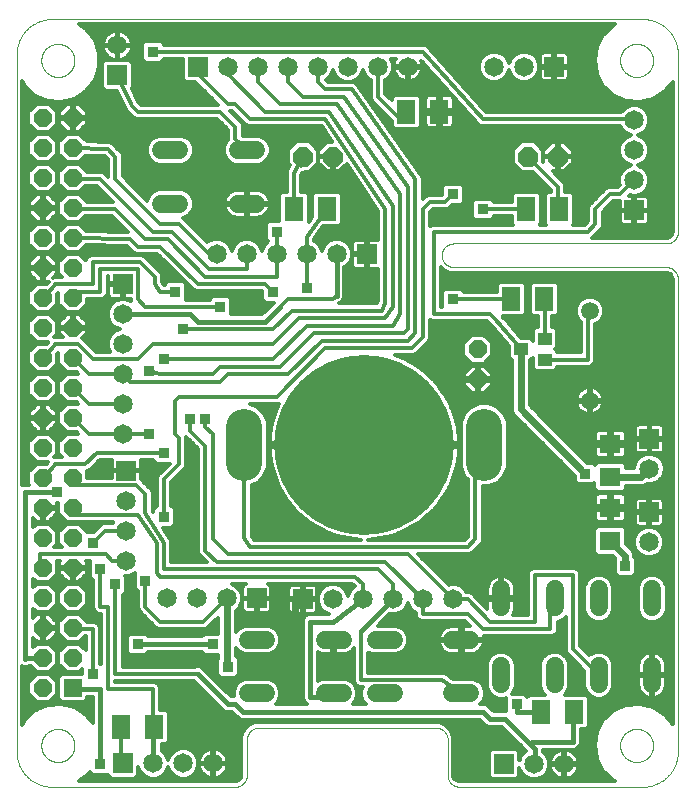
<source format=gbl>
G75*
%MOIN*%
%OFA0B0*%
%FSLAX25Y25*%
%IPPOS*%
%LPD*%
%AMOC8*
5,1,8,0,0,1.08239X$1,22.5*
%
%ADD10C,0.00000*%
%ADD11R,0.06000X0.06000*%
%ADD12OC8,0.06000*%
%ADD13C,0.05906*%
%ADD14R,0.06500X0.06500*%
%ADD15C,0.06500*%
%ADD16C,0.60000*%
%ADD17C,0.12000*%
%ADD18R,0.04500X0.04000*%
%ADD19C,0.06000*%
%ADD20OC8,0.06600*%
%ADD21R,0.06299X0.07874*%
%ADD22R,0.07087X0.06299*%
%ADD23C,0.02400*%
%ADD24R,0.03562X0.03562*%
%ADD25C,0.01600*%
%ADD26C,0.01200*%
%ADD27C,0.03562*%
%ADD28C,0.03169*%
D10*
X0037312Y0035098D02*
X0098336Y0035098D01*
X0098460Y0035100D01*
X0098583Y0035106D01*
X0098707Y0035115D01*
X0098829Y0035129D01*
X0098952Y0035146D01*
X0099074Y0035168D01*
X0099195Y0035193D01*
X0099315Y0035222D01*
X0099434Y0035254D01*
X0099553Y0035291D01*
X0099670Y0035331D01*
X0099785Y0035374D01*
X0099900Y0035422D01*
X0100012Y0035473D01*
X0100123Y0035527D01*
X0100233Y0035585D01*
X0100340Y0035646D01*
X0100446Y0035711D01*
X0100549Y0035779D01*
X0100650Y0035850D01*
X0100749Y0035924D01*
X0100846Y0036001D01*
X0100940Y0036082D01*
X0101031Y0036165D01*
X0101120Y0036251D01*
X0101206Y0036340D01*
X0101289Y0036431D01*
X0101370Y0036525D01*
X0101447Y0036622D01*
X0101521Y0036721D01*
X0101592Y0036822D01*
X0101660Y0036925D01*
X0101725Y0037031D01*
X0101786Y0037138D01*
X0101844Y0037248D01*
X0101898Y0037359D01*
X0101949Y0037471D01*
X0101997Y0037586D01*
X0102040Y0037701D01*
X0102080Y0037818D01*
X0102117Y0037937D01*
X0102149Y0038056D01*
X0102178Y0038176D01*
X0102203Y0038297D01*
X0102225Y0038419D01*
X0102242Y0038542D01*
X0102256Y0038664D01*
X0102265Y0038788D01*
X0102271Y0038911D01*
X0102273Y0039035D01*
X0102273Y0050846D01*
X0102275Y0050970D01*
X0102281Y0051093D01*
X0102290Y0051217D01*
X0102304Y0051339D01*
X0102321Y0051462D01*
X0102343Y0051584D01*
X0102368Y0051705D01*
X0102397Y0051825D01*
X0102429Y0051944D01*
X0102466Y0052063D01*
X0102506Y0052180D01*
X0102549Y0052295D01*
X0102597Y0052410D01*
X0102648Y0052522D01*
X0102702Y0052633D01*
X0102760Y0052743D01*
X0102821Y0052850D01*
X0102886Y0052956D01*
X0102954Y0053059D01*
X0103025Y0053160D01*
X0103099Y0053259D01*
X0103176Y0053356D01*
X0103257Y0053450D01*
X0103340Y0053541D01*
X0103426Y0053630D01*
X0103515Y0053716D01*
X0103606Y0053799D01*
X0103700Y0053880D01*
X0103797Y0053957D01*
X0103896Y0054031D01*
X0103997Y0054102D01*
X0104100Y0054170D01*
X0104206Y0054235D01*
X0104313Y0054296D01*
X0104423Y0054354D01*
X0104534Y0054408D01*
X0104646Y0054459D01*
X0104761Y0054507D01*
X0104876Y0054550D01*
X0104993Y0054590D01*
X0105112Y0054627D01*
X0105231Y0054659D01*
X0105351Y0054688D01*
X0105472Y0054713D01*
X0105594Y0054735D01*
X0105717Y0054752D01*
X0105839Y0054766D01*
X0105963Y0054775D01*
X0106086Y0054781D01*
X0106210Y0054783D01*
X0165265Y0054783D01*
X0165389Y0054781D01*
X0165512Y0054775D01*
X0165636Y0054766D01*
X0165758Y0054752D01*
X0165881Y0054735D01*
X0166003Y0054713D01*
X0166124Y0054688D01*
X0166244Y0054659D01*
X0166363Y0054627D01*
X0166482Y0054590D01*
X0166599Y0054550D01*
X0166714Y0054507D01*
X0166829Y0054459D01*
X0166941Y0054408D01*
X0167052Y0054354D01*
X0167162Y0054296D01*
X0167269Y0054235D01*
X0167375Y0054170D01*
X0167478Y0054102D01*
X0167579Y0054031D01*
X0167678Y0053957D01*
X0167775Y0053880D01*
X0167869Y0053799D01*
X0167960Y0053716D01*
X0168049Y0053630D01*
X0168135Y0053541D01*
X0168218Y0053450D01*
X0168299Y0053356D01*
X0168376Y0053259D01*
X0168450Y0053160D01*
X0168521Y0053059D01*
X0168589Y0052956D01*
X0168654Y0052850D01*
X0168715Y0052743D01*
X0168773Y0052633D01*
X0168827Y0052522D01*
X0168878Y0052410D01*
X0168926Y0052295D01*
X0168969Y0052180D01*
X0169009Y0052063D01*
X0169046Y0051944D01*
X0169078Y0051825D01*
X0169107Y0051705D01*
X0169132Y0051584D01*
X0169154Y0051462D01*
X0169171Y0051339D01*
X0169185Y0051217D01*
X0169194Y0051093D01*
X0169200Y0050970D01*
X0169202Y0050846D01*
X0169202Y0039035D01*
X0169204Y0038911D01*
X0169210Y0038788D01*
X0169219Y0038664D01*
X0169233Y0038542D01*
X0169250Y0038419D01*
X0169272Y0038297D01*
X0169297Y0038176D01*
X0169326Y0038056D01*
X0169358Y0037937D01*
X0169395Y0037818D01*
X0169435Y0037701D01*
X0169478Y0037586D01*
X0169526Y0037471D01*
X0169577Y0037359D01*
X0169631Y0037248D01*
X0169689Y0037138D01*
X0169750Y0037031D01*
X0169815Y0036925D01*
X0169883Y0036822D01*
X0169954Y0036721D01*
X0170028Y0036622D01*
X0170105Y0036525D01*
X0170186Y0036431D01*
X0170269Y0036340D01*
X0170355Y0036251D01*
X0170444Y0036165D01*
X0170535Y0036082D01*
X0170629Y0036001D01*
X0170726Y0035924D01*
X0170825Y0035850D01*
X0170926Y0035779D01*
X0171029Y0035711D01*
X0171135Y0035646D01*
X0171242Y0035585D01*
X0171352Y0035527D01*
X0171463Y0035473D01*
X0171575Y0035422D01*
X0171690Y0035374D01*
X0171805Y0035331D01*
X0171922Y0035291D01*
X0172041Y0035254D01*
X0172160Y0035222D01*
X0172280Y0035193D01*
X0172401Y0035168D01*
X0172523Y0035146D01*
X0172646Y0035129D01*
X0172768Y0035115D01*
X0172892Y0035106D01*
X0173015Y0035100D01*
X0173139Y0035098D01*
X0234162Y0035098D01*
X0234447Y0035101D01*
X0234733Y0035112D01*
X0235018Y0035129D01*
X0235302Y0035153D01*
X0235586Y0035184D01*
X0235869Y0035222D01*
X0236150Y0035267D01*
X0236431Y0035318D01*
X0236711Y0035376D01*
X0236989Y0035441D01*
X0237265Y0035513D01*
X0237539Y0035591D01*
X0237812Y0035676D01*
X0238082Y0035768D01*
X0238350Y0035866D01*
X0238616Y0035970D01*
X0238879Y0036081D01*
X0239139Y0036198D01*
X0239397Y0036321D01*
X0239651Y0036451D01*
X0239902Y0036587D01*
X0240150Y0036728D01*
X0240394Y0036876D01*
X0240635Y0037029D01*
X0240871Y0037189D01*
X0241104Y0037354D01*
X0241333Y0037524D01*
X0241558Y0037700D01*
X0241778Y0037882D01*
X0241994Y0038068D01*
X0242205Y0038260D01*
X0242412Y0038457D01*
X0242614Y0038659D01*
X0242811Y0038866D01*
X0243003Y0039077D01*
X0243189Y0039293D01*
X0243371Y0039513D01*
X0243547Y0039738D01*
X0243717Y0039967D01*
X0243882Y0040200D01*
X0244042Y0040436D01*
X0244195Y0040677D01*
X0244343Y0040921D01*
X0244484Y0041169D01*
X0244620Y0041420D01*
X0244750Y0041674D01*
X0244873Y0041932D01*
X0244990Y0042192D01*
X0245101Y0042455D01*
X0245205Y0042721D01*
X0245303Y0042989D01*
X0245395Y0043259D01*
X0245480Y0043532D01*
X0245558Y0043806D01*
X0245630Y0044082D01*
X0245695Y0044360D01*
X0245753Y0044640D01*
X0245804Y0044921D01*
X0245849Y0045202D01*
X0245887Y0045485D01*
X0245918Y0045769D01*
X0245942Y0046053D01*
X0245959Y0046338D01*
X0245970Y0046624D01*
X0245973Y0046909D01*
X0245973Y0204390D01*
X0245971Y0204514D01*
X0245965Y0204637D01*
X0245956Y0204761D01*
X0245942Y0204883D01*
X0245925Y0205006D01*
X0245903Y0205128D01*
X0245878Y0205249D01*
X0245849Y0205369D01*
X0245817Y0205488D01*
X0245780Y0205607D01*
X0245740Y0205724D01*
X0245697Y0205839D01*
X0245649Y0205954D01*
X0245598Y0206066D01*
X0245544Y0206177D01*
X0245486Y0206287D01*
X0245425Y0206394D01*
X0245360Y0206500D01*
X0245292Y0206603D01*
X0245221Y0206704D01*
X0245147Y0206803D01*
X0245070Y0206900D01*
X0244989Y0206994D01*
X0244906Y0207085D01*
X0244820Y0207174D01*
X0244731Y0207260D01*
X0244640Y0207343D01*
X0244546Y0207424D01*
X0244449Y0207501D01*
X0244350Y0207575D01*
X0244249Y0207646D01*
X0244146Y0207714D01*
X0244040Y0207779D01*
X0243933Y0207840D01*
X0243823Y0207898D01*
X0243712Y0207952D01*
X0243600Y0208003D01*
X0243485Y0208051D01*
X0243370Y0208094D01*
X0243253Y0208134D01*
X0243134Y0208171D01*
X0243015Y0208203D01*
X0242895Y0208232D01*
X0242774Y0208257D01*
X0242652Y0208279D01*
X0242529Y0208296D01*
X0242407Y0208310D01*
X0242283Y0208319D01*
X0242160Y0208325D01*
X0242036Y0208327D01*
X0171170Y0208327D01*
X0171046Y0208329D01*
X0170923Y0208335D01*
X0170799Y0208344D01*
X0170677Y0208358D01*
X0170554Y0208375D01*
X0170432Y0208397D01*
X0170311Y0208422D01*
X0170191Y0208451D01*
X0170072Y0208483D01*
X0169953Y0208520D01*
X0169836Y0208560D01*
X0169721Y0208603D01*
X0169606Y0208651D01*
X0169494Y0208702D01*
X0169383Y0208756D01*
X0169273Y0208814D01*
X0169166Y0208875D01*
X0169060Y0208940D01*
X0168957Y0209008D01*
X0168856Y0209079D01*
X0168757Y0209153D01*
X0168660Y0209230D01*
X0168566Y0209311D01*
X0168475Y0209394D01*
X0168386Y0209480D01*
X0168300Y0209569D01*
X0168217Y0209660D01*
X0168136Y0209754D01*
X0168059Y0209851D01*
X0167985Y0209950D01*
X0167914Y0210051D01*
X0167846Y0210154D01*
X0167781Y0210260D01*
X0167720Y0210367D01*
X0167662Y0210477D01*
X0167608Y0210588D01*
X0167557Y0210700D01*
X0167509Y0210815D01*
X0167466Y0210930D01*
X0167426Y0211047D01*
X0167389Y0211166D01*
X0167357Y0211285D01*
X0167328Y0211405D01*
X0167303Y0211526D01*
X0167281Y0211648D01*
X0167264Y0211771D01*
X0167250Y0211893D01*
X0167241Y0212017D01*
X0167235Y0212140D01*
X0167233Y0212264D01*
X0167235Y0212388D01*
X0167241Y0212511D01*
X0167250Y0212635D01*
X0167264Y0212757D01*
X0167281Y0212880D01*
X0167303Y0213002D01*
X0167328Y0213123D01*
X0167357Y0213243D01*
X0167389Y0213362D01*
X0167426Y0213481D01*
X0167466Y0213598D01*
X0167509Y0213713D01*
X0167557Y0213828D01*
X0167608Y0213940D01*
X0167662Y0214051D01*
X0167720Y0214161D01*
X0167781Y0214268D01*
X0167846Y0214374D01*
X0167914Y0214477D01*
X0167985Y0214578D01*
X0168059Y0214677D01*
X0168136Y0214774D01*
X0168217Y0214868D01*
X0168300Y0214959D01*
X0168386Y0215048D01*
X0168475Y0215134D01*
X0168566Y0215217D01*
X0168660Y0215298D01*
X0168757Y0215375D01*
X0168856Y0215449D01*
X0168957Y0215520D01*
X0169060Y0215588D01*
X0169166Y0215653D01*
X0169273Y0215714D01*
X0169383Y0215772D01*
X0169494Y0215826D01*
X0169606Y0215877D01*
X0169721Y0215925D01*
X0169836Y0215968D01*
X0169953Y0216008D01*
X0170072Y0216045D01*
X0170191Y0216077D01*
X0170311Y0216106D01*
X0170432Y0216131D01*
X0170554Y0216153D01*
X0170677Y0216170D01*
X0170799Y0216184D01*
X0170923Y0216193D01*
X0171046Y0216199D01*
X0171170Y0216201D01*
X0242036Y0216201D01*
X0242160Y0216203D01*
X0242283Y0216209D01*
X0242407Y0216218D01*
X0242529Y0216232D01*
X0242652Y0216249D01*
X0242774Y0216271D01*
X0242895Y0216296D01*
X0243015Y0216325D01*
X0243134Y0216357D01*
X0243253Y0216394D01*
X0243370Y0216434D01*
X0243485Y0216477D01*
X0243600Y0216525D01*
X0243712Y0216576D01*
X0243823Y0216630D01*
X0243933Y0216688D01*
X0244040Y0216749D01*
X0244146Y0216814D01*
X0244249Y0216882D01*
X0244350Y0216953D01*
X0244449Y0217027D01*
X0244546Y0217104D01*
X0244640Y0217185D01*
X0244731Y0217268D01*
X0244820Y0217354D01*
X0244906Y0217443D01*
X0244989Y0217534D01*
X0245070Y0217628D01*
X0245147Y0217725D01*
X0245221Y0217824D01*
X0245292Y0217925D01*
X0245360Y0218028D01*
X0245425Y0218134D01*
X0245486Y0218241D01*
X0245544Y0218351D01*
X0245598Y0218462D01*
X0245649Y0218574D01*
X0245697Y0218689D01*
X0245740Y0218804D01*
X0245780Y0218921D01*
X0245817Y0219040D01*
X0245849Y0219159D01*
X0245878Y0219279D01*
X0245903Y0219400D01*
X0245925Y0219522D01*
X0245942Y0219645D01*
X0245956Y0219767D01*
X0245965Y0219891D01*
X0245971Y0220014D01*
X0245973Y0220138D01*
X0245973Y0279193D01*
X0245970Y0279478D01*
X0245959Y0279764D01*
X0245942Y0280049D01*
X0245918Y0280333D01*
X0245887Y0280617D01*
X0245849Y0280900D01*
X0245804Y0281181D01*
X0245753Y0281462D01*
X0245695Y0281742D01*
X0245630Y0282020D01*
X0245558Y0282296D01*
X0245480Y0282570D01*
X0245395Y0282843D01*
X0245303Y0283113D01*
X0245205Y0283381D01*
X0245101Y0283647D01*
X0244990Y0283910D01*
X0244873Y0284170D01*
X0244750Y0284428D01*
X0244620Y0284682D01*
X0244484Y0284933D01*
X0244343Y0285181D01*
X0244195Y0285425D01*
X0244042Y0285666D01*
X0243882Y0285902D01*
X0243717Y0286135D01*
X0243547Y0286364D01*
X0243371Y0286589D01*
X0243189Y0286809D01*
X0243003Y0287025D01*
X0242811Y0287236D01*
X0242614Y0287443D01*
X0242412Y0287645D01*
X0242205Y0287842D01*
X0241994Y0288034D01*
X0241778Y0288220D01*
X0241558Y0288402D01*
X0241333Y0288578D01*
X0241104Y0288748D01*
X0240871Y0288913D01*
X0240635Y0289073D01*
X0240394Y0289226D01*
X0240150Y0289374D01*
X0239902Y0289515D01*
X0239651Y0289651D01*
X0239397Y0289781D01*
X0239139Y0289904D01*
X0238879Y0290021D01*
X0238616Y0290132D01*
X0238350Y0290236D01*
X0238082Y0290334D01*
X0237812Y0290426D01*
X0237539Y0290511D01*
X0237265Y0290589D01*
X0236989Y0290661D01*
X0236711Y0290726D01*
X0236431Y0290784D01*
X0236150Y0290835D01*
X0235869Y0290880D01*
X0235586Y0290918D01*
X0235302Y0290949D01*
X0235018Y0290973D01*
X0234733Y0290990D01*
X0234447Y0291001D01*
X0234162Y0291004D01*
X0037312Y0291004D01*
X0037027Y0291001D01*
X0036741Y0290990D01*
X0036456Y0290973D01*
X0036172Y0290949D01*
X0035888Y0290918D01*
X0035605Y0290880D01*
X0035324Y0290835D01*
X0035043Y0290784D01*
X0034763Y0290726D01*
X0034485Y0290661D01*
X0034209Y0290589D01*
X0033935Y0290511D01*
X0033662Y0290426D01*
X0033392Y0290334D01*
X0033124Y0290236D01*
X0032858Y0290132D01*
X0032595Y0290021D01*
X0032335Y0289904D01*
X0032077Y0289781D01*
X0031823Y0289651D01*
X0031572Y0289515D01*
X0031324Y0289374D01*
X0031080Y0289226D01*
X0030839Y0289073D01*
X0030603Y0288913D01*
X0030370Y0288748D01*
X0030141Y0288578D01*
X0029916Y0288402D01*
X0029696Y0288220D01*
X0029480Y0288034D01*
X0029269Y0287842D01*
X0029062Y0287645D01*
X0028860Y0287443D01*
X0028663Y0287236D01*
X0028471Y0287025D01*
X0028285Y0286809D01*
X0028103Y0286589D01*
X0027927Y0286364D01*
X0027757Y0286135D01*
X0027592Y0285902D01*
X0027432Y0285666D01*
X0027279Y0285425D01*
X0027131Y0285181D01*
X0026990Y0284933D01*
X0026854Y0284682D01*
X0026724Y0284428D01*
X0026601Y0284170D01*
X0026484Y0283910D01*
X0026373Y0283647D01*
X0026269Y0283381D01*
X0026171Y0283113D01*
X0026079Y0282843D01*
X0025994Y0282570D01*
X0025916Y0282296D01*
X0025844Y0282020D01*
X0025779Y0281742D01*
X0025721Y0281462D01*
X0025670Y0281181D01*
X0025625Y0280900D01*
X0025587Y0280617D01*
X0025556Y0280333D01*
X0025532Y0280049D01*
X0025515Y0279764D01*
X0025504Y0279478D01*
X0025501Y0279193D01*
X0025501Y0046909D01*
X0025504Y0046624D01*
X0025515Y0046338D01*
X0025532Y0046053D01*
X0025556Y0045769D01*
X0025587Y0045485D01*
X0025625Y0045202D01*
X0025670Y0044921D01*
X0025721Y0044640D01*
X0025779Y0044360D01*
X0025844Y0044082D01*
X0025916Y0043806D01*
X0025994Y0043532D01*
X0026079Y0043259D01*
X0026171Y0042989D01*
X0026269Y0042721D01*
X0026373Y0042455D01*
X0026484Y0042192D01*
X0026601Y0041932D01*
X0026724Y0041674D01*
X0026854Y0041420D01*
X0026990Y0041169D01*
X0027131Y0040921D01*
X0027279Y0040677D01*
X0027432Y0040436D01*
X0027592Y0040200D01*
X0027757Y0039967D01*
X0027927Y0039738D01*
X0028103Y0039513D01*
X0028285Y0039293D01*
X0028471Y0039077D01*
X0028663Y0038866D01*
X0028860Y0038659D01*
X0029062Y0038457D01*
X0029269Y0038260D01*
X0029480Y0038068D01*
X0029696Y0037882D01*
X0029916Y0037700D01*
X0030141Y0037524D01*
X0030370Y0037354D01*
X0030603Y0037189D01*
X0030839Y0037029D01*
X0031080Y0036876D01*
X0031324Y0036728D01*
X0031572Y0036587D01*
X0031823Y0036451D01*
X0032077Y0036321D01*
X0032335Y0036198D01*
X0032595Y0036081D01*
X0032858Y0035970D01*
X0033124Y0035866D01*
X0033392Y0035768D01*
X0033662Y0035676D01*
X0033935Y0035591D01*
X0034209Y0035513D01*
X0034485Y0035441D01*
X0034763Y0035376D01*
X0035043Y0035318D01*
X0035324Y0035267D01*
X0035605Y0035222D01*
X0035888Y0035184D01*
X0036172Y0035153D01*
X0036456Y0035129D01*
X0036741Y0035112D01*
X0037027Y0035101D01*
X0037312Y0035098D01*
X0033765Y0048883D02*
X0033767Y0049031D01*
X0033773Y0049179D01*
X0033783Y0049327D01*
X0033797Y0049474D01*
X0033815Y0049621D01*
X0033836Y0049767D01*
X0033862Y0049913D01*
X0033892Y0050058D01*
X0033925Y0050202D01*
X0033963Y0050345D01*
X0034004Y0050487D01*
X0034049Y0050628D01*
X0034097Y0050768D01*
X0034150Y0050907D01*
X0034206Y0051044D01*
X0034266Y0051179D01*
X0034329Y0051313D01*
X0034396Y0051445D01*
X0034467Y0051575D01*
X0034541Y0051703D01*
X0034618Y0051829D01*
X0034699Y0051953D01*
X0034783Y0052075D01*
X0034870Y0052194D01*
X0034961Y0052311D01*
X0035055Y0052426D01*
X0035151Y0052538D01*
X0035251Y0052648D01*
X0035353Y0052754D01*
X0035459Y0052858D01*
X0035567Y0052959D01*
X0035678Y0053057D01*
X0035791Y0053153D01*
X0035907Y0053245D01*
X0036025Y0053334D01*
X0036146Y0053419D01*
X0036269Y0053502D01*
X0036394Y0053581D01*
X0036521Y0053657D01*
X0036650Y0053729D01*
X0036781Y0053798D01*
X0036914Y0053863D01*
X0037049Y0053924D01*
X0037185Y0053982D01*
X0037322Y0054037D01*
X0037461Y0054087D01*
X0037602Y0054134D01*
X0037743Y0054177D01*
X0037886Y0054217D01*
X0038030Y0054252D01*
X0038174Y0054284D01*
X0038320Y0054311D01*
X0038466Y0054335D01*
X0038613Y0054355D01*
X0038760Y0054371D01*
X0038907Y0054383D01*
X0039055Y0054391D01*
X0039203Y0054395D01*
X0039351Y0054395D01*
X0039499Y0054391D01*
X0039647Y0054383D01*
X0039794Y0054371D01*
X0039941Y0054355D01*
X0040088Y0054335D01*
X0040234Y0054311D01*
X0040380Y0054284D01*
X0040524Y0054252D01*
X0040668Y0054217D01*
X0040811Y0054177D01*
X0040952Y0054134D01*
X0041093Y0054087D01*
X0041232Y0054037D01*
X0041369Y0053982D01*
X0041505Y0053924D01*
X0041640Y0053863D01*
X0041773Y0053798D01*
X0041904Y0053729D01*
X0042033Y0053657D01*
X0042160Y0053581D01*
X0042285Y0053502D01*
X0042408Y0053419D01*
X0042529Y0053334D01*
X0042647Y0053245D01*
X0042763Y0053153D01*
X0042876Y0053057D01*
X0042987Y0052959D01*
X0043095Y0052858D01*
X0043201Y0052754D01*
X0043303Y0052648D01*
X0043403Y0052538D01*
X0043499Y0052426D01*
X0043593Y0052311D01*
X0043684Y0052194D01*
X0043771Y0052075D01*
X0043855Y0051953D01*
X0043936Y0051829D01*
X0044013Y0051703D01*
X0044087Y0051575D01*
X0044158Y0051445D01*
X0044225Y0051313D01*
X0044288Y0051179D01*
X0044348Y0051044D01*
X0044404Y0050907D01*
X0044457Y0050768D01*
X0044505Y0050628D01*
X0044550Y0050487D01*
X0044591Y0050345D01*
X0044629Y0050202D01*
X0044662Y0050058D01*
X0044692Y0049913D01*
X0044718Y0049767D01*
X0044739Y0049621D01*
X0044757Y0049474D01*
X0044771Y0049327D01*
X0044781Y0049179D01*
X0044787Y0049031D01*
X0044789Y0048883D01*
X0044787Y0048735D01*
X0044781Y0048587D01*
X0044771Y0048439D01*
X0044757Y0048292D01*
X0044739Y0048145D01*
X0044718Y0047999D01*
X0044692Y0047853D01*
X0044662Y0047708D01*
X0044629Y0047564D01*
X0044591Y0047421D01*
X0044550Y0047279D01*
X0044505Y0047138D01*
X0044457Y0046998D01*
X0044404Y0046859D01*
X0044348Y0046722D01*
X0044288Y0046587D01*
X0044225Y0046453D01*
X0044158Y0046321D01*
X0044087Y0046191D01*
X0044013Y0046063D01*
X0043936Y0045937D01*
X0043855Y0045813D01*
X0043771Y0045691D01*
X0043684Y0045572D01*
X0043593Y0045455D01*
X0043499Y0045340D01*
X0043403Y0045228D01*
X0043303Y0045118D01*
X0043201Y0045012D01*
X0043095Y0044908D01*
X0042987Y0044807D01*
X0042876Y0044709D01*
X0042763Y0044613D01*
X0042647Y0044521D01*
X0042529Y0044432D01*
X0042408Y0044347D01*
X0042285Y0044264D01*
X0042160Y0044185D01*
X0042033Y0044109D01*
X0041904Y0044037D01*
X0041773Y0043968D01*
X0041640Y0043903D01*
X0041505Y0043842D01*
X0041369Y0043784D01*
X0041232Y0043729D01*
X0041093Y0043679D01*
X0040952Y0043632D01*
X0040811Y0043589D01*
X0040668Y0043549D01*
X0040524Y0043514D01*
X0040380Y0043482D01*
X0040234Y0043455D01*
X0040088Y0043431D01*
X0039941Y0043411D01*
X0039794Y0043395D01*
X0039647Y0043383D01*
X0039499Y0043375D01*
X0039351Y0043371D01*
X0039203Y0043371D01*
X0039055Y0043375D01*
X0038907Y0043383D01*
X0038760Y0043395D01*
X0038613Y0043411D01*
X0038466Y0043431D01*
X0038320Y0043455D01*
X0038174Y0043482D01*
X0038030Y0043514D01*
X0037886Y0043549D01*
X0037743Y0043589D01*
X0037602Y0043632D01*
X0037461Y0043679D01*
X0037322Y0043729D01*
X0037185Y0043784D01*
X0037049Y0043842D01*
X0036914Y0043903D01*
X0036781Y0043968D01*
X0036650Y0044037D01*
X0036521Y0044109D01*
X0036394Y0044185D01*
X0036269Y0044264D01*
X0036146Y0044347D01*
X0036025Y0044432D01*
X0035907Y0044521D01*
X0035791Y0044613D01*
X0035678Y0044709D01*
X0035567Y0044807D01*
X0035459Y0044908D01*
X0035353Y0045012D01*
X0035251Y0045118D01*
X0035151Y0045228D01*
X0035055Y0045340D01*
X0034961Y0045455D01*
X0034870Y0045572D01*
X0034783Y0045691D01*
X0034699Y0045813D01*
X0034618Y0045937D01*
X0034541Y0046063D01*
X0034467Y0046191D01*
X0034396Y0046321D01*
X0034329Y0046453D01*
X0034266Y0046587D01*
X0034206Y0046722D01*
X0034150Y0046859D01*
X0034097Y0046998D01*
X0034049Y0047138D01*
X0034004Y0047279D01*
X0033963Y0047421D01*
X0033925Y0047564D01*
X0033892Y0047708D01*
X0033862Y0047853D01*
X0033836Y0047999D01*
X0033815Y0048145D01*
X0033797Y0048292D01*
X0033783Y0048439D01*
X0033773Y0048587D01*
X0033767Y0048735D01*
X0033765Y0048883D01*
X0226679Y0048883D02*
X0226681Y0049031D01*
X0226687Y0049179D01*
X0226697Y0049327D01*
X0226711Y0049474D01*
X0226729Y0049621D01*
X0226750Y0049767D01*
X0226776Y0049913D01*
X0226806Y0050058D01*
X0226839Y0050202D01*
X0226877Y0050345D01*
X0226918Y0050487D01*
X0226963Y0050628D01*
X0227011Y0050768D01*
X0227064Y0050907D01*
X0227120Y0051044D01*
X0227180Y0051179D01*
X0227243Y0051313D01*
X0227310Y0051445D01*
X0227381Y0051575D01*
X0227455Y0051703D01*
X0227532Y0051829D01*
X0227613Y0051953D01*
X0227697Y0052075D01*
X0227784Y0052194D01*
X0227875Y0052311D01*
X0227969Y0052426D01*
X0228065Y0052538D01*
X0228165Y0052648D01*
X0228267Y0052754D01*
X0228373Y0052858D01*
X0228481Y0052959D01*
X0228592Y0053057D01*
X0228705Y0053153D01*
X0228821Y0053245D01*
X0228939Y0053334D01*
X0229060Y0053419D01*
X0229183Y0053502D01*
X0229308Y0053581D01*
X0229435Y0053657D01*
X0229564Y0053729D01*
X0229695Y0053798D01*
X0229828Y0053863D01*
X0229963Y0053924D01*
X0230099Y0053982D01*
X0230236Y0054037D01*
X0230375Y0054087D01*
X0230516Y0054134D01*
X0230657Y0054177D01*
X0230800Y0054217D01*
X0230944Y0054252D01*
X0231088Y0054284D01*
X0231234Y0054311D01*
X0231380Y0054335D01*
X0231527Y0054355D01*
X0231674Y0054371D01*
X0231821Y0054383D01*
X0231969Y0054391D01*
X0232117Y0054395D01*
X0232265Y0054395D01*
X0232413Y0054391D01*
X0232561Y0054383D01*
X0232708Y0054371D01*
X0232855Y0054355D01*
X0233002Y0054335D01*
X0233148Y0054311D01*
X0233294Y0054284D01*
X0233438Y0054252D01*
X0233582Y0054217D01*
X0233725Y0054177D01*
X0233866Y0054134D01*
X0234007Y0054087D01*
X0234146Y0054037D01*
X0234283Y0053982D01*
X0234419Y0053924D01*
X0234554Y0053863D01*
X0234687Y0053798D01*
X0234818Y0053729D01*
X0234947Y0053657D01*
X0235074Y0053581D01*
X0235199Y0053502D01*
X0235322Y0053419D01*
X0235443Y0053334D01*
X0235561Y0053245D01*
X0235677Y0053153D01*
X0235790Y0053057D01*
X0235901Y0052959D01*
X0236009Y0052858D01*
X0236115Y0052754D01*
X0236217Y0052648D01*
X0236317Y0052538D01*
X0236413Y0052426D01*
X0236507Y0052311D01*
X0236598Y0052194D01*
X0236685Y0052075D01*
X0236769Y0051953D01*
X0236850Y0051829D01*
X0236927Y0051703D01*
X0237001Y0051575D01*
X0237072Y0051445D01*
X0237139Y0051313D01*
X0237202Y0051179D01*
X0237262Y0051044D01*
X0237318Y0050907D01*
X0237371Y0050768D01*
X0237419Y0050628D01*
X0237464Y0050487D01*
X0237505Y0050345D01*
X0237543Y0050202D01*
X0237576Y0050058D01*
X0237606Y0049913D01*
X0237632Y0049767D01*
X0237653Y0049621D01*
X0237671Y0049474D01*
X0237685Y0049327D01*
X0237695Y0049179D01*
X0237701Y0049031D01*
X0237703Y0048883D01*
X0237701Y0048735D01*
X0237695Y0048587D01*
X0237685Y0048439D01*
X0237671Y0048292D01*
X0237653Y0048145D01*
X0237632Y0047999D01*
X0237606Y0047853D01*
X0237576Y0047708D01*
X0237543Y0047564D01*
X0237505Y0047421D01*
X0237464Y0047279D01*
X0237419Y0047138D01*
X0237371Y0046998D01*
X0237318Y0046859D01*
X0237262Y0046722D01*
X0237202Y0046587D01*
X0237139Y0046453D01*
X0237072Y0046321D01*
X0237001Y0046191D01*
X0236927Y0046063D01*
X0236850Y0045937D01*
X0236769Y0045813D01*
X0236685Y0045691D01*
X0236598Y0045572D01*
X0236507Y0045455D01*
X0236413Y0045340D01*
X0236317Y0045228D01*
X0236217Y0045118D01*
X0236115Y0045012D01*
X0236009Y0044908D01*
X0235901Y0044807D01*
X0235790Y0044709D01*
X0235677Y0044613D01*
X0235561Y0044521D01*
X0235443Y0044432D01*
X0235322Y0044347D01*
X0235199Y0044264D01*
X0235074Y0044185D01*
X0234947Y0044109D01*
X0234818Y0044037D01*
X0234687Y0043968D01*
X0234554Y0043903D01*
X0234419Y0043842D01*
X0234283Y0043784D01*
X0234146Y0043729D01*
X0234007Y0043679D01*
X0233866Y0043632D01*
X0233725Y0043589D01*
X0233582Y0043549D01*
X0233438Y0043514D01*
X0233294Y0043482D01*
X0233148Y0043455D01*
X0233002Y0043431D01*
X0232855Y0043411D01*
X0232708Y0043395D01*
X0232561Y0043383D01*
X0232413Y0043375D01*
X0232265Y0043371D01*
X0232117Y0043371D01*
X0231969Y0043375D01*
X0231821Y0043383D01*
X0231674Y0043395D01*
X0231527Y0043411D01*
X0231380Y0043431D01*
X0231234Y0043455D01*
X0231088Y0043482D01*
X0230944Y0043514D01*
X0230800Y0043549D01*
X0230657Y0043589D01*
X0230516Y0043632D01*
X0230375Y0043679D01*
X0230236Y0043729D01*
X0230099Y0043784D01*
X0229963Y0043842D01*
X0229828Y0043903D01*
X0229695Y0043968D01*
X0229564Y0044037D01*
X0229435Y0044109D01*
X0229308Y0044185D01*
X0229183Y0044264D01*
X0229060Y0044347D01*
X0228939Y0044432D01*
X0228821Y0044521D01*
X0228705Y0044613D01*
X0228592Y0044709D01*
X0228481Y0044807D01*
X0228373Y0044908D01*
X0228267Y0045012D01*
X0228165Y0045118D01*
X0228065Y0045228D01*
X0227969Y0045340D01*
X0227875Y0045455D01*
X0227784Y0045572D01*
X0227697Y0045691D01*
X0227613Y0045813D01*
X0227532Y0045937D01*
X0227455Y0046063D01*
X0227381Y0046191D01*
X0227310Y0046321D01*
X0227243Y0046453D01*
X0227180Y0046587D01*
X0227120Y0046722D01*
X0227064Y0046859D01*
X0227011Y0046998D01*
X0226963Y0047138D01*
X0226918Y0047279D01*
X0226877Y0047421D01*
X0226839Y0047564D01*
X0226806Y0047708D01*
X0226776Y0047853D01*
X0226750Y0047999D01*
X0226729Y0048145D01*
X0226711Y0048292D01*
X0226697Y0048439D01*
X0226687Y0048587D01*
X0226681Y0048735D01*
X0226679Y0048883D01*
X0226679Y0277230D02*
X0226681Y0277378D01*
X0226687Y0277526D01*
X0226697Y0277674D01*
X0226711Y0277821D01*
X0226729Y0277968D01*
X0226750Y0278114D01*
X0226776Y0278260D01*
X0226806Y0278405D01*
X0226839Y0278549D01*
X0226877Y0278692D01*
X0226918Y0278834D01*
X0226963Y0278975D01*
X0227011Y0279115D01*
X0227064Y0279254D01*
X0227120Y0279391D01*
X0227180Y0279526D01*
X0227243Y0279660D01*
X0227310Y0279792D01*
X0227381Y0279922D01*
X0227455Y0280050D01*
X0227532Y0280176D01*
X0227613Y0280300D01*
X0227697Y0280422D01*
X0227784Y0280541D01*
X0227875Y0280658D01*
X0227969Y0280773D01*
X0228065Y0280885D01*
X0228165Y0280995D01*
X0228267Y0281101D01*
X0228373Y0281205D01*
X0228481Y0281306D01*
X0228592Y0281404D01*
X0228705Y0281500D01*
X0228821Y0281592D01*
X0228939Y0281681D01*
X0229060Y0281766D01*
X0229183Y0281849D01*
X0229308Y0281928D01*
X0229435Y0282004D01*
X0229564Y0282076D01*
X0229695Y0282145D01*
X0229828Y0282210D01*
X0229963Y0282271D01*
X0230099Y0282329D01*
X0230236Y0282384D01*
X0230375Y0282434D01*
X0230516Y0282481D01*
X0230657Y0282524D01*
X0230800Y0282564D01*
X0230944Y0282599D01*
X0231088Y0282631D01*
X0231234Y0282658D01*
X0231380Y0282682D01*
X0231527Y0282702D01*
X0231674Y0282718D01*
X0231821Y0282730D01*
X0231969Y0282738D01*
X0232117Y0282742D01*
X0232265Y0282742D01*
X0232413Y0282738D01*
X0232561Y0282730D01*
X0232708Y0282718D01*
X0232855Y0282702D01*
X0233002Y0282682D01*
X0233148Y0282658D01*
X0233294Y0282631D01*
X0233438Y0282599D01*
X0233582Y0282564D01*
X0233725Y0282524D01*
X0233866Y0282481D01*
X0234007Y0282434D01*
X0234146Y0282384D01*
X0234283Y0282329D01*
X0234419Y0282271D01*
X0234554Y0282210D01*
X0234687Y0282145D01*
X0234818Y0282076D01*
X0234947Y0282004D01*
X0235074Y0281928D01*
X0235199Y0281849D01*
X0235322Y0281766D01*
X0235443Y0281681D01*
X0235561Y0281592D01*
X0235677Y0281500D01*
X0235790Y0281404D01*
X0235901Y0281306D01*
X0236009Y0281205D01*
X0236115Y0281101D01*
X0236217Y0280995D01*
X0236317Y0280885D01*
X0236413Y0280773D01*
X0236507Y0280658D01*
X0236598Y0280541D01*
X0236685Y0280422D01*
X0236769Y0280300D01*
X0236850Y0280176D01*
X0236927Y0280050D01*
X0237001Y0279922D01*
X0237072Y0279792D01*
X0237139Y0279660D01*
X0237202Y0279526D01*
X0237262Y0279391D01*
X0237318Y0279254D01*
X0237371Y0279115D01*
X0237419Y0278975D01*
X0237464Y0278834D01*
X0237505Y0278692D01*
X0237543Y0278549D01*
X0237576Y0278405D01*
X0237606Y0278260D01*
X0237632Y0278114D01*
X0237653Y0277968D01*
X0237671Y0277821D01*
X0237685Y0277674D01*
X0237695Y0277526D01*
X0237701Y0277378D01*
X0237703Y0277230D01*
X0237701Y0277082D01*
X0237695Y0276934D01*
X0237685Y0276786D01*
X0237671Y0276639D01*
X0237653Y0276492D01*
X0237632Y0276346D01*
X0237606Y0276200D01*
X0237576Y0276055D01*
X0237543Y0275911D01*
X0237505Y0275768D01*
X0237464Y0275626D01*
X0237419Y0275485D01*
X0237371Y0275345D01*
X0237318Y0275206D01*
X0237262Y0275069D01*
X0237202Y0274934D01*
X0237139Y0274800D01*
X0237072Y0274668D01*
X0237001Y0274538D01*
X0236927Y0274410D01*
X0236850Y0274284D01*
X0236769Y0274160D01*
X0236685Y0274038D01*
X0236598Y0273919D01*
X0236507Y0273802D01*
X0236413Y0273687D01*
X0236317Y0273575D01*
X0236217Y0273465D01*
X0236115Y0273359D01*
X0236009Y0273255D01*
X0235901Y0273154D01*
X0235790Y0273056D01*
X0235677Y0272960D01*
X0235561Y0272868D01*
X0235443Y0272779D01*
X0235322Y0272694D01*
X0235199Y0272611D01*
X0235074Y0272532D01*
X0234947Y0272456D01*
X0234818Y0272384D01*
X0234687Y0272315D01*
X0234554Y0272250D01*
X0234419Y0272189D01*
X0234283Y0272131D01*
X0234146Y0272076D01*
X0234007Y0272026D01*
X0233866Y0271979D01*
X0233725Y0271936D01*
X0233582Y0271896D01*
X0233438Y0271861D01*
X0233294Y0271829D01*
X0233148Y0271802D01*
X0233002Y0271778D01*
X0232855Y0271758D01*
X0232708Y0271742D01*
X0232561Y0271730D01*
X0232413Y0271722D01*
X0232265Y0271718D01*
X0232117Y0271718D01*
X0231969Y0271722D01*
X0231821Y0271730D01*
X0231674Y0271742D01*
X0231527Y0271758D01*
X0231380Y0271778D01*
X0231234Y0271802D01*
X0231088Y0271829D01*
X0230944Y0271861D01*
X0230800Y0271896D01*
X0230657Y0271936D01*
X0230516Y0271979D01*
X0230375Y0272026D01*
X0230236Y0272076D01*
X0230099Y0272131D01*
X0229963Y0272189D01*
X0229828Y0272250D01*
X0229695Y0272315D01*
X0229564Y0272384D01*
X0229435Y0272456D01*
X0229308Y0272532D01*
X0229183Y0272611D01*
X0229060Y0272694D01*
X0228939Y0272779D01*
X0228821Y0272868D01*
X0228705Y0272960D01*
X0228592Y0273056D01*
X0228481Y0273154D01*
X0228373Y0273255D01*
X0228267Y0273359D01*
X0228165Y0273465D01*
X0228065Y0273575D01*
X0227969Y0273687D01*
X0227875Y0273802D01*
X0227784Y0273919D01*
X0227697Y0274038D01*
X0227613Y0274160D01*
X0227532Y0274284D01*
X0227455Y0274410D01*
X0227381Y0274538D01*
X0227310Y0274668D01*
X0227243Y0274800D01*
X0227180Y0274934D01*
X0227120Y0275069D01*
X0227064Y0275206D01*
X0227011Y0275345D01*
X0226963Y0275485D01*
X0226918Y0275626D01*
X0226877Y0275768D01*
X0226839Y0275911D01*
X0226806Y0276055D01*
X0226776Y0276200D01*
X0226750Y0276346D01*
X0226729Y0276492D01*
X0226711Y0276639D01*
X0226697Y0276786D01*
X0226687Y0276934D01*
X0226681Y0277082D01*
X0226679Y0277230D01*
X0033765Y0277230D02*
X0033767Y0277378D01*
X0033773Y0277526D01*
X0033783Y0277674D01*
X0033797Y0277821D01*
X0033815Y0277968D01*
X0033836Y0278114D01*
X0033862Y0278260D01*
X0033892Y0278405D01*
X0033925Y0278549D01*
X0033963Y0278692D01*
X0034004Y0278834D01*
X0034049Y0278975D01*
X0034097Y0279115D01*
X0034150Y0279254D01*
X0034206Y0279391D01*
X0034266Y0279526D01*
X0034329Y0279660D01*
X0034396Y0279792D01*
X0034467Y0279922D01*
X0034541Y0280050D01*
X0034618Y0280176D01*
X0034699Y0280300D01*
X0034783Y0280422D01*
X0034870Y0280541D01*
X0034961Y0280658D01*
X0035055Y0280773D01*
X0035151Y0280885D01*
X0035251Y0280995D01*
X0035353Y0281101D01*
X0035459Y0281205D01*
X0035567Y0281306D01*
X0035678Y0281404D01*
X0035791Y0281500D01*
X0035907Y0281592D01*
X0036025Y0281681D01*
X0036146Y0281766D01*
X0036269Y0281849D01*
X0036394Y0281928D01*
X0036521Y0282004D01*
X0036650Y0282076D01*
X0036781Y0282145D01*
X0036914Y0282210D01*
X0037049Y0282271D01*
X0037185Y0282329D01*
X0037322Y0282384D01*
X0037461Y0282434D01*
X0037602Y0282481D01*
X0037743Y0282524D01*
X0037886Y0282564D01*
X0038030Y0282599D01*
X0038174Y0282631D01*
X0038320Y0282658D01*
X0038466Y0282682D01*
X0038613Y0282702D01*
X0038760Y0282718D01*
X0038907Y0282730D01*
X0039055Y0282738D01*
X0039203Y0282742D01*
X0039351Y0282742D01*
X0039499Y0282738D01*
X0039647Y0282730D01*
X0039794Y0282718D01*
X0039941Y0282702D01*
X0040088Y0282682D01*
X0040234Y0282658D01*
X0040380Y0282631D01*
X0040524Y0282599D01*
X0040668Y0282564D01*
X0040811Y0282524D01*
X0040952Y0282481D01*
X0041093Y0282434D01*
X0041232Y0282384D01*
X0041369Y0282329D01*
X0041505Y0282271D01*
X0041640Y0282210D01*
X0041773Y0282145D01*
X0041904Y0282076D01*
X0042033Y0282004D01*
X0042160Y0281928D01*
X0042285Y0281849D01*
X0042408Y0281766D01*
X0042529Y0281681D01*
X0042647Y0281592D01*
X0042763Y0281500D01*
X0042876Y0281404D01*
X0042987Y0281306D01*
X0043095Y0281205D01*
X0043201Y0281101D01*
X0043303Y0280995D01*
X0043403Y0280885D01*
X0043499Y0280773D01*
X0043593Y0280658D01*
X0043684Y0280541D01*
X0043771Y0280422D01*
X0043855Y0280300D01*
X0043936Y0280176D01*
X0044013Y0280050D01*
X0044087Y0279922D01*
X0044158Y0279792D01*
X0044225Y0279660D01*
X0044288Y0279526D01*
X0044348Y0279391D01*
X0044404Y0279254D01*
X0044457Y0279115D01*
X0044505Y0278975D01*
X0044550Y0278834D01*
X0044591Y0278692D01*
X0044629Y0278549D01*
X0044662Y0278405D01*
X0044692Y0278260D01*
X0044718Y0278114D01*
X0044739Y0277968D01*
X0044757Y0277821D01*
X0044771Y0277674D01*
X0044781Y0277526D01*
X0044787Y0277378D01*
X0044789Y0277230D01*
X0044787Y0277082D01*
X0044781Y0276934D01*
X0044771Y0276786D01*
X0044757Y0276639D01*
X0044739Y0276492D01*
X0044718Y0276346D01*
X0044692Y0276200D01*
X0044662Y0276055D01*
X0044629Y0275911D01*
X0044591Y0275768D01*
X0044550Y0275626D01*
X0044505Y0275485D01*
X0044457Y0275345D01*
X0044404Y0275206D01*
X0044348Y0275069D01*
X0044288Y0274934D01*
X0044225Y0274800D01*
X0044158Y0274668D01*
X0044087Y0274538D01*
X0044013Y0274410D01*
X0043936Y0274284D01*
X0043855Y0274160D01*
X0043771Y0274038D01*
X0043684Y0273919D01*
X0043593Y0273802D01*
X0043499Y0273687D01*
X0043403Y0273575D01*
X0043303Y0273465D01*
X0043201Y0273359D01*
X0043095Y0273255D01*
X0042987Y0273154D01*
X0042876Y0273056D01*
X0042763Y0272960D01*
X0042647Y0272868D01*
X0042529Y0272779D01*
X0042408Y0272694D01*
X0042285Y0272611D01*
X0042160Y0272532D01*
X0042033Y0272456D01*
X0041904Y0272384D01*
X0041773Y0272315D01*
X0041640Y0272250D01*
X0041505Y0272189D01*
X0041369Y0272131D01*
X0041232Y0272076D01*
X0041093Y0272026D01*
X0040952Y0271979D01*
X0040811Y0271936D01*
X0040668Y0271896D01*
X0040524Y0271861D01*
X0040380Y0271829D01*
X0040234Y0271802D01*
X0040088Y0271778D01*
X0039941Y0271758D01*
X0039794Y0271742D01*
X0039647Y0271730D01*
X0039499Y0271722D01*
X0039351Y0271718D01*
X0039203Y0271718D01*
X0039055Y0271722D01*
X0038907Y0271730D01*
X0038760Y0271742D01*
X0038613Y0271758D01*
X0038466Y0271778D01*
X0038320Y0271802D01*
X0038174Y0271829D01*
X0038030Y0271861D01*
X0037886Y0271896D01*
X0037743Y0271936D01*
X0037602Y0271979D01*
X0037461Y0272026D01*
X0037322Y0272076D01*
X0037185Y0272131D01*
X0037049Y0272189D01*
X0036914Y0272250D01*
X0036781Y0272315D01*
X0036650Y0272384D01*
X0036521Y0272456D01*
X0036394Y0272532D01*
X0036269Y0272611D01*
X0036146Y0272694D01*
X0036025Y0272779D01*
X0035907Y0272868D01*
X0035791Y0272960D01*
X0035678Y0273056D01*
X0035567Y0273154D01*
X0035459Y0273255D01*
X0035353Y0273359D01*
X0035251Y0273465D01*
X0035151Y0273575D01*
X0035055Y0273687D01*
X0034961Y0273802D01*
X0034870Y0273919D01*
X0034783Y0274038D01*
X0034699Y0274160D01*
X0034618Y0274284D01*
X0034541Y0274410D01*
X0034467Y0274538D01*
X0034396Y0274668D01*
X0034329Y0274800D01*
X0034266Y0274934D01*
X0034206Y0275069D01*
X0034150Y0275206D01*
X0034097Y0275345D01*
X0034049Y0275485D01*
X0034004Y0275626D01*
X0033963Y0275768D01*
X0033925Y0275911D01*
X0033892Y0276055D01*
X0033862Y0276200D01*
X0033836Y0276346D01*
X0033815Y0276492D01*
X0033797Y0276639D01*
X0033783Y0276786D01*
X0033773Y0276934D01*
X0033767Y0277082D01*
X0033765Y0277230D01*
D11*
X0044277Y0068057D03*
D12*
X0034277Y0068057D03*
X0034277Y0078057D03*
X0044277Y0078057D03*
X0044277Y0088057D03*
X0034277Y0088057D03*
X0034277Y0098057D03*
X0044277Y0098057D03*
X0044277Y0108057D03*
X0034277Y0108057D03*
X0034277Y0118057D03*
X0044277Y0118057D03*
X0044277Y0128057D03*
X0034277Y0128057D03*
X0034277Y0138057D03*
X0044277Y0138057D03*
X0044277Y0148057D03*
X0034277Y0148057D03*
X0034277Y0158057D03*
X0044277Y0158057D03*
X0044277Y0168057D03*
X0034277Y0168057D03*
X0034277Y0178057D03*
X0044277Y0178057D03*
X0044277Y0188057D03*
X0034277Y0188057D03*
X0034277Y0198057D03*
X0044277Y0198057D03*
X0044277Y0208057D03*
X0034277Y0208057D03*
X0034277Y0218057D03*
X0044277Y0218057D03*
X0044277Y0228057D03*
X0034277Y0228057D03*
X0034277Y0238057D03*
X0044277Y0238057D03*
X0044277Y0248057D03*
X0034277Y0248057D03*
X0034277Y0258057D03*
X0044277Y0258057D03*
X0179267Y0180911D03*
X0179267Y0170911D03*
D13*
X0216600Y0163805D03*
X0216600Y0193726D03*
D14*
X0231423Y0227210D03*
X0204720Y0275104D03*
X0142220Y0212604D03*
X0060970Y0202604D03*
X0062013Y0140498D03*
X0105576Y0097899D03*
X0120970Y0097604D03*
X0061076Y0042903D03*
X0188076Y0042643D03*
X0236403Y0126659D03*
X0236472Y0151049D03*
X0059139Y0272210D03*
X0085970Y0275104D03*
D15*
X0095970Y0275104D03*
X0105970Y0275104D03*
X0115970Y0275104D03*
X0125970Y0275104D03*
X0135970Y0275104D03*
X0145970Y0275104D03*
X0155970Y0275104D03*
X0184720Y0275104D03*
X0194720Y0275104D03*
X0231423Y0257210D03*
X0231423Y0247210D03*
X0231423Y0237210D03*
X0132220Y0212604D03*
X0122220Y0212604D03*
X0112220Y0212604D03*
X0102220Y0212604D03*
X0092220Y0212604D03*
X0060970Y0192604D03*
X0060970Y0182604D03*
X0060970Y0172604D03*
X0060970Y0162604D03*
X0060970Y0152604D03*
X0062013Y0130498D03*
X0062013Y0120498D03*
X0062013Y0110498D03*
X0075576Y0097899D03*
X0085576Y0097899D03*
X0095576Y0097899D03*
X0130970Y0097604D03*
X0140970Y0097604D03*
X0150970Y0097604D03*
X0160970Y0097604D03*
X0170970Y0097604D03*
X0236403Y0116659D03*
X0236472Y0141049D03*
X0091076Y0042903D03*
X0081076Y0042903D03*
X0071076Y0042903D03*
X0198076Y0042643D03*
X0208076Y0042643D03*
X0059139Y0282210D03*
D16*
X0141423Y0149100D03*
D17*
X0181423Y0143100D02*
X0181423Y0155100D01*
X0101423Y0155100D02*
X0101423Y0143100D01*
D18*
X0193663Y0181009D03*
X0201663Y0177509D03*
X0201663Y0184509D03*
D19*
X0105392Y0229452D02*
X0099392Y0229452D01*
X0079792Y0229452D02*
X0073792Y0229452D01*
X0073792Y0247252D02*
X0079792Y0247252D01*
X0099392Y0247252D02*
X0105392Y0247252D01*
X0187070Y0100904D02*
X0187070Y0094904D01*
X0176770Y0084004D02*
X0170770Y0084004D01*
X0187070Y0075304D02*
X0187070Y0069304D01*
X0176770Y0066204D02*
X0170770Y0066204D01*
X0151170Y0066204D02*
X0145170Y0066204D01*
X0134270Y0066204D02*
X0128270Y0066204D01*
X0108670Y0066204D02*
X0102670Y0066204D01*
X0102670Y0084004D02*
X0108670Y0084004D01*
X0128270Y0084004D02*
X0134270Y0084004D01*
X0145170Y0084004D02*
X0151170Y0084004D01*
X0204870Y0075304D02*
X0204870Y0069304D01*
X0219570Y0069304D02*
X0219570Y0075304D01*
X0237370Y0075304D02*
X0237370Y0069304D01*
X0237370Y0094904D02*
X0237370Y0100904D01*
X0219570Y0100904D02*
X0219570Y0094904D01*
X0204870Y0094904D02*
X0204870Y0100904D01*
D20*
X0205970Y0245104D03*
X0195970Y0245104D03*
X0130970Y0245104D03*
X0120970Y0245104D03*
D21*
X0117958Y0227604D03*
X0128982Y0227604D03*
X0155458Y0260104D03*
X0166482Y0260104D03*
X0195458Y0227604D03*
X0206482Y0227604D03*
X0201482Y0197604D03*
X0190458Y0197604D03*
X0200458Y0060104D03*
X0211482Y0060104D03*
X0071482Y0055104D03*
X0060458Y0055104D03*
D22*
X0223470Y0117092D03*
X0223470Y0128116D03*
X0223470Y0138342D03*
X0223470Y0149366D03*
D23*
X0223470Y0138342D02*
X0233765Y0138342D01*
X0236472Y0141049D01*
X0215148Y0139479D02*
X0193663Y0160964D01*
X0193663Y0181009D01*
X0223470Y0117092D02*
X0228470Y0112092D01*
X0228470Y0108726D01*
X0131270Y0084004D02*
X0130970Y0083704D01*
X0130970Y0075104D01*
X0118470Y0075104D02*
X0118470Y0097604D01*
X0120970Y0097604D01*
X0095576Y0097899D02*
X0095576Y0075498D01*
X0095970Y0075104D01*
D24*
X0095970Y0075104D03*
X0090970Y0082604D03*
X0065970Y0082604D03*
X0050970Y0072604D03*
X0053470Y0042604D03*
X0118470Y0075104D03*
X0130970Y0075104D03*
X0192220Y0062604D03*
X0228470Y0108726D03*
X0215148Y0139479D03*
X0170970Y0197604D03*
X0180970Y0227604D03*
X0170970Y0232604D03*
X0166595Y0251979D03*
X0112220Y0220104D03*
X0110970Y0200104D03*
X0122220Y0201354D03*
X0093470Y0195104D03*
X0080970Y0187604D03*
X0074720Y0177604D03*
X0069720Y0173854D03*
X0083470Y0157604D03*
X0088470Y0157604D03*
X0074720Y0146354D03*
X0069720Y0152604D03*
X0039095Y0133229D03*
X0050970Y0116354D03*
X0053470Y0107604D03*
X0058470Y0102604D03*
X0068470Y0103854D03*
X0074720Y0125104D03*
X0078470Y0200104D03*
X0070970Y0280104D03*
D25*
X0166482Y0260104D02*
X0166482Y0252092D01*
X0166595Y0251979D01*
X0132220Y0212604D02*
X0132220Y0198854D01*
X0113470Y0195104D02*
X0108470Y0190104D01*
X0085970Y0190104D01*
X0083470Y0192604D01*
X0060970Y0192604D01*
X0039095Y0133229D02*
X0028470Y0133229D01*
X0028470Y0077604D01*
X0028923Y0078057D01*
X0034277Y0078057D01*
X0044277Y0068057D02*
X0044279Y0068015D01*
X0044285Y0067974D01*
X0044294Y0067933D01*
X0044308Y0067893D01*
X0044324Y0067855D01*
X0044345Y0067819D01*
X0044368Y0067784D01*
X0044395Y0067752D01*
X0044425Y0067722D01*
X0044457Y0067695D01*
X0044492Y0067672D01*
X0044528Y0067651D01*
X0044566Y0067635D01*
X0044606Y0067621D01*
X0044647Y0067612D01*
X0044688Y0067606D01*
X0044730Y0067604D01*
X0053470Y0067604D01*
X0053470Y0042604D01*
X0085970Y0072604D02*
X0095970Y0062604D01*
X0098470Y0062604D01*
X0100970Y0060104D01*
X0180970Y0060104D01*
X0183470Y0057604D01*
X0188470Y0057604D01*
X0197220Y0048854D01*
X0197220Y0050104D01*
X0210970Y0050104D01*
X0210970Y0060104D01*
X0211482Y0060104D01*
X0200458Y0060104D02*
X0192220Y0060104D01*
X0192220Y0062604D01*
X0197220Y0048854D02*
X0198470Y0047604D01*
X0198470Y0043037D01*
X0198076Y0042643D01*
X0131270Y0066204D02*
X0129870Y0065104D01*
X0123470Y0065104D01*
X0123470Y0090104D01*
X0130970Y0090104D01*
X0140970Y0097604D01*
X0150970Y0097604D02*
X0140345Y0086979D01*
X0090970Y0082604D02*
X0065970Y0082604D01*
D26*
X0062389Y0082427D02*
X0060870Y0082427D01*
X0060870Y0083625D02*
X0062389Y0083625D01*
X0062389Y0084824D02*
X0060870Y0084824D01*
X0060870Y0086022D02*
X0063280Y0086022D01*
X0063443Y0086185D02*
X0062389Y0085131D01*
X0062389Y0080077D01*
X0063443Y0079023D01*
X0068497Y0079023D01*
X0069478Y0080004D01*
X0087462Y0080004D01*
X0088443Y0079023D01*
X0092576Y0079023D01*
X0092576Y0077818D01*
X0092389Y0077631D01*
X0092389Y0072577D01*
X0093443Y0071523D01*
X0098497Y0071523D01*
X0099551Y0072577D01*
X0099551Y0077631D01*
X0098576Y0078605D01*
X0098576Y0081344D01*
X0098601Y0081285D01*
X0099951Y0079935D01*
X0101715Y0079204D01*
X0109625Y0079204D01*
X0111389Y0079935D01*
X0112739Y0081285D01*
X0113470Y0083049D01*
X0113470Y0084959D01*
X0112739Y0086723D01*
X0111389Y0088073D01*
X0109625Y0088804D01*
X0101715Y0088804D01*
X0099951Y0088073D01*
X0098601Y0086723D01*
X0098576Y0086664D01*
X0098576Y0093757D01*
X0099858Y0095039D01*
X0100626Y0096895D01*
X0100626Y0098904D01*
X0099858Y0100760D01*
X0098437Y0102180D01*
X0097173Y0102704D01*
X0101947Y0102704D01*
X0101709Y0102640D01*
X0101344Y0102430D01*
X0101046Y0102132D01*
X0100835Y0101767D01*
X0100726Y0101360D01*
X0100726Y0098174D01*
X0105301Y0098174D01*
X0105301Y0097624D01*
X0100726Y0097624D01*
X0100726Y0094439D01*
X0100835Y0094032D01*
X0101046Y0093667D01*
X0101344Y0093369D01*
X0101709Y0093158D01*
X0102116Y0093049D01*
X0105301Y0093049D01*
X0105301Y0097624D01*
X0105851Y0097624D01*
X0105851Y0093049D01*
X0109037Y0093049D01*
X0109444Y0093158D01*
X0109809Y0093369D01*
X0110107Y0093667D01*
X0110317Y0094032D01*
X0110426Y0094439D01*
X0110426Y0097624D01*
X0105851Y0097624D01*
X0105851Y0098174D01*
X0110426Y0098174D01*
X0110426Y0101360D01*
X0110317Y0101767D01*
X0110107Y0102132D01*
X0109809Y0102430D01*
X0109444Y0102640D01*
X0109206Y0102704D01*
X0137476Y0102704D01*
X0138241Y0101939D01*
X0138109Y0101885D01*
X0136689Y0100465D01*
X0135970Y0098729D01*
X0135251Y0100465D01*
X0133831Y0101885D01*
X0131975Y0102654D01*
X0129966Y0102654D01*
X0128109Y0101885D01*
X0126689Y0100465D01*
X0125920Y0098608D01*
X0125920Y0096599D01*
X0126689Y0094743D01*
X0128109Y0093323D01*
X0129603Y0092704D01*
X0122953Y0092704D01*
X0121997Y0092308D01*
X0121266Y0091577D01*
X0120870Y0090621D01*
X0120870Y0064587D01*
X0121266Y0063631D01*
X0121997Y0062900D01*
X0122470Y0062704D01*
X0111958Y0062704D01*
X0112739Y0063485D01*
X0113470Y0065249D01*
X0113470Y0067159D01*
X0112739Y0068923D01*
X0111389Y0070273D01*
X0109625Y0071004D01*
X0101715Y0071004D01*
X0099951Y0070273D01*
X0098601Y0068923D01*
X0097870Y0067159D01*
X0097870Y0065249D01*
X0097889Y0065204D01*
X0097047Y0065204D01*
X0087443Y0074808D01*
X0086487Y0075204D01*
X0085453Y0075204D01*
X0084970Y0075004D01*
X0060870Y0075004D01*
X0060870Y0099023D01*
X0060997Y0099023D01*
X0062051Y0100077D01*
X0062051Y0105131D01*
X0061734Y0105448D01*
X0063018Y0105448D01*
X0064874Y0106216D01*
X0064889Y0106231D01*
X0064889Y0101327D01*
X0065943Y0100273D01*
X0066070Y0100273D01*
X0066070Y0094627D01*
X0066435Y0093744D01*
X0067111Y0093069D01*
X0072111Y0088069D01*
X0072993Y0087704D01*
X0088258Y0087704D01*
X0089141Y0088069D01*
X0089816Y0088744D01*
X0092576Y0091505D01*
X0092576Y0086185D01*
X0088443Y0086185D01*
X0087462Y0085204D01*
X0069478Y0085204D01*
X0068497Y0086185D01*
X0063443Y0086185D01*
X0060870Y0087221D02*
X0092576Y0087221D01*
X0092576Y0088419D02*
X0089490Y0088419D01*
X0090689Y0089618D02*
X0092576Y0089618D01*
X0092576Y0090816D02*
X0091887Y0090816D01*
X0087781Y0090104D02*
X0073470Y0090104D01*
X0068470Y0095104D01*
X0068470Y0103854D01*
X0064889Y0104000D02*
X0062051Y0104000D01*
X0062051Y0102801D02*
X0064889Y0102801D01*
X0064889Y0101603D02*
X0062051Y0101603D01*
X0062051Y0100404D02*
X0065812Y0100404D01*
X0066070Y0099206D02*
X0061180Y0099206D01*
X0060870Y0098007D02*
X0066070Y0098007D01*
X0066070Y0096809D02*
X0060870Y0096809D01*
X0060870Y0095610D02*
X0066070Y0095610D01*
X0066159Y0094412D02*
X0060870Y0094412D01*
X0060870Y0093213D02*
X0066967Y0093213D01*
X0068165Y0092015D02*
X0060870Y0092015D01*
X0060870Y0090816D02*
X0069364Y0090816D01*
X0070562Y0089618D02*
X0060870Y0089618D01*
X0060870Y0088419D02*
X0071761Y0088419D01*
X0068660Y0086022D02*
X0088280Y0086022D01*
X0087781Y0090104D02*
X0095576Y0097899D01*
X0099231Y0094412D02*
X0100734Y0094412D01*
X0100726Y0095610D02*
X0100094Y0095610D01*
X0100591Y0096809D02*
X0100726Y0096809D01*
X0100626Y0098007D02*
X0105301Y0098007D01*
X0105851Y0098007D02*
X0116120Y0098007D01*
X0116120Y0097879D02*
X0116120Y0101065D01*
X0116229Y0101472D01*
X0116440Y0101836D01*
X0116738Y0102134D01*
X0117102Y0102345D01*
X0117509Y0102454D01*
X0120695Y0102454D01*
X0120695Y0097879D01*
X0121245Y0097879D01*
X0121245Y0102454D01*
X0124431Y0102454D01*
X0124838Y0102345D01*
X0125202Y0102134D01*
X0125500Y0101836D01*
X0125711Y0101472D01*
X0125820Y0101065D01*
X0125820Y0097879D01*
X0121245Y0097879D01*
X0121245Y0097329D01*
X0125820Y0097329D01*
X0125820Y0094143D01*
X0125711Y0093736D01*
X0125500Y0093372D01*
X0125202Y0093074D01*
X0124838Y0092863D01*
X0124431Y0092754D01*
X0121245Y0092754D01*
X0121245Y0097329D01*
X0120695Y0097329D01*
X0116120Y0097329D01*
X0116120Y0094143D01*
X0116229Y0093736D01*
X0116440Y0093372D01*
X0116738Y0093074D01*
X0117102Y0092863D01*
X0117509Y0092754D01*
X0120695Y0092754D01*
X0120695Y0097329D01*
X0120695Y0097879D01*
X0116120Y0097879D01*
X0116120Y0096809D02*
X0110426Y0096809D01*
X0110426Y0095610D02*
X0116120Y0095610D01*
X0116120Y0094412D02*
X0110419Y0094412D01*
X0109539Y0093213D02*
X0116598Y0093213D01*
X0120695Y0093213D02*
X0121245Y0093213D01*
X0121245Y0094412D02*
X0120695Y0094412D01*
X0120695Y0095610D02*
X0121245Y0095610D01*
X0121245Y0096809D02*
X0120695Y0096809D01*
X0120695Y0098007D02*
X0121245Y0098007D01*
X0121245Y0099206D02*
X0120695Y0099206D01*
X0120695Y0100404D02*
X0121245Y0100404D01*
X0121245Y0101603D02*
X0120695Y0101603D01*
X0116305Y0101603D02*
X0110361Y0101603D01*
X0110426Y0100404D02*
X0116120Y0100404D01*
X0116120Y0099206D02*
X0110426Y0099206D01*
X0105851Y0096809D02*
X0105301Y0096809D01*
X0105301Y0095610D02*
X0105851Y0095610D01*
X0105851Y0094412D02*
X0105301Y0094412D01*
X0105301Y0093213D02*
X0105851Y0093213D01*
X0101614Y0093213D02*
X0098576Y0093213D01*
X0098576Y0092015D02*
X0121704Y0092015D01*
X0120951Y0090816D02*
X0098576Y0090816D01*
X0098576Y0089618D02*
X0120870Y0089618D01*
X0120870Y0088419D02*
X0110554Y0088419D01*
X0112242Y0087221D02*
X0120870Y0087221D01*
X0120870Y0086022D02*
X0113030Y0086022D01*
X0113470Y0084824D02*
X0120870Y0084824D01*
X0120870Y0083625D02*
X0113470Y0083625D01*
X0113212Y0082427D02*
X0120870Y0082427D01*
X0120870Y0081228D02*
X0112682Y0081228D01*
X0111484Y0080030D02*
X0120870Y0080030D01*
X0120870Y0078831D02*
X0098576Y0078831D01*
X0098576Y0080030D02*
X0099856Y0080030D01*
X0098658Y0081228D02*
X0098576Y0081228D01*
X0099549Y0077632D02*
X0120870Y0077632D01*
X0120870Y0076434D02*
X0099551Y0076434D01*
X0099551Y0075235D02*
X0120870Y0075235D01*
X0120870Y0074037D02*
X0099551Y0074037D01*
X0099551Y0072838D02*
X0120870Y0072838D01*
X0120870Y0071640D02*
X0098614Y0071640D01*
X0100357Y0070441D02*
X0091810Y0070441D01*
X0093008Y0069243D02*
X0098921Y0069243D01*
X0098237Y0068044D02*
X0094207Y0068044D01*
X0095405Y0066846D02*
X0097870Y0066846D01*
X0097870Y0065647D02*
X0096604Y0065647D01*
X0092845Y0062052D02*
X0073370Y0062052D01*
X0073370Y0063250D02*
X0091647Y0063250D01*
X0090448Y0064449D02*
X0073370Y0064449D01*
X0073370Y0065647D02*
X0089250Y0065647D01*
X0088051Y0066846D02*
X0073370Y0066846D01*
X0073370Y0068044D02*
X0086853Y0068044D01*
X0085654Y0069243D02*
X0072725Y0069243D01*
X0073005Y0068963D02*
X0072330Y0069639D01*
X0071447Y0070004D01*
X0058370Y0070004D01*
X0058370Y0070204D01*
X0084693Y0070204D01*
X0094497Y0060400D01*
X0095453Y0060004D01*
X0097393Y0060004D01*
X0098766Y0058631D01*
X0099497Y0057900D01*
X0100453Y0057504D01*
X0179893Y0057504D01*
X0181266Y0056131D01*
X0181997Y0055400D01*
X0182953Y0055004D01*
X0187393Y0055004D01*
X0195016Y0047381D01*
X0195397Y0047000D01*
X0195216Y0046924D01*
X0193795Y0045504D01*
X0193126Y0043889D01*
X0193126Y0046639D01*
X0192072Y0047693D01*
X0184081Y0047693D01*
X0183026Y0046639D01*
X0183026Y0038648D01*
X0184081Y0037593D01*
X0192072Y0037593D01*
X0193126Y0038648D01*
X0193126Y0041397D01*
X0193795Y0039783D01*
X0195216Y0038362D01*
X0197072Y0037593D01*
X0199081Y0037593D01*
X0200937Y0038362D01*
X0202358Y0039783D01*
X0203126Y0041639D01*
X0203126Y0043648D01*
X0202358Y0045504D01*
X0201070Y0046791D01*
X0201070Y0047504D01*
X0211487Y0047504D01*
X0212443Y0047900D01*
X0213174Y0048631D01*
X0213570Y0049587D01*
X0213570Y0054367D01*
X0215377Y0054367D01*
X0216431Y0055421D01*
X0216431Y0064787D01*
X0215377Y0065841D01*
X0208195Y0065841D01*
X0208939Y0066585D01*
X0209670Y0068349D01*
X0209670Y0076259D01*
X0208939Y0078023D01*
X0207589Y0079373D01*
X0205825Y0080104D01*
X0203915Y0080104D01*
X0202151Y0079373D01*
X0200801Y0078023D01*
X0200070Y0076259D01*
X0200070Y0068349D01*
X0200801Y0066585D01*
X0201545Y0065841D01*
X0196563Y0065841D01*
X0195801Y0065079D01*
X0195801Y0065131D01*
X0194747Y0066185D01*
X0190739Y0066185D01*
X0191139Y0066585D01*
X0191870Y0068349D01*
X0191870Y0076259D01*
X0191139Y0078023D01*
X0189789Y0079373D01*
X0188025Y0080104D01*
X0186115Y0080104D01*
X0184351Y0079373D01*
X0183001Y0078023D01*
X0182270Y0076259D01*
X0182270Y0068349D01*
X0183001Y0066585D01*
X0184351Y0065235D01*
X0186115Y0064504D01*
X0188025Y0064504D01*
X0188639Y0064758D01*
X0188639Y0060204D01*
X0184547Y0060204D01*
X0182443Y0062308D01*
X0181487Y0062704D01*
X0180058Y0062704D01*
X0180839Y0063485D01*
X0181570Y0065249D01*
X0181570Y0067159D01*
X0180839Y0068923D01*
X0179489Y0070273D01*
X0177725Y0071004D01*
X0171138Y0071004D01*
X0168923Y0072571D01*
X0168730Y0072764D01*
X0168536Y0072844D01*
X0168366Y0072964D01*
X0168100Y0073024D01*
X0167847Y0073129D01*
X0167638Y0073129D01*
X0167435Y0073175D01*
X0167166Y0073129D01*
X0142745Y0073129D01*
X0142745Y0079813D01*
X0144215Y0079204D01*
X0152125Y0079204D01*
X0153889Y0079935D01*
X0155239Y0081285D01*
X0155970Y0083049D01*
X0155970Y0084959D01*
X0155239Y0086723D01*
X0153889Y0088073D01*
X0152125Y0088804D01*
X0145847Y0088804D01*
X0149705Y0092662D01*
X0149966Y0092554D01*
X0151975Y0092554D01*
X0153831Y0093323D01*
X0155251Y0094743D01*
X0155970Y0096479D01*
X0156689Y0094743D01*
X0158109Y0093323D01*
X0158570Y0093132D01*
X0158570Y0092127D01*
X0158935Y0091244D01*
X0159611Y0090569D01*
X0160493Y0090204D01*
X0174976Y0090204D01*
X0176576Y0088604D01*
X0174170Y0088604D01*
X0174170Y0084404D01*
X0173370Y0084404D01*
X0173370Y0088604D01*
X0170408Y0088604D01*
X0169693Y0088491D01*
X0169004Y0088267D01*
X0168359Y0087938D01*
X0167773Y0087513D01*
X0167261Y0087001D01*
X0166836Y0086415D01*
X0166507Y0085770D01*
X0166283Y0085081D01*
X0166176Y0084404D01*
X0173370Y0084404D01*
X0173370Y0083604D01*
X0166176Y0083604D01*
X0166283Y0082927D01*
X0166507Y0082238D01*
X0166836Y0081593D01*
X0167261Y0081007D01*
X0167773Y0080495D01*
X0168359Y0080070D01*
X0169004Y0079741D01*
X0169693Y0079517D01*
X0170408Y0079404D01*
X0173370Y0079404D01*
X0173370Y0083604D01*
X0174170Y0083604D01*
X0174170Y0084404D01*
X0181364Y0084404D01*
X0181257Y0085081D01*
X0181217Y0085204D01*
X0203947Y0085204D01*
X0204830Y0085569D01*
X0205505Y0086244D01*
X0205870Y0087127D01*
X0205870Y0090123D01*
X0207589Y0090835D01*
X0208570Y0091816D01*
X0208570Y0080427D01*
X0208935Y0079544D01*
X0214770Y0073710D01*
X0214770Y0068349D01*
X0215501Y0066585D01*
X0216851Y0065235D01*
X0218615Y0064504D01*
X0220525Y0064504D01*
X0222289Y0065235D01*
X0223639Y0066585D01*
X0224370Y0068349D01*
X0224370Y0076259D01*
X0223639Y0078023D01*
X0222289Y0079373D01*
X0220525Y0080104D01*
X0218615Y0080104D01*
X0216851Y0079373D01*
X0216373Y0078895D01*
X0213370Y0081898D01*
X0213370Y0106206D01*
X0213005Y0107088D01*
X0212330Y0107764D01*
X0211447Y0108129D01*
X0197993Y0108129D01*
X0197111Y0107764D01*
X0196435Y0107088D01*
X0196070Y0106206D01*
X0196070Y0092504D01*
X0191010Y0092504D01*
X0191333Y0093138D01*
X0191557Y0093827D01*
X0191670Y0094542D01*
X0191670Y0097504D01*
X0187470Y0097504D01*
X0187470Y0098304D01*
X0186670Y0098304D01*
X0186670Y0105498D01*
X0185993Y0105391D01*
X0185304Y0105167D01*
X0184659Y0104838D01*
X0184073Y0104413D01*
X0183561Y0103901D01*
X0183136Y0103315D01*
X0182807Y0102670D01*
X0182583Y0101981D01*
X0182470Y0101266D01*
X0182470Y0098304D01*
X0186670Y0098304D01*
X0186670Y0097504D01*
X0182470Y0097504D01*
X0182470Y0094542D01*
X0182478Y0094490D01*
X0177330Y0099639D01*
X0176447Y0100004D01*
X0175442Y0100004D01*
X0175251Y0100465D01*
X0173831Y0101885D01*
X0171975Y0102654D01*
X0169966Y0102654D01*
X0169505Y0102463D01*
X0159264Y0112704D01*
X0176447Y0112704D01*
X0177330Y0113069D01*
X0178005Y0113744D01*
X0180505Y0116244D01*
X0180870Y0117127D01*
X0180870Y0135300D01*
X0182974Y0135300D01*
X0185841Y0136487D01*
X0188035Y0138682D01*
X0189223Y0141548D01*
X0189223Y0156652D01*
X0188035Y0159518D01*
X0185841Y0161713D01*
X0182974Y0162900D01*
X0179871Y0162900D01*
X0177004Y0161713D01*
X0174810Y0159518D01*
X0173623Y0156652D01*
X0173623Y0141548D01*
X0174810Y0138682D01*
X0176070Y0137422D01*
X0176070Y0118598D01*
X0174976Y0117504D01*
X0142517Y0117504D01*
X0144522Y0117635D01*
X0146573Y0117905D01*
X0148602Y0118309D01*
X0150601Y0118844D01*
X0152560Y0119510D01*
X0154471Y0120301D01*
X0156327Y0121216D01*
X0158119Y0122251D01*
X0159839Y0123400D01*
X0161480Y0124660D01*
X0163036Y0126024D01*
X0164499Y0127487D01*
X0165863Y0129042D01*
X0167123Y0130684D01*
X0168272Y0132404D01*
X0169306Y0134196D01*
X0170222Y0136051D01*
X0171013Y0137963D01*
X0171678Y0139922D01*
X0172214Y0141921D01*
X0172617Y0143950D01*
X0172888Y0146001D01*
X0173023Y0148066D01*
X0173023Y0148500D01*
X0142023Y0148500D01*
X0142023Y0149700D01*
X0173023Y0149700D01*
X0173023Y0150134D01*
X0172888Y0152199D01*
X0172617Y0154250D01*
X0172214Y0156279D01*
X0171678Y0158278D01*
X0171013Y0160237D01*
X0170222Y0162149D01*
X0169306Y0164004D01*
X0168272Y0165796D01*
X0167123Y0167516D01*
X0165863Y0169158D01*
X0164499Y0170713D01*
X0163036Y0172176D01*
X0161480Y0173540D01*
X0159839Y0174800D01*
X0158119Y0175949D01*
X0156327Y0176984D01*
X0154471Y0177899D01*
X0152560Y0178690D01*
X0151784Y0178954D01*
X0157697Y0178954D01*
X0158580Y0179319D01*
X0162330Y0183069D01*
X0163005Y0183744D01*
X0163370Y0184627D01*
X0163370Y0190565D01*
X0164243Y0190204D01*
X0182476Y0190204D01*
X0183304Y0189376D01*
X0189613Y0182038D01*
X0189613Y0178264D01*
X0190663Y0177214D01*
X0190663Y0160367D01*
X0191120Y0159265D01*
X0211567Y0138817D01*
X0211567Y0136952D01*
X0212622Y0135898D01*
X0217675Y0135898D01*
X0218127Y0136350D01*
X0218127Y0134447D01*
X0219181Y0133393D01*
X0227759Y0133393D01*
X0228813Y0134447D01*
X0228813Y0135342D01*
X0234362Y0135342D01*
X0235465Y0135799D01*
X0235665Y0135999D01*
X0237477Y0135999D01*
X0239333Y0136768D01*
X0240753Y0138188D01*
X0241522Y0140044D01*
X0241522Y0142053D01*
X0240753Y0143909D01*
X0239333Y0145330D01*
X0237477Y0146099D01*
X0235468Y0146099D01*
X0233611Y0145330D01*
X0232191Y0143909D01*
X0231422Y0142053D01*
X0231422Y0141342D01*
X0228813Y0141342D01*
X0228813Y0142237D01*
X0227759Y0143292D01*
X0219181Y0143292D01*
X0218312Y0142423D01*
X0217675Y0143060D01*
X0215810Y0143060D01*
X0196663Y0162207D01*
X0196663Y0177214D01*
X0197613Y0178164D01*
X0197613Y0174764D01*
X0198667Y0173709D01*
X0204659Y0173709D01*
X0205713Y0174764D01*
X0205713Y0175109D01*
X0216353Y0175109D01*
X0217235Y0175475D01*
X0217330Y0175569D01*
X0218005Y0176244D01*
X0218370Y0177127D01*
X0218370Y0189315D01*
X0219292Y0189697D01*
X0220629Y0191034D01*
X0221353Y0192781D01*
X0221353Y0194671D01*
X0220629Y0196418D01*
X0219292Y0197755D01*
X0217545Y0198479D01*
X0215655Y0198479D01*
X0213908Y0197755D01*
X0212571Y0196418D01*
X0211847Y0194671D01*
X0211847Y0192781D01*
X0212571Y0191034D01*
X0213570Y0190034D01*
X0213570Y0179909D01*
X0205713Y0179909D01*
X0205713Y0180255D01*
X0204959Y0181009D01*
X0205713Y0181764D01*
X0205713Y0187255D01*
X0204659Y0188309D01*
X0204063Y0188309D01*
X0204063Y0191867D01*
X0205377Y0191867D01*
X0206431Y0192921D01*
X0206431Y0202287D01*
X0205377Y0203341D01*
X0197587Y0203341D01*
X0196532Y0202287D01*
X0196532Y0192921D01*
X0197587Y0191867D01*
X0199263Y0191867D01*
X0199263Y0188309D01*
X0198667Y0188309D01*
X0197613Y0187255D01*
X0197613Y0183855D01*
X0196659Y0184809D01*
X0193561Y0184809D01*
X0187492Y0191867D01*
X0194353Y0191867D01*
X0195408Y0192921D01*
X0195408Y0202287D01*
X0194353Y0203341D01*
X0186563Y0203341D01*
X0185509Y0202287D01*
X0185509Y0200004D01*
X0174551Y0200004D01*
X0174551Y0200131D01*
X0173497Y0201185D01*
X0168443Y0201185D01*
X0167389Y0200131D01*
X0167389Y0195077D01*
X0167462Y0195004D01*
X0167120Y0195004D01*
X0167120Y0208200D01*
X0167920Y0207400D01*
X0167920Y0207400D01*
X0170029Y0206527D01*
X0242036Y0206527D01*
X0242453Y0206486D01*
X0243224Y0206166D01*
X0243813Y0205577D01*
X0244132Y0204807D01*
X0244173Y0204390D01*
X0244173Y0055978D01*
X0241676Y0059187D01*
X0237816Y0061709D01*
X0233347Y0062840D01*
X0228753Y0062460D01*
X0224531Y0060608D01*
X0221139Y0057485D01*
X0218945Y0053431D01*
X0218186Y0048883D01*
X0218945Y0044336D01*
X0221139Y0040282D01*
X0224531Y0037159D01*
X0225126Y0036898D01*
X0173139Y0036898D01*
X0172722Y0036939D01*
X0171951Y0037258D01*
X0171362Y0037848D01*
X0171043Y0038618D01*
X0171002Y0039035D01*
X0171002Y0051987D01*
X0170128Y0054096D01*
X0168514Y0055710D01*
X0166406Y0056583D01*
X0105068Y0056583D01*
X0102960Y0055710D01*
X0102960Y0055710D01*
X0101346Y0054096D01*
X0100473Y0051987D01*
X0100473Y0039035D01*
X0100431Y0038618D01*
X0100112Y0037848D01*
X0099523Y0037258D01*
X0098752Y0036939D01*
X0098336Y0036898D01*
X0046188Y0036898D01*
X0048762Y0038580D01*
X0049911Y0040055D01*
X0050943Y0039023D01*
X0055997Y0039023D01*
X0056026Y0039052D01*
X0056026Y0038908D01*
X0057081Y0037853D01*
X0065072Y0037853D01*
X0066126Y0038908D01*
X0066126Y0041657D01*
X0066795Y0040043D01*
X0068216Y0038622D01*
X0070072Y0037853D01*
X0072081Y0037853D01*
X0073937Y0038622D01*
X0075358Y0040043D01*
X0076076Y0041778D01*
X0076795Y0040043D01*
X0078216Y0038622D01*
X0080072Y0037853D01*
X0082081Y0037853D01*
X0083937Y0038622D01*
X0085358Y0040043D01*
X0086126Y0041899D01*
X0086126Y0043908D01*
X0085358Y0045764D01*
X0083937Y0047184D01*
X0082081Y0047953D01*
X0080072Y0047953D01*
X0078216Y0047184D01*
X0076795Y0045764D01*
X0076076Y0044028D01*
X0075358Y0045764D01*
X0073937Y0047184D01*
X0073882Y0047207D01*
X0073882Y0049367D01*
X0075377Y0049367D01*
X0076431Y0050421D01*
X0076431Y0059787D01*
X0075377Y0060841D01*
X0073370Y0060841D01*
X0073370Y0068081D01*
X0073005Y0068963D01*
X0070970Y0067604D02*
X0055970Y0067604D01*
X0055970Y0095104D01*
X0053470Y0095104D01*
X0053470Y0107604D01*
X0049889Y0107595D02*
X0048877Y0107595D01*
X0048877Y0107657D02*
X0044677Y0107657D01*
X0044677Y0108457D01*
X0048877Y0108457D01*
X0048877Y0109962D01*
X0048635Y0110204D01*
X0049962Y0110204D01*
X0049889Y0110131D01*
X0049889Y0105077D01*
X0050943Y0104023D01*
X0051070Y0104023D01*
X0051070Y0094627D01*
X0051435Y0093744D01*
X0052111Y0093069D01*
X0052993Y0092704D01*
X0053570Y0092704D01*
X0053570Y0076112D01*
X0053497Y0076185D01*
X0053370Y0076185D01*
X0053370Y0088081D01*
X0053005Y0088963D01*
X0052330Y0089639D01*
X0051447Y0090004D01*
X0049077Y0090004D01*
X0049077Y0090045D01*
X0046265Y0092857D01*
X0042289Y0092857D01*
X0039477Y0090045D01*
X0039477Y0086068D01*
X0042289Y0083257D01*
X0046265Y0083257D01*
X0048213Y0085204D01*
X0048570Y0085204D01*
X0048570Y0080552D01*
X0046265Y0082857D01*
X0042289Y0082857D01*
X0039477Y0080045D01*
X0039477Y0076068D01*
X0042289Y0073257D01*
X0046265Y0073257D01*
X0047389Y0074380D01*
X0047389Y0072857D01*
X0040532Y0072857D01*
X0039477Y0071802D01*
X0039477Y0064311D01*
X0040532Y0063257D01*
X0048023Y0063257D01*
X0049077Y0064311D01*
X0049077Y0065004D01*
X0050870Y0065004D01*
X0050870Y0056479D01*
X0048762Y0059187D01*
X0044903Y0061709D01*
X0040434Y0062840D01*
X0035839Y0062460D01*
X0031617Y0060608D01*
X0028225Y0057485D01*
X0027301Y0055777D01*
X0027301Y0075274D01*
X0027953Y0075004D01*
X0028987Y0075004D01*
X0029943Y0075400D01*
X0030000Y0075457D01*
X0030089Y0075457D01*
X0032289Y0073257D01*
X0036265Y0073257D01*
X0039077Y0076068D01*
X0039077Y0080045D01*
X0036265Y0082857D01*
X0032289Y0082857D01*
X0031070Y0081638D01*
X0031070Y0084758D01*
X0032372Y0083457D01*
X0033877Y0083457D01*
X0033877Y0087657D01*
X0034677Y0087657D01*
X0034677Y0088457D01*
X0033877Y0088457D01*
X0033877Y0092657D01*
X0032372Y0092657D01*
X0031070Y0091355D01*
X0031070Y0094476D01*
X0032289Y0093257D01*
X0036265Y0093257D01*
X0039077Y0096068D01*
X0039077Y0100045D01*
X0036265Y0102857D01*
X0032289Y0102857D01*
X0031070Y0101638D01*
X0031070Y0104476D01*
X0032289Y0103257D01*
X0036265Y0103257D01*
X0039077Y0106068D01*
X0039077Y0110045D01*
X0038918Y0110204D01*
X0039919Y0110204D01*
X0039677Y0109962D01*
X0039677Y0108457D01*
X0043877Y0108457D01*
X0043877Y0107657D01*
X0039677Y0107657D01*
X0039677Y0106151D01*
X0042372Y0103457D01*
X0043877Y0103457D01*
X0043877Y0107657D01*
X0044677Y0107657D01*
X0044677Y0103457D01*
X0046183Y0103457D01*
X0048877Y0106151D01*
X0048877Y0107657D01*
X0048877Y0108794D02*
X0049889Y0108794D01*
X0049889Y0109992D02*
X0048847Y0109992D01*
X0048877Y0106397D02*
X0049889Y0106397D01*
X0049889Y0105198D02*
X0047924Y0105198D01*
X0046726Y0104000D02*
X0051070Y0104000D01*
X0051070Y0102801D02*
X0046321Y0102801D01*
X0046265Y0102857D02*
X0042289Y0102857D01*
X0039477Y0100045D01*
X0039477Y0096068D01*
X0042289Y0093257D01*
X0046265Y0093257D01*
X0049077Y0096068D01*
X0049077Y0100045D01*
X0046265Y0102857D01*
X0047519Y0101603D02*
X0051070Y0101603D01*
X0051070Y0100404D02*
X0048718Y0100404D01*
X0049077Y0099206D02*
X0051070Y0099206D01*
X0051070Y0098007D02*
X0049077Y0098007D01*
X0049077Y0096809D02*
X0051070Y0096809D01*
X0051070Y0095610D02*
X0048619Y0095610D01*
X0047420Y0094412D02*
X0051159Y0094412D01*
X0051967Y0093213D02*
X0031070Y0093213D01*
X0031070Y0092015D02*
X0031730Y0092015D01*
X0033877Y0092015D02*
X0034677Y0092015D01*
X0034677Y0092657D02*
X0034677Y0088457D01*
X0038877Y0088457D01*
X0038877Y0089962D01*
X0036183Y0092657D01*
X0034677Y0092657D01*
X0034677Y0090816D02*
X0033877Y0090816D01*
X0033877Y0089618D02*
X0034677Y0089618D01*
X0034677Y0088419D02*
X0039477Y0088419D01*
X0038877Y0087657D02*
X0034677Y0087657D01*
X0034677Y0083457D01*
X0036183Y0083457D01*
X0038877Y0086151D01*
X0038877Y0087657D01*
X0038877Y0087221D02*
X0039477Y0087221D01*
X0039524Y0086022D02*
X0038748Y0086022D01*
X0037549Y0084824D02*
X0040722Y0084824D01*
X0041921Y0083625D02*
X0036351Y0083625D01*
X0036696Y0082427D02*
X0041859Y0082427D01*
X0040660Y0081228D02*
X0037894Y0081228D01*
X0039077Y0080030D02*
X0039477Y0080030D01*
X0039477Y0078831D02*
X0039077Y0078831D01*
X0039077Y0077632D02*
X0039477Y0077632D01*
X0039477Y0076434D02*
X0039077Y0076434D01*
X0038244Y0075235D02*
X0040310Y0075235D01*
X0041509Y0074037D02*
X0037046Y0074037D01*
X0036265Y0072857D02*
X0032289Y0072857D01*
X0029477Y0070045D01*
X0029477Y0066068D01*
X0032289Y0063257D01*
X0036265Y0063257D01*
X0039077Y0066068D01*
X0039077Y0070045D01*
X0036265Y0072857D01*
X0036284Y0072838D02*
X0040513Y0072838D01*
X0039477Y0071640D02*
X0037482Y0071640D01*
X0038681Y0070441D02*
X0039477Y0070441D01*
X0039477Y0069243D02*
X0039077Y0069243D01*
X0039077Y0068044D02*
X0039477Y0068044D01*
X0039477Y0066846D02*
X0039077Y0066846D01*
X0039477Y0065647D02*
X0038656Y0065647D01*
X0039477Y0064449D02*
X0037458Y0064449D01*
X0034910Y0062052D02*
X0027301Y0062052D01*
X0027301Y0063250D02*
X0050870Y0063250D01*
X0050870Y0062052D02*
X0043547Y0062052D01*
X0046212Y0060853D02*
X0050870Y0060853D01*
X0050870Y0059655D02*
X0048046Y0059655D01*
X0049331Y0058456D02*
X0050870Y0058456D01*
X0050870Y0057258D02*
X0050264Y0057258D01*
X0060458Y0055104D02*
X0060458Y0043521D01*
X0061076Y0042903D01*
X0066126Y0040479D02*
X0066615Y0040479D01*
X0066126Y0039280D02*
X0067558Y0039280D01*
X0069520Y0038082D02*
X0065300Y0038082D01*
X0056852Y0038082D02*
X0048000Y0038082D01*
X0049307Y0039280D02*
X0050686Y0039280D01*
X0070970Y0042903D02*
X0070970Y0067604D01*
X0060870Y0075235D02*
X0092389Y0075235D01*
X0092389Y0074037D02*
X0088214Y0074037D01*
X0089413Y0072838D02*
X0092389Y0072838D01*
X0093326Y0071640D02*
X0090611Y0071640D01*
X0085970Y0072604D02*
X0058470Y0072604D01*
X0058470Y0102604D01*
X0061984Y0105198D02*
X0064889Y0105198D01*
X0062013Y0110498D02*
X0057451Y0110498D01*
X0055345Y0112604D01*
X0033470Y0112604D01*
X0033470Y0108864D01*
X0034277Y0108057D01*
X0039077Y0107595D02*
X0039677Y0107595D01*
X0039677Y0106397D02*
X0039077Y0106397D01*
X0038207Y0105198D02*
X0040630Y0105198D01*
X0041829Y0104000D02*
X0037008Y0104000D01*
X0036321Y0102801D02*
X0042233Y0102801D01*
X0041035Y0101603D02*
X0037519Y0101603D01*
X0038718Y0100404D02*
X0039836Y0100404D01*
X0039477Y0099206D02*
X0039077Y0099206D01*
X0039077Y0098007D02*
X0039477Y0098007D01*
X0039477Y0096809D02*
X0039077Y0096809D01*
X0038619Y0095610D02*
X0039935Y0095610D01*
X0041134Y0094412D02*
X0037420Y0094412D01*
X0036825Y0092015D02*
X0041447Y0092015D01*
X0040248Y0090816D02*
X0038023Y0090816D01*
X0038877Y0089618D02*
X0039477Y0089618D01*
X0044277Y0088057D02*
X0044730Y0087604D01*
X0050970Y0087604D01*
X0050970Y0072604D01*
X0047389Y0074037D02*
X0047046Y0074037D01*
X0053370Y0076434D02*
X0053570Y0076434D01*
X0053570Y0077632D02*
X0053370Y0077632D01*
X0053370Y0078831D02*
X0053570Y0078831D01*
X0053570Y0080030D02*
X0053370Y0080030D01*
X0053370Y0081228D02*
X0053570Y0081228D01*
X0053570Y0082427D02*
X0053370Y0082427D01*
X0053370Y0083625D02*
X0053570Y0083625D01*
X0053570Y0084824D02*
X0053370Y0084824D01*
X0053370Y0086022D02*
X0053570Y0086022D01*
X0053570Y0087221D02*
X0053370Y0087221D01*
X0053230Y0088419D02*
X0053570Y0088419D01*
X0053570Y0089618D02*
X0052351Y0089618D01*
X0053570Y0090816D02*
X0048306Y0090816D01*
X0047107Y0092015D02*
X0053570Y0092015D01*
X0048570Y0084824D02*
X0047832Y0084824D01*
X0048570Y0083625D02*
X0046634Y0083625D01*
X0046696Y0082427D02*
X0048570Y0082427D01*
X0048570Y0081228D02*
X0047894Y0081228D01*
X0060870Y0081228D02*
X0062389Y0081228D01*
X0062437Y0080030D02*
X0060870Y0080030D01*
X0060870Y0078831D02*
X0092576Y0078831D01*
X0092391Y0077632D02*
X0060870Y0077632D01*
X0060870Y0076434D02*
X0092389Y0076434D01*
X0110983Y0070441D02*
X0120870Y0070441D01*
X0120870Y0069243D02*
X0112419Y0069243D01*
X0113103Y0068044D02*
X0120870Y0068044D01*
X0120870Y0066846D02*
X0113470Y0066846D01*
X0113470Y0065647D02*
X0120870Y0065647D01*
X0120927Y0064449D02*
X0113139Y0064449D01*
X0112505Y0063250D02*
X0121647Y0063250D01*
X0126070Y0070488D02*
X0126070Y0079962D01*
X0126504Y0079741D01*
X0127193Y0079517D01*
X0127908Y0079404D01*
X0130870Y0079404D01*
X0130870Y0083604D01*
X0131670Y0083604D01*
X0131670Y0079404D01*
X0134632Y0079404D01*
X0135347Y0079517D01*
X0136036Y0079741D01*
X0136681Y0080070D01*
X0137267Y0080495D01*
X0137779Y0081007D01*
X0137945Y0081236D01*
X0137945Y0070252D01*
X0138310Y0069369D01*
X0138986Y0068694D01*
X0139868Y0068329D01*
X0140855Y0068329D01*
X0140370Y0067159D01*
X0140370Y0065249D01*
X0141101Y0063485D01*
X0141882Y0062704D01*
X0137558Y0062704D01*
X0138339Y0063485D01*
X0139070Y0065249D01*
X0139070Y0067159D01*
X0138339Y0068923D01*
X0136989Y0070273D01*
X0135225Y0071004D01*
X0127315Y0071004D01*
X0126070Y0070488D01*
X0126070Y0071640D02*
X0137945Y0071640D01*
X0137945Y0072838D02*
X0126070Y0072838D01*
X0126070Y0074037D02*
X0137945Y0074037D01*
X0137945Y0075235D02*
X0126070Y0075235D01*
X0126070Y0076434D02*
X0137945Y0076434D01*
X0137945Y0077632D02*
X0126070Y0077632D01*
X0126070Y0078831D02*
X0137945Y0078831D01*
X0137945Y0080030D02*
X0136602Y0080030D01*
X0137939Y0081228D02*
X0137945Y0081228D01*
X0142745Y0078831D02*
X0183809Y0078831D01*
X0182839Y0077632D02*
X0142745Y0077632D01*
X0142745Y0076434D02*
X0182343Y0076434D01*
X0182270Y0075235D02*
X0142745Y0075235D01*
X0142745Y0074037D02*
X0182270Y0074037D01*
X0182270Y0072838D02*
X0168549Y0072838D01*
X0170239Y0071640D02*
X0182270Y0071640D01*
X0182270Y0070441D02*
X0179083Y0070441D01*
X0180519Y0069243D02*
X0182270Y0069243D01*
X0182396Y0068044D02*
X0181203Y0068044D01*
X0181570Y0066846D02*
X0182893Y0066846D01*
X0183938Y0065647D02*
X0181570Y0065647D01*
X0181239Y0064449D02*
X0188639Y0064449D01*
X0188639Y0063250D02*
X0180605Y0063250D01*
X0182699Y0062052D02*
X0188639Y0062052D01*
X0188639Y0060853D02*
X0183898Y0060853D01*
X0180139Y0057258D02*
X0076431Y0057258D01*
X0076431Y0058456D02*
X0098941Y0058456D01*
X0097742Y0059655D02*
X0076431Y0059655D01*
X0073370Y0060853D02*
X0094044Y0060853D01*
X0101346Y0054096D02*
X0101346Y0054096D01*
X0101166Y0053662D02*
X0076431Y0053662D01*
X0076431Y0052464D02*
X0100670Y0052464D01*
X0100473Y0051265D02*
X0076431Y0051265D01*
X0076077Y0050067D02*
X0100473Y0050067D01*
X0100473Y0048868D02*
X0073882Y0048868D01*
X0073882Y0047670D02*
X0079388Y0047670D01*
X0077503Y0046471D02*
X0074650Y0046471D01*
X0075561Y0045273D02*
X0076592Y0045273D01*
X0076095Y0044074D02*
X0076057Y0044074D01*
X0076035Y0041677D02*
X0076118Y0041677D01*
X0076615Y0040479D02*
X0075538Y0040479D01*
X0074595Y0039280D02*
X0077558Y0039280D01*
X0079520Y0038082D02*
X0072632Y0038082D01*
X0071076Y0042903D02*
X0071482Y0043309D01*
X0071482Y0055104D01*
X0076431Y0054861D02*
X0102111Y0054861D01*
X0103803Y0056059D02*
X0076431Y0056059D01*
X0082765Y0047670D02*
X0090168Y0047670D01*
X0089941Y0047634D02*
X0089215Y0047398D01*
X0088534Y0047051D01*
X0087917Y0046603D01*
X0087377Y0046063D01*
X0086928Y0045445D01*
X0086582Y0044765D01*
X0086346Y0044039D01*
X0086226Y0043285D01*
X0086226Y0043178D01*
X0090801Y0043178D01*
X0090801Y0042628D01*
X0086226Y0042628D01*
X0086226Y0042521D01*
X0086346Y0041767D01*
X0086582Y0041041D01*
X0086928Y0040361D01*
X0087377Y0039744D01*
X0087917Y0039204D01*
X0088534Y0038755D01*
X0089215Y0038408D01*
X0089941Y0038173D01*
X0090695Y0038053D01*
X0090801Y0038053D01*
X0090801Y0042628D01*
X0091351Y0042628D01*
X0091351Y0038053D01*
X0091458Y0038053D01*
X0092212Y0038173D01*
X0092938Y0038408D01*
X0093618Y0038755D01*
X0094236Y0039204D01*
X0094776Y0039744D01*
X0095224Y0040361D01*
X0095571Y0041041D01*
X0095807Y0041767D01*
X0095926Y0042521D01*
X0095926Y0042628D01*
X0091351Y0042628D01*
X0091351Y0043178D01*
X0090801Y0043178D01*
X0090801Y0047753D01*
X0090695Y0047753D01*
X0089941Y0047634D01*
X0090801Y0047670D02*
X0091351Y0047670D01*
X0091351Y0047753D02*
X0091351Y0043178D01*
X0095926Y0043178D01*
X0095926Y0043285D01*
X0095807Y0044039D01*
X0095571Y0044765D01*
X0095224Y0045445D01*
X0094776Y0046063D01*
X0094236Y0046603D01*
X0093618Y0047051D01*
X0092938Y0047398D01*
X0092212Y0047634D01*
X0091458Y0047753D01*
X0091351Y0047753D01*
X0091985Y0047670D02*
X0100473Y0047670D01*
X0100473Y0046471D02*
X0094367Y0046471D01*
X0095312Y0045273D02*
X0100473Y0045273D01*
X0100473Y0044074D02*
X0095795Y0044074D01*
X0095778Y0041677D02*
X0100473Y0041677D01*
X0100473Y0040479D02*
X0095284Y0040479D01*
X0094312Y0039280D02*
X0100473Y0039280D01*
X0100209Y0038082D02*
X0091638Y0038082D01*
X0091351Y0038082D02*
X0090801Y0038082D01*
X0090515Y0038082D02*
X0082632Y0038082D01*
X0084595Y0039280D02*
X0087840Y0039280D01*
X0086868Y0040479D02*
X0085538Y0040479D01*
X0086035Y0041677D02*
X0086375Y0041677D01*
X0086126Y0042876D02*
X0090801Y0042876D01*
X0091351Y0042876D02*
X0100473Y0042876D01*
X0091351Y0044074D02*
X0090801Y0044074D01*
X0090801Y0045273D02*
X0091351Y0045273D01*
X0091351Y0046471D02*
X0090801Y0046471D01*
X0087785Y0046471D02*
X0084650Y0046471D01*
X0085561Y0045273D02*
X0086840Y0045273D01*
X0086357Y0044074D02*
X0086057Y0044074D01*
X0090801Y0041677D02*
X0091351Y0041677D01*
X0091351Y0040479D02*
X0090801Y0040479D01*
X0090801Y0039280D02*
X0091351Y0039280D01*
X0071076Y0042903D02*
X0070970Y0042903D01*
X0050870Y0064449D02*
X0049077Y0064449D01*
X0032177Y0060853D02*
X0027301Y0060853D01*
X0027301Y0059655D02*
X0030582Y0059655D01*
X0029280Y0058456D02*
X0027301Y0058456D01*
X0027301Y0057258D02*
X0028102Y0057258D01*
X0027454Y0056059D02*
X0027301Y0056059D01*
X0027301Y0064449D02*
X0031097Y0064449D01*
X0029898Y0065647D02*
X0027301Y0065647D01*
X0027301Y0066846D02*
X0029477Y0066846D01*
X0029477Y0068044D02*
X0027301Y0068044D01*
X0027301Y0069243D02*
X0029477Y0069243D01*
X0029874Y0070441D02*
X0027301Y0070441D01*
X0027301Y0071640D02*
X0031072Y0071640D01*
X0032271Y0072838D02*
X0027301Y0072838D01*
X0027301Y0074037D02*
X0031509Y0074037D01*
X0030310Y0075235D02*
X0029546Y0075235D01*
X0027394Y0075235D02*
X0027301Y0075235D01*
X0031070Y0082427D02*
X0031859Y0082427D01*
X0032203Y0083625D02*
X0031070Y0083625D01*
X0033877Y0083625D02*
X0034677Y0083625D01*
X0034677Y0084824D02*
X0033877Y0084824D01*
X0033877Y0086022D02*
X0034677Y0086022D01*
X0034677Y0087221D02*
X0033877Y0087221D01*
X0031134Y0094412D02*
X0031070Y0094412D01*
X0031070Y0102801D02*
X0032233Y0102801D01*
X0031546Y0104000D02*
X0031070Y0104000D01*
X0039077Y0108794D02*
X0039677Y0108794D01*
X0039707Y0109992D02*
X0039077Y0109992D01*
X0043877Y0107595D02*
X0044677Y0107595D01*
X0044677Y0106397D02*
X0043877Y0106397D01*
X0043877Y0105198D02*
X0044677Y0105198D01*
X0044677Y0104000D02*
X0043877Y0104000D01*
X0040542Y0115004D02*
X0038013Y0115004D01*
X0039077Y0116068D01*
X0039077Y0120045D01*
X0036265Y0122857D01*
X0032289Y0122857D01*
X0031070Y0121638D01*
X0031070Y0124758D01*
X0032372Y0123457D01*
X0033877Y0123457D01*
X0033877Y0127657D01*
X0034677Y0127657D01*
X0034677Y0128457D01*
X0038877Y0128457D01*
X0038877Y0129648D01*
X0039477Y0129648D01*
X0039477Y0126068D01*
X0042289Y0123257D01*
X0046265Y0123257D01*
X0046338Y0123329D01*
X0057720Y0123329D01*
X0057541Y0122898D01*
X0054636Y0122898D01*
X0053754Y0122532D01*
X0053079Y0121857D01*
X0051157Y0119935D01*
X0049077Y0119935D01*
X0049077Y0120045D01*
X0046265Y0122857D01*
X0042289Y0122857D01*
X0039477Y0120045D01*
X0039477Y0116068D01*
X0040542Y0115004D01*
X0039561Y0115985D02*
X0038994Y0115985D01*
X0039077Y0117183D02*
X0039477Y0117183D01*
X0039477Y0118382D02*
X0039077Y0118382D01*
X0039077Y0119580D02*
X0039477Y0119580D01*
X0040211Y0120779D02*
X0038343Y0120779D01*
X0037145Y0121977D02*
X0041410Y0121977D01*
X0041171Y0124374D02*
X0037100Y0124374D01*
X0036183Y0123457D02*
X0038877Y0126151D01*
X0038877Y0127657D01*
X0034677Y0127657D01*
X0034677Y0123457D01*
X0036183Y0123457D01*
X0034677Y0124374D02*
X0033877Y0124374D01*
X0033877Y0125573D02*
X0034677Y0125573D01*
X0034677Y0126771D02*
X0033877Y0126771D01*
X0034677Y0127970D02*
X0039477Y0127970D01*
X0039477Y0129168D02*
X0038877Y0129168D01*
X0038877Y0126771D02*
X0039477Y0126771D01*
X0039973Y0125573D02*
X0038299Y0125573D01*
X0044277Y0128057D02*
X0045970Y0125729D01*
X0065970Y0125729D01*
X0072220Y0116354D01*
X0072220Y0106354D01*
X0073470Y0105104D01*
X0138470Y0105104D01*
X0140970Y0102604D01*
X0140970Y0097604D01*
X0136167Y0099206D02*
X0135773Y0099206D01*
X0135276Y0100404D02*
X0136664Y0100404D01*
X0137827Y0101603D02*
X0134113Y0101603D01*
X0127827Y0101603D02*
X0125635Y0101603D01*
X0125820Y0100404D02*
X0126664Y0100404D01*
X0126167Y0099206D02*
X0125820Y0099206D01*
X0125820Y0098007D02*
X0125920Y0098007D01*
X0125920Y0096809D02*
X0125820Y0096809D01*
X0125820Y0095610D02*
X0126330Y0095610D01*
X0125820Y0094412D02*
X0127021Y0094412D01*
X0128374Y0093213D02*
X0125342Y0093213D01*
X0140345Y0086979D02*
X0140345Y0070729D01*
X0167370Y0070729D01*
X0173770Y0066204D01*
X0168514Y0055710D02*
X0168514Y0055710D01*
X0167671Y0056059D02*
X0181338Y0056059D01*
X0187536Y0054861D02*
X0169364Y0054861D01*
X0170128Y0054096D02*
X0170128Y0054096D01*
X0170308Y0053662D02*
X0188735Y0053662D01*
X0189933Y0052464D02*
X0170804Y0052464D01*
X0171002Y0051265D02*
X0191132Y0051265D01*
X0192330Y0050067D02*
X0171002Y0050067D01*
X0171002Y0048868D02*
X0193529Y0048868D01*
X0194727Y0047670D02*
X0192096Y0047670D01*
X0193126Y0046471D02*
X0194762Y0046471D01*
X0193699Y0045273D02*
X0193126Y0045273D01*
X0193126Y0044074D02*
X0193203Y0044074D01*
X0193126Y0040479D02*
X0193507Y0040479D01*
X0193126Y0039280D02*
X0194298Y0039280D01*
X0195893Y0038082D02*
X0192560Y0038082D01*
X0200260Y0038082D02*
X0206421Y0038082D01*
X0206215Y0038149D02*
X0206941Y0037913D01*
X0207695Y0037793D01*
X0207801Y0037793D01*
X0207801Y0042368D01*
X0203226Y0042368D01*
X0203226Y0042262D01*
X0203346Y0041508D01*
X0203582Y0040782D01*
X0203928Y0040101D01*
X0204377Y0039484D01*
X0204917Y0038944D01*
X0205534Y0038495D01*
X0206215Y0038149D01*
X0207801Y0038082D02*
X0208351Y0038082D01*
X0208351Y0037793D02*
X0208458Y0037793D01*
X0209212Y0037913D01*
X0209938Y0038149D01*
X0210618Y0038495D01*
X0211236Y0038944D01*
X0211776Y0039484D01*
X0212224Y0040101D01*
X0212571Y0040782D01*
X0212807Y0041508D01*
X0212926Y0042262D01*
X0212926Y0042368D01*
X0208351Y0042368D01*
X0208351Y0037793D01*
X0209732Y0038082D02*
X0223529Y0038082D01*
X0222227Y0039280D02*
X0211572Y0039280D01*
X0212417Y0040479D02*
X0221032Y0040479D01*
X0220384Y0041677D02*
X0212834Y0041677D01*
X0212926Y0042918D02*
X0208351Y0042918D01*
X0207801Y0042918D01*
X0207801Y0042368D01*
X0208351Y0042368D01*
X0208351Y0042918D01*
X0208351Y0047493D01*
X0208458Y0047493D01*
X0209212Y0047374D01*
X0209938Y0047138D01*
X0210618Y0046791D01*
X0211236Y0046343D01*
X0211776Y0045803D01*
X0212224Y0045185D01*
X0212571Y0044505D01*
X0212807Y0043779D01*
X0212926Y0043025D01*
X0212926Y0042918D01*
X0212711Y0044074D02*
X0219086Y0044074D01*
X0218788Y0045273D02*
X0212161Y0045273D01*
X0211059Y0046471D02*
X0218588Y0046471D01*
X0218388Y0047670D02*
X0211887Y0047670D01*
X0213272Y0048868D02*
X0218188Y0048868D01*
X0218383Y0050067D02*
X0213570Y0050067D01*
X0213570Y0051265D02*
X0218583Y0051265D01*
X0218783Y0052464D02*
X0213570Y0052464D01*
X0213570Y0053662D02*
X0219070Y0053662D01*
X0219719Y0054861D02*
X0215871Y0054861D01*
X0216431Y0056059D02*
X0220367Y0056059D01*
X0221016Y0057258D02*
X0216431Y0057258D01*
X0216431Y0058456D02*
X0222194Y0058456D01*
X0223496Y0059655D02*
X0216431Y0059655D01*
X0216431Y0060853D02*
X0225091Y0060853D01*
X0227823Y0062052D02*
X0216431Y0062052D01*
X0216431Y0063250D02*
X0244173Y0063250D01*
X0244173Y0062052D02*
X0236461Y0062052D01*
X0236970Y0064710D02*
X0236970Y0071904D01*
X0232770Y0071904D01*
X0232770Y0068942D01*
X0232883Y0068227D01*
X0233107Y0067538D01*
X0233436Y0066893D01*
X0233861Y0066307D01*
X0234373Y0065795D01*
X0234959Y0065370D01*
X0235604Y0065041D01*
X0236293Y0064817D01*
X0236970Y0064710D01*
X0237770Y0064710D02*
X0238447Y0064817D01*
X0239136Y0065041D01*
X0239781Y0065370D01*
X0240367Y0065795D01*
X0240879Y0066307D01*
X0241304Y0066893D01*
X0241633Y0067538D01*
X0241857Y0068227D01*
X0241970Y0068942D01*
X0241970Y0071904D01*
X0237770Y0071904D01*
X0237770Y0072704D01*
X0236970Y0072704D01*
X0236970Y0079898D01*
X0236293Y0079791D01*
X0235604Y0079567D01*
X0234959Y0079238D01*
X0234373Y0078813D01*
X0233861Y0078301D01*
X0233436Y0077715D01*
X0233107Y0077070D01*
X0232883Y0076381D01*
X0232770Y0075666D01*
X0232770Y0072704D01*
X0236970Y0072704D01*
X0236970Y0071904D01*
X0237770Y0071904D01*
X0237770Y0064710D01*
X0237770Y0065647D02*
X0236970Y0065647D01*
X0236970Y0066846D02*
X0237770Y0066846D01*
X0237770Y0068044D02*
X0236970Y0068044D01*
X0236970Y0069243D02*
X0237770Y0069243D01*
X0237770Y0070441D02*
X0236970Y0070441D01*
X0236970Y0071640D02*
X0237770Y0071640D01*
X0237770Y0072704D02*
X0241970Y0072704D01*
X0241970Y0075666D01*
X0241857Y0076381D01*
X0241633Y0077070D01*
X0241304Y0077715D01*
X0240879Y0078301D01*
X0240367Y0078813D01*
X0239781Y0079238D01*
X0239136Y0079567D01*
X0238447Y0079791D01*
X0237770Y0079898D01*
X0237770Y0072704D01*
X0237770Y0072838D02*
X0236970Y0072838D01*
X0236970Y0074037D02*
X0237770Y0074037D01*
X0237770Y0075235D02*
X0236970Y0075235D01*
X0236970Y0076434D02*
X0237770Y0076434D01*
X0237770Y0077632D02*
X0236970Y0077632D01*
X0236970Y0078831D02*
X0237770Y0078831D01*
X0240341Y0078831D02*
X0244173Y0078831D01*
X0244173Y0080030D02*
X0220705Y0080030D01*
X0218436Y0080030D02*
X0215239Y0080030D01*
X0214040Y0081228D02*
X0244173Y0081228D01*
X0244173Y0082427D02*
X0213370Y0082427D01*
X0213370Y0083625D02*
X0244173Y0083625D01*
X0244173Y0084824D02*
X0213370Y0084824D01*
X0213370Y0086022D02*
X0244173Y0086022D01*
X0244173Y0087221D02*
X0213370Y0087221D01*
X0213370Y0088419D02*
X0244173Y0088419D01*
X0244173Y0089618D02*
X0213370Y0089618D01*
X0213370Y0090816D02*
X0216896Y0090816D01*
X0216851Y0090835D02*
X0218615Y0090104D01*
X0220525Y0090104D01*
X0222289Y0090835D01*
X0223639Y0092185D01*
X0224370Y0093949D01*
X0224370Y0101859D01*
X0223639Y0103623D01*
X0222289Y0104973D01*
X0220525Y0105704D01*
X0218615Y0105704D01*
X0216851Y0104973D01*
X0215501Y0103623D01*
X0214770Y0101859D01*
X0214770Y0093949D01*
X0215501Y0092185D01*
X0216851Y0090835D01*
X0215671Y0092015D02*
X0213370Y0092015D01*
X0213370Y0093213D02*
X0215075Y0093213D01*
X0214770Y0094412D02*
X0213370Y0094412D01*
X0213370Y0095610D02*
X0214770Y0095610D01*
X0214770Y0096809D02*
X0213370Y0096809D01*
X0213370Y0098007D02*
X0214770Y0098007D01*
X0214770Y0099206D02*
X0213370Y0099206D01*
X0213370Y0100404D02*
X0214770Y0100404D01*
X0214770Y0101603D02*
X0213370Y0101603D01*
X0213370Y0102801D02*
X0215160Y0102801D01*
X0215878Y0104000D02*
X0213370Y0104000D01*
X0213370Y0105198D02*
X0217394Y0105198D01*
X0213291Y0106397D02*
X0224889Y0106397D01*
X0224889Y0106199D02*
X0225943Y0105145D01*
X0230997Y0105145D01*
X0232051Y0106199D01*
X0232051Y0111253D01*
X0231470Y0111834D01*
X0231470Y0112689D01*
X0231013Y0113791D01*
X0228813Y0115991D01*
X0228813Y0120987D01*
X0227759Y0122042D01*
X0219181Y0122042D01*
X0218127Y0120987D01*
X0218127Y0113197D01*
X0219181Y0112143D01*
X0224177Y0112143D01*
X0224978Y0111342D01*
X0224889Y0111253D01*
X0224889Y0106199D01*
X0224889Y0107595D02*
X0212498Y0107595D01*
X0210970Y0105729D02*
X0210970Y0080904D01*
X0219570Y0072304D01*
X0214770Y0072838D02*
X0209670Y0072838D01*
X0209670Y0071640D02*
X0214770Y0071640D01*
X0214770Y0070441D02*
X0209670Y0070441D01*
X0209670Y0069243D02*
X0214770Y0069243D01*
X0214896Y0068044D02*
X0209544Y0068044D01*
X0209047Y0066846D02*
X0215393Y0066846D01*
X0215571Y0065647D02*
X0216438Y0065647D01*
X0216431Y0064449D02*
X0244173Y0064449D01*
X0244173Y0065647D02*
X0240163Y0065647D01*
X0241270Y0066846D02*
X0244173Y0066846D01*
X0244173Y0068044D02*
X0241798Y0068044D01*
X0241970Y0069243D02*
X0244173Y0069243D01*
X0244173Y0070441D02*
X0241970Y0070441D01*
X0241970Y0071640D02*
X0244173Y0071640D01*
X0244173Y0072838D02*
X0241970Y0072838D01*
X0241970Y0074037D02*
X0244173Y0074037D01*
X0244173Y0075235D02*
X0241970Y0075235D01*
X0241840Y0076434D02*
X0244173Y0076434D01*
X0244173Y0077632D02*
X0241346Y0077632D01*
X0234399Y0078831D02*
X0222831Y0078831D01*
X0223801Y0077632D02*
X0233394Y0077632D01*
X0232901Y0076434D02*
X0224297Y0076434D01*
X0224370Y0075235D02*
X0232770Y0075235D01*
X0232770Y0074037D02*
X0224370Y0074037D01*
X0224370Y0072838D02*
X0232770Y0072838D01*
X0232770Y0071640D02*
X0224370Y0071640D01*
X0224370Y0070441D02*
X0232770Y0070441D01*
X0232770Y0069243D02*
X0224370Y0069243D01*
X0224244Y0068044D02*
X0232943Y0068044D01*
X0233470Y0066846D02*
X0223747Y0066846D01*
X0222702Y0065647D02*
X0234577Y0065647D01*
X0239125Y0060853D02*
X0244173Y0060853D01*
X0244173Y0059655D02*
X0240960Y0059655D01*
X0242244Y0058456D02*
X0244173Y0058456D01*
X0244173Y0057258D02*
X0243177Y0057258D01*
X0244110Y0056059D02*
X0244173Y0056059D01*
X0219735Y0042876D02*
X0208351Y0042876D01*
X0207801Y0042876D02*
X0203126Y0042876D01*
X0203226Y0042918D02*
X0207801Y0042918D01*
X0207801Y0047493D01*
X0207695Y0047493D01*
X0206941Y0047374D01*
X0206215Y0047138D01*
X0205534Y0046791D01*
X0204917Y0046343D01*
X0204377Y0045803D01*
X0203928Y0045185D01*
X0203582Y0044505D01*
X0203346Y0043779D01*
X0203226Y0043025D01*
X0203226Y0042918D01*
X0203442Y0044074D02*
X0202950Y0044074D01*
X0202453Y0045273D02*
X0203992Y0045273D01*
X0205094Y0046471D02*
X0201390Y0046471D01*
X0207801Y0046471D02*
X0208351Y0046471D01*
X0208351Y0045273D02*
X0207801Y0045273D01*
X0207801Y0044074D02*
X0208351Y0044074D01*
X0208351Y0041677D02*
X0207801Y0041677D01*
X0207801Y0040479D02*
X0208351Y0040479D01*
X0208351Y0039280D02*
X0207801Y0039280D01*
X0204581Y0039280D02*
X0201855Y0039280D01*
X0202646Y0040479D02*
X0203736Y0040479D01*
X0203319Y0041677D02*
X0203126Y0041677D01*
X0183592Y0038082D02*
X0171265Y0038082D01*
X0171002Y0039280D02*
X0183026Y0039280D01*
X0183026Y0040479D02*
X0171002Y0040479D01*
X0171002Y0041677D02*
X0183026Y0041677D01*
X0183026Y0042876D02*
X0171002Y0042876D01*
X0171002Y0044074D02*
X0183026Y0044074D01*
X0183026Y0045273D02*
X0171002Y0045273D01*
X0171002Y0046471D02*
X0183026Y0046471D01*
X0184057Y0047670D02*
X0171002Y0047670D01*
X0191247Y0066846D02*
X0200693Y0066846D01*
X0200196Y0068044D02*
X0191744Y0068044D01*
X0191870Y0069243D02*
X0200070Y0069243D01*
X0200070Y0070441D02*
X0191870Y0070441D01*
X0191870Y0071640D02*
X0200070Y0071640D01*
X0200070Y0072838D02*
X0191870Y0072838D01*
X0191870Y0074037D02*
X0200070Y0074037D01*
X0200070Y0075235D02*
X0191870Y0075235D01*
X0191797Y0076434D02*
X0200143Y0076434D01*
X0200639Y0077632D02*
X0191301Y0077632D01*
X0190331Y0078831D02*
X0201609Y0078831D01*
X0203736Y0080030D02*
X0188205Y0080030D01*
X0185936Y0080030D02*
X0179102Y0080030D01*
X0179181Y0080070D02*
X0179767Y0080495D01*
X0180279Y0081007D01*
X0180704Y0081593D01*
X0181033Y0082238D01*
X0181257Y0082927D01*
X0181364Y0083604D01*
X0174170Y0083604D01*
X0174170Y0079404D01*
X0177132Y0079404D01*
X0177847Y0079517D01*
X0178536Y0079741D01*
X0179181Y0080070D01*
X0180439Y0081228D02*
X0208570Y0081228D01*
X0208570Y0082427D02*
X0181094Y0082427D01*
X0181298Y0084824D02*
X0208570Y0084824D01*
X0208570Y0086022D02*
X0205282Y0086022D01*
X0205870Y0087221D02*
X0208570Y0087221D01*
X0208570Y0088419D02*
X0205870Y0088419D01*
X0205870Y0089618D02*
X0208570Y0089618D01*
X0208570Y0090816D02*
X0207544Y0090816D01*
X0203470Y0087604D02*
X0180970Y0087604D01*
X0175970Y0092604D01*
X0160970Y0092604D01*
X0160970Y0097604D01*
X0148470Y0110104D01*
X0092220Y0110104D01*
X0088470Y0113854D01*
X0088470Y0148854D01*
X0083470Y0153854D01*
X0083470Y0157604D01*
X0088470Y0157604D02*
X0088470Y0155104D01*
X0090970Y0152604D01*
X0090970Y0117604D01*
X0095970Y0112604D01*
X0155970Y0112604D01*
X0170970Y0097604D01*
X0175970Y0097604D01*
X0183470Y0090104D01*
X0198470Y0090104D01*
X0198470Y0105729D01*
X0210970Y0105729D01*
X0218934Y0112389D02*
X0159579Y0112389D01*
X0160777Y0111191D02*
X0224889Y0111191D01*
X0224889Y0109992D02*
X0161976Y0109992D01*
X0163174Y0108794D02*
X0224889Y0108794D01*
X0225890Y0105198D02*
X0221746Y0105198D01*
X0223262Y0104000D02*
X0233678Y0104000D01*
X0233301Y0103623D02*
X0232570Y0101859D01*
X0232570Y0093949D01*
X0233301Y0092185D01*
X0234651Y0090835D01*
X0236415Y0090104D01*
X0238325Y0090104D01*
X0240089Y0090835D01*
X0241439Y0092185D01*
X0242170Y0093949D01*
X0242170Y0101859D01*
X0241439Y0103623D01*
X0240089Y0104973D01*
X0238325Y0105704D01*
X0236415Y0105704D01*
X0234651Y0104973D01*
X0233301Y0103623D01*
X0232960Y0102801D02*
X0223980Y0102801D01*
X0224370Y0101603D02*
X0232570Y0101603D01*
X0232570Y0100404D02*
X0224370Y0100404D01*
X0224370Y0099206D02*
X0232570Y0099206D01*
X0232570Y0098007D02*
X0224370Y0098007D01*
X0224370Y0096809D02*
X0232570Y0096809D01*
X0232570Y0095610D02*
X0224370Y0095610D01*
X0224370Y0094412D02*
X0232570Y0094412D01*
X0232875Y0093213D02*
X0224065Y0093213D01*
X0223469Y0092015D02*
X0233471Y0092015D01*
X0234696Y0090816D02*
X0222244Y0090816D01*
X0208570Y0083625D02*
X0174170Y0083625D01*
X0173370Y0083625D02*
X0155970Y0083625D01*
X0155970Y0084824D02*
X0166243Y0084824D01*
X0166636Y0086022D02*
X0155530Y0086022D01*
X0154742Y0087221D02*
X0167481Y0087221D01*
X0169473Y0088419D02*
X0153054Y0088419D01*
X0147859Y0090816D02*
X0159364Y0090816D01*
X0158616Y0092015D02*
X0149058Y0092015D01*
X0146661Y0089618D02*
X0175562Y0089618D01*
X0174170Y0088419D02*
X0173370Y0088419D01*
X0173370Y0087221D02*
X0174170Y0087221D01*
X0174170Y0086022D02*
X0173370Y0086022D01*
X0173370Y0084824D02*
X0174170Y0084824D01*
X0174170Y0082427D02*
X0173370Y0082427D01*
X0173370Y0081228D02*
X0174170Y0081228D01*
X0174170Y0080030D02*
X0173370Y0080030D01*
X0168438Y0080030D02*
X0153984Y0080030D01*
X0155182Y0081228D02*
X0167101Y0081228D01*
X0166446Y0082427D02*
X0155712Y0082427D01*
X0153566Y0093213D02*
X0158374Y0093213D01*
X0157021Y0094412D02*
X0154920Y0094412D01*
X0155610Y0095610D02*
X0156330Y0095610D01*
X0150970Y0097604D02*
X0150970Y0102604D01*
X0145970Y0107604D01*
X0074720Y0107604D01*
X0074720Y0116354D01*
X0068470Y0126354D01*
X0068470Y0132604D01*
X0065345Y0135729D01*
X0045970Y0135729D01*
X0044277Y0138057D01*
X0049077Y0138129D02*
X0049077Y0140045D01*
X0048918Y0140204D01*
X0048947Y0140204D01*
X0049830Y0140569D01*
X0050505Y0141244D01*
X0053214Y0143954D01*
X0057163Y0143954D01*
X0057163Y0140773D01*
X0061738Y0140773D01*
X0061738Y0140223D01*
X0057163Y0140223D01*
X0057163Y0138129D01*
X0049077Y0138129D01*
X0049077Y0138757D02*
X0057163Y0138757D01*
X0057163Y0139955D02*
X0049077Y0139955D01*
X0050414Y0141154D02*
X0057163Y0141154D01*
X0057163Y0142352D02*
X0051612Y0142352D01*
X0052811Y0143551D02*
X0057163Y0143551D01*
X0052220Y0146354D02*
X0048470Y0142604D01*
X0038470Y0142604D01*
X0038470Y0142250D01*
X0034277Y0138057D01*
X0030586Y0141154D02*
X0027301Y0141154D01*
X0027301Y0142352D02*
X0031784Y0142352D01*
X0032289Y0142857D02*
X0029477Y0140045D01*
X0029477Y0136068D01*
X0029717Y0135829D01*
X0027953Y0135829D01*
X0027301Y0135559D01*
X0027301Y0270337D01*
X0028225Y0268628D01*
X0031617Y0265506D01*
X0035839Y0263654D01*
X0040434Y0263273D01*
X0044903Y0264405D01*
X0048762Y0266926D01*
X0051594Y0270564D01*
X0053091Y0274925D01*
X0053091Y0279535D01*
X0051594Y0283895D01*
X0048762Y0287534D01*
X0046206Y0289204D01*
X0225100Y0289204D01*
X0224531Y0288954D01*
X0221139Y0285832D01*
X0218945Y0281777D01*
X0218186Y0277230D01*
X0218945Y0272683D01*
X0221139Y0268628D01*
X0224531Y0265506D01*
X0228753Y0263654D01*
X0233347Y0263273D01*
X0237816Y0264405D01*
X0241676Y0266926D01*
X0244173Y0270135D01*
X0244173Y0220138D01*
X0244132Y0219721D01*
X0243813Y0218950D01*
X0243224Y0218361D01*
X0242453Y0218042D01*
X0242036Y0218001D01*
X0217164Y0218001D01*
X0217330Y0218069D01*
X0218005Y0218744D01*
X0220505Y0221244D01*
X0220870Y0222127D01*
X0220870Y0226610D01*
X0224464Y0230204D01*
X0226573Y0230204D01*
X0226573Y0227485D01*
X0231148Y0227485D01*
X0231148Y0226935D01*
X0231698Y0226935D01*
X0231698Y0222360D01*
X0234883Y0222360D01*
X0235290Y0222469D01*
X0235655Y0222680D01*
X0235953Y0222978D01*
X0236164Y0223343D01*
X0236273Y0223750D01*
X0236273Y0226935D01*
X0231698Y0226935D01*
X0231698Y0227485D01*
X0236273Y0227485D01*
X0236273Y0230671D01*
X0236164Y0231078D01*
X0235953Y0231443D01*
X0235655Y0231741D01*
X0235290Y0231951D01*
X0234883Y0232060D01*
X0231698Y0232060D01*
X0231698Y0227485D01*
X0231148Y0227485D01*
X0231148Y0232060D01*
X0229667Y0232060D01*
X0229958Y0232351D01*
X0230418Y0232160D01*
X0232427Y0232160D01*
X0234283Y0232929D01*
X0235704Y0234350D01*
X0236473Y0236206D01*
X0236473Y0238215D01*
X0235704Y0240071D01*
X0234283Y0241491D01*
X0232548Y0242210D01*
X0234283Y0242929D01*
X0235704Y0244350D01*
X0236473Y0246206D01*
X0236473Y0248215D01*
X0235704Y0250071D01*
X0234283Y0251491D01*
X0232548Y0252210D01*
X0234283Y0252929D01*
X0235704Y0254350D01*
X0236473Y0256206D01*
X0236473Y0258215D01*
X0235704Y0260071D01*
X0234283Y0261491D01*
X0232427Y0262260D01*
X0230418Y0262260D01*
X0228562Y0261491D01*
X0227142Y0260071D01*
X0227114Y0260004D01*
X0182048Y0260004D01*
X0163033Y0281396D01*
X0163005Y0281463D01*
X0162717Y0281751D01*
X0162447Y0282055D01*
X0162381Y0282087D01*
X0162330Y0282139D01*
X0161954Y0282294D01*
X0161588Y0282472D01*
X0161515Y0282476D01*
X0161447Y0282504D01*
X0161041Y0282504D01*
X0160634Y0282528D01*
X0160566Y0282504D01*
X0074551Y0282504D01*
X0074551Y0282631D01*
X0073497Y0283685D01*
X0068443Y0283685D01*
X0067389Y0282631D01*
X0067389Y0277577D01*
X0068443Y0276523D01*
X0073497Y0276523D01*
X0074551Y0277577D01*
X0074551Y0277704D01*
X0080920Y0277704D01*
X0080920Y0271108D01*
X0081974Y0270054D01*
X0085126Y0270054D01*
X0092676Y0262504D01*
X0066964Y0262504D01*
X0066045Y0263423D01*
X0063881Y0267907D01*
X0064189Y0268215D01*
X0064189Y0276206D01*
X0063135Y0277260D01*
X0055144Y0277260D01*
X0054089Y0276206D01*
X0054089Y0268215D01*
X0055144Y0267160D01*
X0058912Y0267160D01*
X0061869Y0261032D01*
X0062026Y0260654D01*
X0062076Y0260604D01*
X0062107Y0260540D01*
X0062412Y0260268D01*
X0063935Y0258744D01*
X0064611Y0258069D01*
X0065493Y0257704D01*
X0092476Y0257704D01*
X0096070Y0254110D01*
X0096070Y0250718D01*
X0095323Y0249971D01*
X0094592Y0248207D01*
X0094592Y0246297D01*
X0095323Y0244533D01*
X0096673Y0243183D01*
X0098437Y0242452D01*
X0106347Y0242452D01*
X0108111Y0243183D01*
X0109461Y0244533D01*
X0110192Y0246297D01*
X0110192Y0248207D01*
X0109461Y0249971D01*
X0108111Y0251321D01*
X0106347Y0252052D01*
X0100986Y0252052D01*
X0100870Y0252168D01*
X0100870Y0255581D01*
X0100505Y0256463D01*
X0099830Y0257139D01*
X0096764Y0260204D01*
X0097476Y0260204D01*
X0101435Y0256244D01*
X0102111Y0255569D01*
X0102993Y0255204D01*
X0127186Y0255204D01*
X0130652Y0250004D01*
X0128940Y0250004D01*
X0126070Y0247134D01*
X0126070Y0245304D01*
X0130770Y0245304D01*
X0130770Y0244904D01*
X0126070Y0244904D01*
X0126070Y0243074D01*
X0128940Y0240204D01*
X0130770Y0240204D01*
X0130770Y0244904D01*
X0131170Y0244904D01*
X0131170Y0240204D01*
X0133000Y0240204D01*
X0135511Y0242715D01*
X0146070Y0226877D01*
X0146070Y0217350D01*
X0145681Y0217454D01*
X0142495Y0217454D01*
X0142495Y0212879D01*
X0141945Y0212879D01*
X0141945Y0217454D01*
X0138759Y0217454D01*
X0138352Y0217345D01*
X0137988Y0217134D01*
X0137690Y0216836D01*
X0137479Y0216472D01*
X0137370Y0216065D01*
X0137370Y0212879D01*
X0141945Y0212879D01*
X0141945Y0212329D01*
X0137370Y0212329D01*
X0137370Y0209143D01*
X0137479Y0208736D01*
X0137690Y0208372D01*
X0137988Y0208074D01*
X0138352Y0207863D01*
X0138759Y0207754D01*
X0141945Y0207754D01*
X0141945Y0212329D01*
X0142495Y0212329D01*
X0142495Y0207754D01*
X0145681Y0207754D01*
X0146070Y0207858D01*
X0146070Y0196920D01*
X0145737Y0196254D01*
X0133014Y0196254D01*
X0133210Y0196450D01*
X0133693Y0196650D01*
X0134424Y0197381D01*
X0134820Y0198337D01*
X0134820Y0208215D01*
X0135081Y0208323D01*
X0136501Y0209743D01*
X0137270Y0211599D01*
X0137270Y0213608D01*
X0136501Y0215465D01*
X0135081Y0216885D01*
X0133225Y0217654D01*
X0131216Y0217654D01*
X0129359Y0216885D01*
X0127939Y0215465D01*
X0127220Y0213729D01*
X0126501Y0215465D01*
X0125081Y0216885D01*
X0124620Y0217076D01*
X0124620Y0217559D01*
X0127765Y0221867D01*
X0132877Y0221867D01*
X0133931Y0222921D01*
X0133931Y0232287D01*
X0132877Y0233341D01*
X0125087Y0233341D01*
X0124032Y0232287D01*
X0124032Y0224895D01*
X0122908Y0223354D01*
X0122908Y0232287D01*
X0121853Y0233341D01*
X0120358Y0233341D01*
X0120358Y0238979D01*
X0120751Y0239697D01*
X0121458Y0239859D01*
X0121663Y0240004D01*
X0123083Y0240004D01*
X0126070Y0242991D01*
X0126070Y0247216D01*
X0123083Y0250204D01*
X0118858Y0250204D01*
X0115870Y0247216D01*
X0115870Y0242991D01*
X0116653Y0242209D01*
X0116017Y0241045D01*
X0115924Y0240952D01*
X0115790Y0240630D01*
X0115623Y0240324D01*
X0115609Y0240192D01*
X0115558Y0240070D01*
X0115558Y0239721D01*
X0115521Y0239375D01*
X0115558Y0239247D01*
X0115558Y0233341D01*
X0114063Y0233341D01*
X0113009Y0232287D01*
X0113009Y0223685D01*
X0109693Y0223685D01*
X0108639Y0222631D01*
X0108639Y0217577D01*
X0109345Y0216871D01*
X0107939Y0215465D01*
X0107220Y0213729D01*
X0106501Y0215465D01*
X0105081Y0216885D01*
X0103225Y0217654D01*
X0101216Y0217654D01*
X0099359Y0216885D01*
X0097939Y0215465D01*
X0097220Y0213729D01*
X0096501Y0215465D01*
X0095081Y0216885D01*
X0093225Y0217654D01*
X0091216Y0217654D01*
X0089359Y0216885D01*
X0089096Y0216622D01*
X0081080Y0224639D01*
X0080897Y0224714D01*
X0082511Y0225383D01*
X0083861Y0226733D01*
X0084592Y0228497D01*
X0084592Y0230407D01*
X0083861Y0232171D01*
X0082511Y0233521D01*
X0080747Y0234252D01*
X0072837Y0234252D01*
X0071073Y0233521D01*
X0069723Y0232171D01*
X0069012Y0230456D01*
X0060870Y0238598D01*
X0060870Y0245581D01*
X0060505Y0246463D01*
X0057700Y0249268D01*
X0057407Y0249584D01*
X0057364Y0249605D01*
X0057330Y0249639D01*
X0056932Y0249803D01*
X0056540Y0249984D01*
X0056492Y0249986D01*
X0056447Y0250004D01*
X0056017Y0250004D01*
X0048840Y0250282D01*
X0046265Y0252857D01*
X0042289Y0252857D01*
X0039477Y0250045D01*
X0039477Y0246068D01*
X0042289Y0243257D01*
X0046265Y0243257D01*
X0048500Y0245491D01*
X0054938Y0245242D01*
X0056070Y0244110D01*
X0056070Y0238398D01*
X0054830Y0239639D01*
X0053947Y0240004D01*
X0049077Y0240004D01*
X0049077Y0240045D01*
X0046265Y0242857D01*
X0042289Y0242857D01*
X0039477Y0240045D01*
X0039477Y0236068D01*
X0042289Y0233257D01*
X0046265Y0233257D01*
X0048213Y0235204D01*
X0052476Y0235204D01*
X0057676Y0230004D01*
X0049077Y0230004D01*
X0049077Y0230045D01*
X0046265Y0232857D01*
X0042289Y0232857D01*
X0039477Y0230045D01*
X0039477Y0226068D01*
X0042289Y0223257D01*
X0046265Y0223257D01*
X0048213Y0225204D01*
X0057476Y0225204D01*
X0062656Y0220024D01*
X0048771Y0220351D01*
X0046265Y0222857D01*
X0042289Y0222857D01*
X0039477Y0220045D01*
X0039477Y0216068D01*
X0042289Y0213257D01*
X0046265Y0213257D01*
X0048564Y0215555D01*
X0062453Y0215227D01*
X0063935Y0213744D01*
X0064611Y0213069D01*
X0065493Y0212704D01*
X0072476Y0212704D01*
X0084611Y0200569D01*
X0085493Y0200204D01*
X0107389Y0200204D01*
X0107389Y0197577D01*
X0108443Y0196523D01*
X0111212Y0196523D01*
X0107393Y0192704D01*
X0097051Y0192704D01*
X0097051Y0197631D01*
X0095997Y0198685D01*
X0090943Y0198685D01*
X0089889Y0197631D01*
X0089889Y0197504D01*
X0081978Y0197504D01*
X0082051Y0197577D01*
X0082051Y0202631D01*
X0080997Y0203685D01*
X0075943Y0203685D01*
X0074889Y0202631D01*
X0074889Y0202504D01*
X0074670Y0202504D01*
X0073995Y0203404D01*
X0073995Y0205581D01*
X0073630Y0206463D01*
X0072955Y0207139D01*
X0067955Y0212139D01*
X0067072Y0212504D01*
X0050493Y0212504D01*
X0049611Y0212139D01*
X0048935Y0211463D01*
X0048570Y0210581D01*
X0048570Y0210552D01*
X0046265Y0212857D01*
X0042289Y0212857D01*
X0039477Y0210045D01*
X0039477Y0206068D01*
X0040542Y0205004D01*
X0037993Y0205004D01*
X0037544Y0204818D01*
X0038877Y0206151D01*
X0038877Y0207657D01*
X0034677Y0207657D01*
X0034677Y0208457D01*
X0033877Y0208457D01*
X0033877Y0212657D01*
X0032372Y0212657D01*
X0029677Y0209962D01*
X0029677Y0208457D01*
X0033877Y0208457D01*
X0033877Y0207657D01*
X0029677Y0207657D01*
X0029677Y0206151D01*
X0032372Y0203457D01*
X0033877Y0203457D01*
X0033877Y0207657D01*
X0034677Y0207657D01*
X0034677Y0203457D01*
X0036183Y0203457D01*
X0036256Y0203530D01*
X0036185Y0203359D01*
X0035683Y0202857D01*
X0032289Y0202857D01*
X0029477Y0200045D01*
X0029477Y0196068D01*
X0032289Y0193257D01*
X0036265Y0193257D01*
X0039077Y0196068D01*
X0039077Y0199463D01*
X0039477Y0199863D01*
X0039477Y0196068D01*
X0042289Y0193257D01*
X0046265Y0193257D01*
X0049077Y0196068D01*
X0049077Y0197704D01*
X0053947Y0197704D01*
X0054830Y0198069D01*
X0055505Y0198744D01*
X0055870Y0199627D01*
X0055870Y0205204D01*
X0056120Y0205204D01*
X0056120Y0202879D01*
X0060695Y0202879D01*
X0060695Y0202329D01*
X0056120Y0202329D01*
X0056120Y0199143D01*
X0056229Y0198736D01*
X0056440Y0198372D01*
X0056738Y0198074D01*
X0057102Y0197863D01*
X0057509Y0197754D01*
X0060695Y0197754D01*
X0060695Y0202329D01*
X0061245Y0202329D01*
X0061245Y0197754D01*
X0063570Y0197754D01*
X0063570Y0197127D01*
X0063637Y0196965D01*
X0061975Y0197654D01*
X0059966Y0197654D01*
X0058109Y0196885D01*
X0056689Y0195465D01*
X0055920Y0193608D01*
X0055920Y0191599D01*
X0056689Y0189743D01*
X0058109Y0188323D01*
X0059845Y0187604D01*
X0058109Y0186885D01*
X0056689Y0185465D01*
X0055920Y0183608D01*
X0055920Y0181599D01*
X0056581Y0180004D01*
X0051964Y0180004D01*
X0048005Y0183963D01*
X0047347Y0184621D01*
X0048877Y0186151D01*
X0048877Y0187657D01*
X0044677Y0187657D01*
X0044677Y0188457D01*
X0043877Y0188457D01*
X0043877Y0192657D01*
X0042372Y0192657D01*
X0039677Y0189962D01*
X0039677Y0188457D01*
X0043877Y0188457D01*
X0043877Y0187657D01*
X0039677Y0187657D01*
X0039677Y0186151D01*
X0040825Y0185004D01*
X0038013Y0185004D01*
X0039077Y0186068D01*
X0039077Y0190045D01*
X0036265Y0192857D01*
X0032289Y0192857D01*
X0029477Y0190045D01*
X0029477Y0186068D01*
X0032289Y0183257D01*
X0036083Y0183257D01*
X0035683Y0182857D01*
X0032289Y0182857D01*
X0029477Y0180045D01*
X0029477Y0176068D01*
X0032289Y0173257D01*
X0036265Y0173257D01*
X0039077Y0176068D01*
X0039077Y0179463D01*
X0039477Y0179863D01*
X0039477Y0176068D01*
X0042289Y0173257D01*
X0045683Y0173257D01*
X0046083Y0172857D01*
X0042289Y0172857D01*
X0039477Y0170045D01*
X0039477Y0166068D01*
X0042289Y0163257D01*
X0045683Y0163257D01*
X0046083Y0162857D01*
X0042289Y0162857D01*
X0039477Y0160045D01*
X0039477Y0156068D01*
X0042289Y0153257D01*
X0045683Y0153257D01*
X0046083Y0152857D01*
X0042289Y0152857D01*
X0039477Y0150045D01*
X0039477Y0146068D01*
X0040542Y0145004D01*
X0038013Y0145004D01*
X0039077Y0146068D01*
X0039077Y0150045D01*
X0036265Y0152857D01*
X0032289Y0152857D01*
X0029477Y0150045D01*
X0029477Y0146068D01*
X0032289Y0143257D01*
X0036083Y0143257D01*
X0035683Y0142857D01*
X0032289Y0142857D01*
X0031995Y0143551D02*
X0027301Y0143551D01*
X0027301Y0144749D02*
X0030797Y0144749D01*
X0029598Y0145948D02*
X0027301Y0145948D01*
X0027301Y0147146D02*
X0029477Y0147146D01*
X0029477Y0148345D02*
X0027301Y0148345D01*
X0027301Y0149543D02*
X0029477Y0149543D01*
X0030174Y0150742D02*
X0027301Y0150742D01*
X0027301Y0151940D02*
X0031372Y0151940D01*
X0032372Y0153457D02*
X0029677Y0156151D01*
X0029677Y0157657D01*
X0033877Y0157657D01*
X0033877Y0158457D01*
X0033877Y0162657D01*
X0032372Y0162657D01*
X0029677Y0159962D01*
X0029677Y0158457D01*
X0033877Y0158457D01*
X0034677Y0158457D01*
X0034677Y0162657D01*
X0036183Y0162657D01*
X0038877Y0159962D01*
X0038877Y0158457D01*
X0034677Y0158457D01*
X0034677Y0157657D01*
X0038877Y0157657D01*
X0038877Y0156151D01*
X0036183Y0153457D01*
X0034677Y0153457D01*
X0034677Y0157657D01*
X0033877Y0157657D01*
X0033877Y0153457D01*
X0032372Y0153457D01*
X0031491Y0154337D02*
X0027301Y0154337D01*
X0027301Y0153139D02*
X0045801Y0153139D01*
X0049730Y0152604D02*
X0044277Y0158057D01*
X0040961Y0161528D02*
X0037311Y0161528D01*
X0038509Y0160330D02*
X0039762Y0160330D01*
X0039477Y0159131D02*
X0038877Y0159131D01*
X0039477Y0157933D02*
X0034677Y0157933D01*
X0033877Y0157933D02*
X0027301Y0157933D01*
X0027301Y0159131D02*
X0029677Y0159131D01*
X0030045Y0160330D02*
X0027301Y0160330D01*
X0027301Y0161528D02*
X0031243Y0161528D01*
X0032289Y0163257D02*
X0036265Y0163257D01*
X0039077Y0166068D01*
X0039077Y0170045D01*
X0036265Y0172857D01*
X0032289Y0172857D01*
X0029477Y0170045D01*
X0029477Y0166068D01*
X0032289Y0163257D01*
X0031620Y0163925D02*
X0027301Y0163925D01*
X0027301Y0162727D02*
X0042159Y0162727D01*
X0041620Y0163925D02*
X0036934Y0163925D01*
X0038132Y0165124D02*
X0040422Y0165124D01*
X0039477Y0166322D02*
X0039077Y0166322D01*
X0039077Y0167521D02*
X0039477Y0167521D01*
X0039477Y0168719D02*
X0039077Y0168719D01*
X0039077Y0169918D02*
X0039477Y0169918D01*
X0040549Y0171116D02*
X0038006Y0171116D01*
X0036807Y0172315D02*
X0041747Y0172315D01*
X0042032Y0173513D02*
X0036522Y0173513D01*
X0037721Y0174712D02*
X0040834Y0174712D01*
X0039635Y0175910D02*
X0038919Y0175910D01*
X0039077Y0177109D02*
X0039477Y0177109D01*
X0039477Y0178307D02*
X0039077Y0178307D01*
X0039121Y0179506D02*
X0039477Y0179506D01*
X0038470Y0182250D02*
X0034277Y0178057D01*
X0030834Y0174712D02*
X0027301Y0174712D01*
X0027301Y0175910D02*
X0029635Y0175910D01*
X0029477Y0177109D02*
X0027301Y0177109D01*
X0027301Y0178307D02*
X0029477Y0178307D01*
X0029477Y0179506D02*
X0027301Y0179506D01*
X0027301Y0180704D02*
X0030137Y0180704D01*
X0031335Y0181903D02*
X0027301Y0181903D01*
X0027301Y0183101D02*
X0035928Y0183101D01*
X0038470Y0182604D02*
X0038470Y0182250D01*
X0038470Y0182604D02*
X0045970Y0182604D01*
X0050970Y0177604D01*
X0065970Y0177604D01*
X0070970Y0182604D01*
X0110970Y0182604D01*
X0119720Y0191354D01*
X0148470Y0191354D01*
X0150970Y0195104D01*
X0150970Y0228854D01*
X0129720Y0260104D01*
X0108470Y0260104D01*
X0095970Y0272604D01*
X0095970Y0275104D01*
X0085970Y0275104D02*
X0085970Y0272604D01*
X0095970Y0262604D01*
X0098470Y0262604D01*
X0103470Y0257604D01*
X0128470Y0257604D01*
X0148470Y0227604D01*
X0148470Y0196354D01*
X0147220Y0193854D01*
X0117220Y0193854D01*
X0110970Y0187604D01*
X0080970Y0187604D01*
X0068470Y0195104D02*
X0093470Y0195104D01*
X0097051Y0195087D02*
X0109776Y0195087D01*
X0110974Y0196285D02*
X0097051Y0196285D01*
X0097051Y0197484D02*
X0107483Y0197484D01*
X0107389Y0198682D02*
X0096000Y0198682D01*
X0097051Y0193888D02*
X0108577Y0193888D01*
X0113470Y0195104D02*
X0115970Y0197604D01*
X0130970Y0197604D01*
X0132220Y0198854D01*
X0134820Y0198682D02*
X0146070Y0198682D01*
X0146070Y0197484D02*
X0134467Y0197484D01*
X0133045Y0196285D02*
X0145752Y0196285D01*
X0146070Y0199881D02*
X0134820Y0199881D01*
X0134820Y0201079D02*
X0146070Y0201079D01*
X0146070Y0202278D02*
X0134820Y0202278D01*
X0134820Y0203476D02*
X0146070Y0203476D01*
X0146070Y0204675D02*
X0134820Y0204675D01*
X0134820Y0205873D02*
X0146070Y0205873D01*
X0146070Y0207072D02*
X0134820Y0207072D01*
X0134954Y0208270D02*
X0137791Y0208270D01*
X0137370Y0209469D02*
X0136227Y0209469D01*
X0136884Y0210667D02*
X0137370Y0210667D01*
X0137370Y0211866D02*
X0137270Y0211866D01*
X0137270Y0213064D02*
X0137370Y0213064D01*
X0137370Y0214263D02*
X0136999Y0214263D01*
X0137370Y0215461D02*
X0136503Y0215461D01*
X0137588Y0216660D02*
X0135306Y0216660D01*
X0129134Y0216660D02*
X0125306Y0216660D01*
X0124838Y0217858D02*
X0146070Y0217858D01*
X0146070Y0219057D02*
X0125713Y0219057D01*
X0126588Y0220255D02*
X0146070Y0220255D01*
X0146070Y0221454D02*
X0127463Y0221454D01*
X0123270Y0223851D02*
X0122908Y0223851D01*
X0122908Y0225049D02*
X0124032Y0225049D01*
X0124032Y0226248D02*
X0122908Y0226248D01*
X0122908Y0227446D02*
X0124032Y0227446D01*
X0124032Y0228645D02*
X0122908Y0228645D01*
X0122908Y0229843D02*
X0124032Y0229843D01*
X0124032Y0231042D02*
X0122908Y0231042D01*
X0122908Y0232240D02*
X0124032Y0232240D01*
X0120358Y0233439D02*
X0141696Y0233439D01*
X0142495Y0232240D02*
X0133931Y0232240D01*
X0133931Y0231042D02*
X0143294Y0231042D01*
X0144093Y0229843D02*
X0133931Y0229843D01*
X0133931Y0228645D02*
X0144892Y0228645D01*
X0145691Y0227446D02*
X0133931Y0227446D01*
X0133931Y0226248D02*
X0146070Y0226248D01*
X0146070Y0225049D02*
X0133931Y0225049D01*
X0133931Y0223851D02*
X0146070Y0223851D01*
X0146070Y0222652D02*
X0133663Y0222652D01*
X0128982Y0227604D02*
X0122220Y0218342D01*
X0122220Y0212604D01*
X0122220Y0201354D01*
X0112220Y0205104D02*
X0088470Y0205104D01*
X0075970Y0217604D01*
X0068470Y0217604D01*
X0058470Y0227604D01*
X0043470Y0227604D01*
X0044277Y0228057D01*
X0040496Y0225049D02*
X0037775Y0225049D01*
X0038877Y0226151D02*
X0038877Y0227657D01*
X0034677Y0227657D01*
X0034677Y0228457D01*
X0033877Y0228457D01*
X0033877Y0232657D01*
X0032372Y0232657D01*
X0029677Y0229962D01*
X0029677Y0228457D01*
X0033877Y0228457D01*
X0033877Y0227657D01*
X0029677Y0227657D01*
X0029677Y0226151D01*
X0032372Y0223457D01*
X0033877Y0223457D01*
X0033877Y0227657D01*
X0034677Y0227657D01*
X0034677Y0223457D01*
X0036183Y0223457D01*
X0038877Y0226151D01*
X0038877Y0226248D02*
X0039477Y0226248D01*
X0039477Y0227446D02*
X0038877Y0227446D01*
X0038877Y0228457D02*
X0038877Y0229962D01*
X0036183Y0232657D01*
X0034677Y0232657D01*
X0034677Y0228457D01*
X0038877Y0228457D01*
X0038877Y0228645D02*
X0039477Y0228645D01*
X0039477Y0229843D02*
X0038877Y0229843D01*
X0037797Y0231042D02*
X0040474Y0231042D01*
X0041673Y0232240D02*
X0036599Y0232240D01*
X0036265Y0233257D02*
X0032289Y0233257D01*
X0029477Y0236068D01*
X0029477Y0240045D01*
X0032289Y0242857D01*
X0036265Y0242857D01*
X0039077Y0240045D01*
X0039077Y0236068D01*
X0036265Y0233257D01*
X0036448Y0233439D02*
X0042107Y0233439D01*
X0040908Y0234637D02*
X0037646Y0234637D01*
X0038845Y0235836D02*
X0039710Y0235836D01*
X0039477Y0237034D02*
X0039077Y0237034D01*
X0039077Y0238233D02*
X0039477Y0238233D01*
X0039477Y0239432D02*
X0039077Y0239432D01*
X0038492Y0240630D02*
X0040062Y0240630D01*
X0041261Y0241829D02*
X0037294Y0241829D01*
X0036265Y0243257D02*
X0032289Y0243257D01*
X0029477Y0246068D01*
X0029477Y0250045D01*
X0032289Y0252857D01*
X0036265Y0252857D01*
X0039077Y0250045D01*
X0039077Y0246068D01*
X0036265Y0243257D01*
X0037234Y0244226D02*
X0041320Y0244226D01*
X0040122Y0245424D02*
X0038433Y0245424D01*
X0039077Y0246623D02*
X0039477Y0246623D01*
X0039477Y0247821D02*
X0039077Y0247821D01*
X0039077Y0249020D02*
X0039477Y0249020D01*
X0039650Y0250218D02*
X0038904Y0250218D01*
X0037705Y0251417D02*
X0040849Y0251417D01*
X0042047Y0252615D02*
X0036507Y0252615D01*
X0036265Y0253257D02*
X0039077Y0256068D01*
X0039077Y0260045D01*
X0036265Y0262857D01*
X0032289Y0262857D01*
X0029477Y0260045D01*
X0029477Y0256068D01*
X0032289Y0253257D01*
X0036265Y0253257D01*
X0036822Y0253814D02*
X0042015Y0253814D01*
X0042372Y0253457D02*
X0039677Y0256151D01*
X0039677Y0257657D01*
X0043877Y0257657D01*
X0043877Y0258457D01*
X0043877Y0262657D01*
X0042372Y0262657D01*
X0039677Y0259962D01*
X0039677Y0258457D01*
X0043877Y0258457D01*
X0044677Y0258457D01*
X0044677Y0262657D01*
X0046183Y0262657D01*
X0048877Y0259962D01*
X0048877Y0258457D01*
X0044677Y0258457D01*
X0044677Y0257657D01*
X0048877Y0257657D01*
X0048877Y0256151D01*
X0046183Y0253457D01*
X0044677Y0253457D01*
X0044677Y0257657D01*
X0043877Y0257657D01*
X0043877Y0253457D01*
X0042372Y0253457D01*
X0043877Y0253814D02*
X0044677Y0253814D01*
X0044677Y0255012D02*
X0043877Y0255012D01*
X0043877Y0256211D02*
X0044677Y0256211D01*
X0044677Y0257409D02*
X0043877Y0257409D01*
X0043877Y0258608D02*
X0044677Y0258608D01*
X0044677Y0259806D02*
X0043877Y0259806D01*
X0043877Y0261005D02*
X0044677Y0261005D01*
X0044677Y0262203D02*
X0043877Y0262203D01*
X0041918Y0262203D02*
X0036919Y0262203D01*
X0038117Y0261005D02*
X0040720Y0261005D01*
X0039677Y0259806D02*
X0039077Y0259806D01*
X0039077Y0258608D02*
X0039677Y0258608D01*
X0039677Y0257409D02*
X0039077Y0257409D01*
X0039077Y0256211D02*
X0039677Y0256211D01*
X0040816Y0255012D02*
X0038021Y0255012D01*
X0031732Y0253814D02*
X0027301Y0253814D01*
X0027301Y0255012D02*
X0030533Y0255012D01*
X0029477Y0256211D02*
X0027301Y0256211D01*
X0027301Y0257409D02*
X0029477Y0257409D01*
X0029477Y0258608D02*
X0027301Y0258608D01*
X0027301Y0259806D02*
X0029477Y0259806D01*
X0030437Y0261005D02*
X0027301Y0261005D01*
X0027301Y0262203D02*
X0031635Y0262203D01*
X0033681Y0264600D02*
X0027301Y0264600D01*
X0027301Y0263402D02*
X0038880Y0263402D01*
X0040942Y0263402D02*
X0060726Y0263402D01*
X0060147Y0264600D02*
X0045202Y0264600D01*
X0047036Y0265799D02*
X0059569Y0265799D01*
X0058990Y0266997D02*
X0048818Y0266997D01*
X0049750Y0268196D02*
X0054108Y0268196D01*
X0054089Y0269394D02*
X0050683Y0269394D01*
X0051604Y0270593D02*
X0054089Y0270593D01*
X0054089Y0271791D02*
X0052015Y0271791D01*
X0052427Y0272990D02*
X0054089Y0272990D01*
X0054089Y0274188D02*
X0052838Y0274188D01*
X0053091Y0275387D02*
X0054089Y0275387D01*
X0054469Y0276585D02*
X0053091Y0276585D01*
X0053091Y0277784D02*
X0057144Y0277784D01*
X0057278Y0277716D02*
X0058004Y0277480D01*
X0058758Y0277360D01*
X0058864Y0277360D01*
X0058864Y0281935D01*
X0054289Y0281935D01*
X0054289Y0281829D01*
X0054409Y0281075D01*
X0054645Y0280348D01*
X0054991Y0279668D01*
X0055440Y0279051D01*
X0055980Y0278511D01*
X0056597Y0278062D01*
X0057278Y0277716D01*
X0058864Y0277784D02*
X0059414Y0277784D01*
X0059414Y0277360D02*
X0059521Y0277360D01*
X0060275Y0277480D01*
X0061001Y0277716D01*
X0061681Y0278062D01*
X0062299Y0278511D01*
X0062839Y0279051D01*
X0063287Y0279668D01*
X0063634Y0280348D01*
X0063870Y0281075D01*
X0063989Y0281829D01*
X0063989Y0281935D01*
X0059414Y0281935D01*
X0059414Y0277360D01*
X0059414Y0278982D02*
X0058864Y0278982D01*
X0058864Y0280181D02*
X0059414Y0280181D01*
X0059414Y0281379D02*
X0058864Y0281379D01*
X0058864Y0281935D02*
X0059414Y0281935D01*
X0059414Y0282485D01*
X0058864Y0282485D01*
X0058864Y0281935D01*
X0058864Y0282485D02*
X0054289Y0282485D01*
X0054289Y0282592D01*
X0054409Y0283346D01*
X0054645Y0284072D01*
X0054991Y0284752D01*
X0055440Y0285370D01*
X0055980Y0285910D01*
X0056597Y0286358D01*
X0057278Y0286705D01*
X0058004Y0286941D01*
X0058758Y0287060D01*
X0058864Y0287060D01*
X0058864Y0282485D01*
X0058864Y0282578D02*
X0059414Y0282578D01*
X0059414Y0282485D02*
X0059414Y0287060D01*
X0059521Y0287060D01*
X0060275Y0286941D01*
X0061001Y0286705D01*
X0061681Y0286358D01*
X0062299Y0285910D01*
X0062839Y0285370D01*
X0063287Y0284752D01*
X0063634Y0284072D01*
X0063870Y0283346D01*
X0063989Y0282592D01*
X0063989Y0282485D01*
X0059414Y0282485D01*
X0059414Y0283776D02*
X0058864Y0283776D01*
X0058864Y0284975D02*
X0059414Y0284975D01*
X0059414Y0286173D02*
X0058864Y0286173D01*
X0056343Y0286173D02*
X0049821Y0286173D01*
X0050754Y0284975D02*
X0055153Y0284975D01*
X0054549Y0283776D02*
X0051635Y0283776D01*
X0052046Y0282578D02*
X0054289Y0282578D01*
X0054360Y0281379D02*
X0052458Y0281379D01*
X0052869Y0280181D02*
X0054730Y0280181D01*
X0055508Y0278982D02*
X0053091Y0278982D01*
X0061135Y0277784D02*
X0067389Y0277784D01*
X0067389Y0278982D02*
X0062770Y0278982D01*
X0063549Y0280181D02*
X0067389Y0280181D01*
X0067389Y0281379D02*
X0063918Y0281379D01*
X0063989Y0282578D02*
X0067389Y0282578D01*
X0063730Y0283776D02*
X0220027Y0283776D01*
X0219378Y0282578D02*
X0074551Y0282578D01*
X0070970Y0280104D02*
X0160970Y0280104D01*
X0180970Y0257604D01*
X0230970Y0257604D01*
X0231423Y0257210D01*
X0226788Y0255204D02*
X0227142Y0254350D01*
X0228562Y0252929D01*
X0230298Y0252210D01*
X0228562Y0251491D01*
X0227142Y0250071D01*
X0226373Y0248215D01*
X0226373Y0246206D01*
X0227142Y0244350D01*
X0228562Y0242929D01*
X0230298Y0242210D01*
X0228562Y0241491D01*
X0227142Y0240071D01*
X0226373Y0238215D01*
X0226373Y0236206D01*
X0226564Y0235745D01*
X0225822Y0235004D01*
X0222993Y0235004D01*
X0222111Y0234639D01*
X0217111Y0229639D01*
X0216435Y0228963D01*
X0216070Y0228081D01*
X0216070Y0223598D01*
X0214976Y0222504D01*
X0211014Y0222504D01*
X0211431Y0222921D01*
X0211431Y0232287D01*
X0210377Y0233341D01*
X0208370Y0233341D01*
X0208370Y0235581D01*
X0208005Y0236463D01*
X0204264Y0240204D01*
X0205770Y0240204D01*
X0205770Y0244904D01*
X0201070Y0244904D01*
X0201070Y0243398D01*
X0201070Y0247216D01*
X0198083Y0250204D01*
X0193858Y0250204D01*
X0190870Y0247216D01*
X0190870Y0242991D01*
X0193858Y0240004D01*
X0197676Y0240004D01*
X0203570Y0234110D01*
X0203570Y0233341D01*
X0202587Y0233341D01*
X0201532Y0232287D01*
X0201532Y0222921D01*
X0201950Y0222504D01*
X0199990Y0222504D01*
X0200408Y0222921D01*
X0200408Y0232287D01*
X0199353Y0233341D01*
X0191563Y0233341D01*
X0190509Y0232287D01*
X0190509Y0230004D01*
X0184551Y0230004D01*
X0184551Y0230131D01*
X0183497Y0231185D01*
X0178443Y0231185D01*
X0177389Y0230131D01*
X0177389Y0225077D01*
X0178443Y0224023D01*
X0183497Y0224023D01*
X0184551Y0225077D01*
X0184551Y0225204D01*
X0190509Y0225204D01*
X0190509Y0222921D01*
X0190926Y0222504D01*
X0164243Y0222504D01*
X0163370Y0222142D01*
X0163370Y0226610D01*
X0164464Y0227704D01*
X0168947Y0227704D01*
X0169830Y0228069D01*
X0170505Y0228744D01*
X0170783Y0229023D01*
X0173497Y0229023D01*
X0174551Y0230077D01*
X0174551Y0235131D01*
X0173497Y0236185D01*
X0168443Y0236185D01*
X0167389Y0235131D01*
X0167389Y0232504D01*
X0162993Y0232504D01*
X0162111Y0232139D01*
X0160870Y0230898D01*
X0160870Y0237401D01*
X0160916Y0237671D01*
X0160870Y0237873D01*
X0160870Y0238081D01*
X0160765Y0238334D01*
X0160704Y0238602D01*
X0160584Y0238771D01*
X0160505Y0238963D01*
X0160311Y0239157D01*
X0139334Y0268771D01*
X0139255Y0268963D01*
X0139061Y0269157D01*
X0138903Y0269381D01*
X0138727Y0269491D01*
X0138580Y0269639D01*
X0138326Y0269743D01*
X0138095Y0269889D01*
X0137890Y0269924D01*
X0137697Y0270004D01*
X0137423Y0270004D01*
X0137153Y0270050D01*
X0136951Y0270004D01*
X0129464Y0270004D01*
X0128700Y0270768D01*
X0128831Y0270823D01*
X0130251Y0272243D01*
X0130970Y0273979D01*
X0131689Y0272243D01*
X0133109Y0270823D01*
X0134966Y0270054D01*
X0136975Y0270054D01*
X0138831Y0270823D01*
X0140251Y0272243D01*
X0140970Y0273979D01*
X0141689Y0272243D01*
X0143109Y0270823D01*
X0143570Y0270632D01*
X0143570Y0264627D01*
X0143935Y0263744D01*
X0150509Y0257171D01*
X0150509Y0255421D01*
X0151563Y0254367D01*
X0159353Y0254367D01*
X0160408Y0255421D01*
X0160408Y0264787D01*
X0159353Y0265841D01*
X0151563Y0265841D01*
X0150509Y0264787D01*
X0150509Y0263959D01*
X0148370Y0266098D01*
X0148370Y0270632D01*
X0148831Y0270823D01*
X0150251Y0272243D01*
X0151020Y0274099D01*
X0151020Y0276108D01*
X0150359Y0277704D01*
X0151864Y0277704D01*
X0151822Y0277646D01*
X0151475Y0276966D01*
X0151240Y0276240D01*
X0151120Y0275486D01*
X0151120Y0275379D01*
X0155695Y0275379D01*
X0155695Y0274829D01*
X0151120Y0274829D01*
X0151120Y0274722D01*
X0151240Y0273968D01*
X0151475Y0273242D01*
X0151822Y0272562D01*
X0152271Y0271944D01*
X0152811Y0271405D01*
X0153428Y0270956D01*
X0154108Y0270609D01*
X0154834Y0270373D01*
X0155588Y0270254D01*
X0155695Y0270254D01*
X0155695Y0274829D01*
X0156245Y0274829D01*
X0156245Y0275379D01*
X0160820Y0275379D01*
X0160820Y0275486D01*
X0160701Y0276240D01*
X0160465Y0276966D01*
X0160352Y0277187D01*
X0178908Y0256312D01*
X0178935Y0256244D01*
X0179223Y0255957D01*
X0179493Y0255653D01*
X0179559Y0255621D01*
X0179611Y0255569D01*
X0179986Y0255414D01*
X0180353Y0255236D01*
X0180425Y0255232D01*
X0180493Y0255204D01*
X0180900Y0255204D01*
X0181306Y0255180D01*
X0181375Y0255204D01*
X0226788Y0255204D01*
X0226867Y0255012D02*
X0170739Y0255012D01*
X0170614Y0254887D02*
X0170912Y0255184D01*
X0171122Y0255549D01*
X0171231Y0255956D01*
X0171231Y0259504D01*
X0167082Y0259504D01*
X0167082Y0260704D01*
X0171231Y0260704D01*
X0171231Y0264252D01*
X0171122Y0264659D01*
X0170912Y0265023D01*
X0170614Y0265321D01*
X0170249Y0265532D01*
X0169842Y0265641D01*
X0167082Y0265641D01*
X0167082Y0260704D01*
X0165882Y0260704D01*
X0165882Y0265641D01*
X0163122Y0265641D01*
X0162715Y0265532D01*
X0162350Y0265321D01*
X0162052Y0265023D01*
X0161841Y0264659D01*
X0161732Y0264252D01*
X0161732Y0260704D01*
X0165882Y0260704D01*
X0165882Y0259504D01*
X0167082Y0259504D01*
X0167082Y0254567D01*
X0169842Y0254567D01*
X0170249Y0254676D01*
X0170614Y0254887D01*
X0171231Y0256211D02*
X0178969Y0256211D01*
X0177932Y0257409D02*
X0171231Y0257409D01*
X0171231Y0258608D02*
X0176867Y0258608D01*
X0175801Y0259806D02*
X0167082Y0259806D01*
X0167082Y0258608D02*
X0165882Y0258608D01*
X0165882Y0259504D02*
X0165882Y0254567D01*
X0163122Y0254567D01*
X0162715Y0254676D01*
X0162350Y0254887D01*
X0162052Y0255184D01*
X0161841Y0255549D01*
X0161732Y0255956D01*
X0161732Y0259504D01*
X0165882Y0259504D01*
X0165882Y0259806D02*
X0160408Y0259806D01*
X0160408Y0258608D02*
X0161732Y0258608D01*
X0161732Y0257409D02*
X0160408Y0257409D01*
X0160408Y0256211D02*
X0161732Y0256211D01*
X0162224Y0255012D02*
X0159999Y0255012D01*
X0165882Y0255012D02*
X0167082Y0255012D01*
X0167082Y0256211D02*
X0165882Y0256211D01*
X0165882Y0257409D02*
X0167082Y0257409D01*
X0167082Y0261005D02*
X0165882Y0261005D01*
X0165882Y0262203D02*
X0167082Y0262203D01*
X0167082Y0263402D02*
X0165882Y0263402D01*
X0165882Y0264600D02*
X0167082Y0264600D01*
X0169409Y0266997D02*
X0148370Y0266997D01*
X0148370Y0268196D02*
X0168344Y0268196D01*
X0167279Y0269394D02*
X0148370Y0269394D01*
X0148370Y0270593D02*
X0154159Y0270593D01*
X0155695Y0270593D02*
X0156245Y0270593D01*
X0156245Y0270254D02*
X0156352Y0270254D01*
X0157106Y0270373D01*
X0157832Y0270609D01*
X0158512Y0270956D01*
X0159130Y0271405D01*
X0159669Y0271944D01*
X0160118Y0272562D01*
X0160465Y0273242D01*
X0160701Y0273968D01*
X0160820Y0274722D01*
X0160820Y0274829D01*
X0156245Y0274829D01*
X0156245Y0270254D01*
X0156245Y0271791D02*
X0155695Y0271791D01*
X0155695Y0272990D02*
X0156245Y0272990D01*
X0156245Y0274188D02*
X0155695Y0274188D01*
X0152424Y0271791D02*
X0149799Y0271791D01*
X0150560Y0272990D02*
X0151604Y0272990D01*
X0151205Y0274188D02*
X0151020Y0274188D01*
X0151020Y0275387D02*
X0151120Y0275387D01*
X0151352Y0276585D02*
X0150823Y0276585D01*
X0145970Y0275104D02*
X0145970Y0265104D01*
X0153470Y0257604D01*
X0153470Y0258116D01*
X0155458Y0260104D01*
X0160408Y0261005D02*
X0161732Y0261005D01*
X0161732Y0262203D02*
X0160408Y0262203D01*
X0160408Y0263402D02*
X0161732Y0263402D01*
X0161826Y0264600D02*
X0160408Y0264600D01*
X0159396Y0265799D02*
X0170475Y0265799D01*
X0171138Y0264600D02*
X0171540Y0264600D01*
X0171231Y0263402D02*
X0172605Y0263402D01*
X0173671Y0262203D02*
X0171231Y0262203D01*
X0171231Y0261005D02*
X0174736Y0261005D01*
X0177962Y0264600D02*
X0226595Y0264600D01*
X0224212Y0265799D02*
X0176897Y0265799D01*
X0175832Y0266997D02*
X0222910Y0266997D01*
X0221608Y0268196D02*
X0174766Y0268196D01*
X0173701Y0269394D02*
X0220724Y0269394D01*
X0220076Y0270593D02*
X0208972Y0270593D01*
X0208952Y0270574D02*
X0209250Y0270872D01*
X0209461Y0271236D01*
X0209570Y0271643D01*
X0209570Y0274829D01*
X0204995Y0274829D01*
X0204995Y0270254D01*
X0208181Y0270254D01*
X0208588Y0270363D01*
X0208952Y0270574D01*
X0209570Y0271791D02*
X0219427Y0271791D01*
X0218893Y0272990D02*
X0209570Y0272990D01*
X0209570Y0274188D02*
X0218693Y0274188D01*
X0218493Y0275387D02*
X0209570Y0275387D01*
X0209570Y0275379D02*
X0209570Y0278565D01*
X0209461Y0278972D01*
X0209250Y0279336D01*
X0208952Y0279634D01*
X0208588Y0279845D01*
X0208181Y0279954D01*
X0204995Y0279954D01*
X0204995Y0275379D01*
X0204445Y0275379D01*
X0204445Y0279954D01*
X0201259Y0279954D01*
X0200852Y0279845D01*
X0200488Y0279634D01*
X0200190Y0279336D01*
X0199979Y0278972D01*
X0199870Y0278565D01*
X0199870Y0275379D01*
X0204445Y0275379D01*
X0204445Y0274829D01*
X0199870Y0274829D01*
X0199870Y0271643D01*
X0199979Y0271236D01*
X0200190Y0270872D01*
X0200488Y0270574D01*
X0200852Y0270363D01*
X0201259Y0270254D01*
X0204445Y0270254D01*
X0204445Y0274829D01*
X0204995Y0274829D01*
X0204995Y0275379D01*
X0209570Y0275379D01*
X0209570Y0276585D02*
X0218293Y0276585D01*
X0218278Y0277784D02*
X0209570Y0277784D01*
X0209455Y0278982D02*
X0218478Y0278982D01*
X0218678Y0280181D02*
X0164113Y0280181D01*
X0165178Y0278982D02*
X0181457Y0278982D01*
X0181859Y0279385D02*
X0180439Y0277965D01*
X0179670Y0276108D01*
X0179670Y0274099D01*
X0180439Y0272243D01*
X0181859Y0270823D01*
X0183716Y0270054D01*
X0185725Y0270054D01*
X0187581Y0270823D01*
X0189001Y0272243D01*
X0189720Y0273979D01*
X0190439Y0272243D01*
X0191859Y0270823D01*
X0193716Y0270054D01*
X0195725Y0270054D01*
X0197581Y0270823D01*
X0199001Y0272243D01*
X0199770Y0274099D01*
X0199770Y0276108D01*
X0199001Y0277965D01*
X0197581Y0279385D01*
X0195725Y0280154D01*
X0193716Y0280154D01*
X0191859Y0279385D01*
X0190439Y0277965D01*
X0189720Y0276229D01*
X0189001Y0277965D01*
X0187581Y0279385D01*
X0185725Y0280154D01*
X0183716Y0280154D01*
X0181859Y0279385D01*
X0180364Y0277784D02*
X0166243Y0277784D01*
X0167309Y0276585D02*
X0179868Y0276585D01*
X0179670Y0275387D02*
X0168374Y0275387D01*
X0169439Y0274188D02*
X0179670Y0274188D01*
X0180130Y0272990D02*
X0170505Y0272990D01*
X0171570Y0271791D02*
X0180891Y0271791D01*
X0182415Y0270593D02*
X0172635Y0270593D01*
X0166213Y0270593D02*
X0157781Y0270593D01*
X0159516Y0271791D02*
X0165148Y0271791D01*
X0164083Y0272990D02*
X0160336Y0272990D01*
X0160735Y0274188D02*
X0163017Y0274188D01*
X0161952Y0275387D02*
X0160820Y0275387D01*
X0160887Y0276585D02*
X0160588Y0276585D01*
X0163047Y0281379D02*
X0218878Y0281379D01*
X0220675Y0284975D02*
X0063126Y0284975D01*
X0061936Y0286173D02*
X0221510Y0286173D01*
X0222812Y0287372D02*
X0048888Y0287372D01*
X0047175Y0288570D02*
X0224114Y0288570D01*
X0204995Y0278982D02*
X0204445Y0278982D01*
X0204445Y0277784D02*
X0204995Y0277784D01*
X0204995Y0276585D02*
X0204445Y0276585D01*
X0204445Y0275387D02*
X0204995Y0275387D01*
X0204995Y0274188D02*
X0204445Y0274188D01*
X0204445Y0272990D02*
X0204995Y0272990D01*
X0204995Y0271791D02*
X0204445Y0271791D01*
X0204445Y0270593D02*
X0204995Y0270593D01*
X0200468Y0270593D02*
X0197026Y0270593D01*
X0198549Y0271791D02*
X0199870Y0271791D01*
X0199870Y0272990D02*
X0199310Y0272990D01*
X0199770Y0274188D02*
X0199870Y0274188D01*
X0199870Y0275387D02*
X0199770Y0275387D01*
X0199870Y0276585D02*
X0199573Y0276585D01*
X0199870Y0277784D02*
X0199076Y0277784D01*
X0199985Y0278982D02*
X0197983Y0278982D01*
X0191457Y0278982D02*
X0187983Y0278982D01*
X0189076Y0277784D02*
X0190364Y0277784D01*
X0189868Y0276585D02*
X0189573Y0276585D01*
X0189310Y0272990D02*
X0190130Y0272990D01*
X0190891Y0271791D02*
X0188549Y0271791D01*
X0187026Y0270593D02*
X0192415Y0270593D01*
X0181158Y0261005D02*
X0228076Y0261005D01*
X0230281Y0262203D02*
X0180093Y0262203D01*
X0179028Y0263402D02*
X0231794Y0263402D01*
X0232565Y0262203D02*
X0244173Y0262203D01*
X0244173Y0261005D02*
X0234770Y0261005D01*
X0235814Y0259806D02*
X0244173Y0259806D01*
X0244173Y0258608D02*
X0236310Y0258608D01*
X0236473Y0257409D02*
X0244173Y0257409D01*
X0244173Y0256211D02*
X0236473Y0256211D01*
X0235978Y0255012D02*
X0244173Y0255012D01*
X0244173Y0253814D02*
X0235168Y0253814D01*
X0233526Y0252615D02*
X0244173Y0252615D01*
X0244173Y0251417D02*
X0234358Y0251417D01*
X0235557Y0250218D02*
X0244173Y0250218D01*
X0244173Y0249020D02*
X0236139Y0249020D01*
X0236473Y0247821D02*
X0244173Y0247821D01*
X0244173Y0246623D02*
X0236473Y0246623D01*
X0236149Y0245424D02*
X0244173Y0245424D01*
X0244173Y0244226D02*
X0235580Y0244226D01*
X0234381Y0243027D02*
X0244173Y0243027D01*
X0244173Y0241829D02*
X0233470Y0241829D01*
X0235145Y0240630D02*
X0244173Y0240630D01*
X0244173Y0239432D02*
X0235969Y0239432D01*
X0236465Y0238233D02*
X0244173Y0238233D01*
X0244173Y0237034D02*
X0236473Y0237034D01*
X0236320Y0235836D02*
X0244173Y0235836D01*
X0244173Y0234637D02*
X0235823Y0234637D01*
X0234793Y0233439D02*
X0244173Y0233439D01*
X0244173Y0232240D02*
X0232621Y0232240D01*
X0231698Y0231042D02*
X0231148Y0231042D01*
X0231148Y0229843D02*
X0231698Y0229843D01*
X0231698Y0228645D02*
X0231148Y0228645D01*
X0231148Y0227446D02*
X0221707Y0227446D01*
X0220870Y0226248D02*
X0226573Y0226248D01*
X0226573Y0226935D02*
X0226573Y0223750D01*
X0226682Y0223343D01*
X0226893Y0222978D01*
X0227190Y0222680D01*
X0227555Y0222469D01*
X0227962Y0222360D01*
X0231148Y0222360D01*
X0231148Y0226935D01*
X0226573Y0226935D01*
X0226573Y0228645D02*
X0222905Y0228645D01*
X0224104Y0229843D02*
X0226573Y0229843D01*
X0226817Y0232604D02*
X0223470Y0232604D01*
X0218470Y0227604D01*
X0218470Y0222604D01*
X0215970Y0220104D01*
X0164720Y0220104D01*
X0164720Y0192604D01*
X0183470Y0192604D01*
X0185065Y0191009D01*
X0193663Y0181009D01*
X0189613Y0180704D02*
X0184067Y0180704D01*
X0184067Y0179506D02*
X0189613Y0179506D01*
X0189613Y0178307D02*
X0183452Y0178307D01*
X0184067Y0178923D02*
X0181256Y0176111D01*
X0177279Y0176111D01*
X0174467Y0178923D01*
X0174467Y0182899D01*
X0177279Y0185711D01*
X0181256Y0185711D01*
X0184067Y0182899D01*
X0184067Y0178923D01*
X0182253Y0177109D02*
X0190663Y0177109D01*
X0190663Y0175910D02*
X0158177Y0175910D01*
X0159953Y0174712D02*
X0176563Y0174712D01*
X0177362Y0175511D02*
X0174667Y0172816D01*
X0174667Y0171311D01*
X0178867Y0171311D01*
X0178867Y0170511D01*
X0174667Y0170511D01*
X0174667Y0169006D01*
X0177362Y0166311D01*
X0178867Y0166311D01*
X0178867Y0170511D01*
X0179667Y0170511D01*
X0179667Y0166311D01*
X0181173Y0166311D01*
X0183867Y0169006D01*
X0183867Y0170511D01*
X0179667Y0170511D01*
X0179667Y0171311D01*
X0178867Y0171311D01*
X0178867Y0175511D01*
X0177362Y0175511D01*
X0178867Y0174712D02*
X0179667Y0174712D01*
X0179667Y0175511D02*
X0181173Y0175511D01*
X0183867Y0172816D01*
X0183867Y0171311D01*
X0179667Y0171311D01*
X0179667Y0175511D01*
X0179667Y0173513D02*
X0178867Y0173513D01*
X0178867Y0172315D02*
X0179667Y0172315D01*
X0179667Y0171116D02*
X0190663Y0171116D01*
X0190663Y0169918D02*
X0183867Y0169918D01*
X0183581Y0168719D02*
X0190663Y0168719D01*
X0190663Y0167521D02*
X0182383Y0167521D01*
X0181184Y0166322D02*
X0190663Y0166322D01*
X0190663Y0165124D02*
X0168660Y0165124D01*
X0169345Y0163925D02*
X0190663Y0163925D01*
X0190663Y0162727D02*
X0183393Y0162727D01*
X0186025Y0161528D02*
X0190663Y0161528D01*
X0190679Y0160330D02*
X0187224Y0160330D01*
X0188196Y0159131D02*
X0191253Y0159131D01*
X0192452Y0157933D02*
X0188692Y0157933D01*
X0189189Y0156734D02*
X0193650Y0156734D01*
X0194849Y0155536D02*
X0189223Y0155536D01*
X0189223Y0154337D02*
X0196047Y0154337D01*
X0197246Y0153139D02*
X0189223Y0153139D01*
X0189223Y0151940D02*
X0198444Y0151940D01*
X0199643Y0150742D02*
X0189223Y0150742D01*
X0189223Y0149543D02*
X0200841Y0149543D01*
X0202040Y0148345D02*
X0189223Y0148345D01*
X0189223Y0147146D02*
X0203238Y0147146D01*
X0204437Y0145948D02*
X0189223Y0145948D01*
X0189223Y0144749D02*
X0205635Y0144749D01*
X0206834Y0143551D02*
X0189223Y0143551D01*
X0189223Y0142352D02*
X0208032Y0142352D01*
X0209231Y0141154D02*
X0189059Y0141154D01*
X0188563Y0139955D02*
X0210429Y0139955D01*
X0211567Y0138757D02*
X0188066Y0138757D01*
X0186912Y0137558D02*
X0211567Y0137558D01*
X0212160Y0136360D02*
X0185532Y0136360D01*
X0180870Y0135161D02*
X0218127Y0135161D01*
X0218611Y0133963D02*
X0180870Y0133963D01*
X0180870Y0132764D02*
X0219338Y0132764D01*
X0219309Y0132756D02*
X0218944Y0132546D01*
X0218646Y0132248D01*
X0218436Y0131883D01*
X0218327Y0131476D01*
X0218327Y0128716D01*
X0222870Y0128716D01*
X0222870Y0132865D01*
X0219716Y0132865D01*
X0219309Y0132756D01*
X0218351Y0131565D02*
X0180870Y0131565D01*
X0180870Y0130367D02*
X0218327Y0130367D01*
X0218327Y0129168D02*
X0180870Y0129168D01*
X0180870Y0127970D02*
X0222870Y0127970D01*
X0222870Y0127516D02*
X0218327Y0127516D01*
X0218327Y0124755D01*
X0218436Y0124349D01*
X0218646Y0123984D01*
X0218944Y0123686D01*
X0219309Y0123475D01*
X0219716Y0123366D01*
X0222870Y0123366D01*
X0222870Y0127516D01*
X0222870Y0128716D01*
X0224070Y0128716D01*
X0224070Y0132865D01*
X0227224Y0132865D01*
X0227631Y0132756D01*
X0227996Y0132546D01*
X0228294Y0132248D01*
X0228504Y0131883D01*
X0228613Y0131476D01*
X0228613Y0128716D01*
X0224070Y0128716D01*
X0224070Y0127516D01*
X0228613Y0127516D01*
X0228613Y0124755D01*
X0228504Y0124349D01*
X0228294Y0123984D01*
X0227996Y0123686D01*
X0227631Y0123475D01*
X0227224Y0123366D01*
X0224070Y0123366D01*
X0224070Y0127516D01*
X0222870Y0127516D01*
X0222870Y0126771D02*
X0224070Y0126771D01*
X0224070Y0125573D02*
X0222870Y0125573D01*
X0222870Y0124374D02*
X0224070Y0124374D01*
X0224070Y0127970D02*
X0231553Y0127970D01*
X0231553Y0126934D02*
X0236128Y0126934D01*
X0236128Y0126384D01*
X0231553Y0126384D01*
X0231553Y0123198D01*
X0231662Y0122791D01*
X0231873Y0122427D01*
X0232171Y0122129D01*
X0232536Y0121918D01*
X0232942Y0121809D01*
X0236128Y0121809D01*
X0236128Y0126384D01*
X0236678Y0126384D01*
X0236678Y0121809D01*
X0239864Y0121809D01*
X0240271Y0121918D01*
X0240636Y0122129D01*
X0240933Y0122427D01*
X0241144Y0122791D01*
X0241253Y0123198D01*
X0241253Y0126384D01*
X0236678Y0126384D01*
X0236678Y0126934D01*
X0236128Y0126934D01*
X0236128Y0131509D01*
X0232942Y0131509D01*
X0232536Y0131400D01*
X0232171Y0131189D01*
X0231873Y0130891D01*
X0231662Y0130527D01*
X0231553Y0130120D01*
X0231553Y0126934D01*
X0231553Y0125573D02*
X0228613Y0125573D01*
X0228613Y0126771D02*
X0236128Y0126771D01*
X0236678Y0126771D02*
X0244173Y0126771D01*
X0244173Y0125573D02*
X0241253Y0125573D01*
X0241253Y0124374D02*
X0244173Y0124374D01*
X0244173Y0123176D02*
X0241247Y0123176D01*
X0240373Y0121977D02*
X0244173Y0121977D01*
X0244173Y0120779D02*
X0239425Y0120779D01*
X0239264Y0120940D02*
X0237408Y0121709D01*
X0235399Y0121709D01*
X0233543Y0120940D01*
X0232122Y0119520D01*
X0231353Y0117664D01*
X0231353Y0115655D01*
X0232122Y0113798D01*
X0233543Y0112378D01*
X0235399Y0111609D01*
X0237408Y0111609D01*
X0239264Y0112378D01*
X0240684Y0113798D01*
X0241453Y0115655D01*
X0241453Y0117664D01*
X0240684Y0119520D01*
X0239264Y0120940D01*
X0240624Y0119580D02*
X0244173Y0119580D01*
X0244173Y0118382D02*
X0241156Y0118382D01*
X0241453Y0117183D02*
X0244173Y0117183D01*
X0244173Y0115985D02*
X0241453Y0115985D01*
X0241094Y0114786D02*
X0244173Y0114786D01*
X0244173Y0113588D02*
X0240474Y0113588D01*
X0239275Y0112389D02*
X0244173Y0112389D01*
X0244173Y0111191D02*
X0232051Y0111191D01*
X0232051Y0109992D02*
X0244173Y0109992D01*
X0244173Y0108794D02*
X0232051Y0108794D01*
X0232051Y0107595D02*
X0244173Y0107595D01*
X0244173Y0106397D02*
X0232051Y0106397D01*
X0231050Y0105198D02*
X0235194Y0105198D01*
X0239546Y0105198D02*
X0244173Y0105198D01*
X0244173Y0104000D02*
X0241062Y0104000D01*
X0241780Y0102801D02*
X0244173Y0102801D01*
X0244173Y0101603D02*
X0242170Y0101603D01*
X0242170Y0100404D02*
X0244173Y0100404D01*
X0244173Y0099206D02*
X0242170Y0099206D01*
X0242170Y0098007D02*
X0244173Y0098007D01*
X0244173Y0096809D02*
X0242170Y0096809D01*
X0242170Y0095610D02*
X0244173Y0095610D01*
X0244173Y0094412D02*
X0242170Y0094412D01*
X0241865Y0093213D02*
X0244173Y0093213D01*
X0244173Y0092015D02*
X0241269Y0092015D01*
X0240044Y0090816D02*
X0244173Y0090816D01*
X0214443Y0074037D02*
X0209670Y0074037D01*
X0209670Y0075235D02*
X0213244Y0075235D01*
X0212046Y0076434D02*
X0209597Y0076434D01*
X0209101Y0077632D02*
X0210847Y0077632D01*
X0209649Y0078831D02*
X0208131Y0078831D01*
X0208735Y0080030D02*
X0206005Y0080030D01*
X0203470Y0087604D02*
X0203470Y0096504D01*
X0204870Y0097904D01*
X0196070Y0098007D02*
X0187470Y0098007D01*
X0187470Y0098304D02*
X0191670Y0098304D01*
X0191670Y0101266D01*
X0191557Y0101981D01*
X0191333Y0102670D01*
X0191004Y0103315D01*
X0190579Y0103901D01*
X0190067Y0104413D01*
X0189481Y0104838D01*
X0188836Y0105167D01*
X0188147Y0105391D01*
X0187470Y0105498D01*
X0187470Y0098304D01*
X0186670Y0098007D02*
X0178961Y0098007D01*
X0180159Y0096809D02*
X0182470Y0096809D01*
X0182470Y0095610D02*
X0181358Y0095610D01*
X0182470Y0099206D02*
X0177762Y0099206D01*
X0175276Y0100404D02*
X0182470Y0100404D01*
X0182523Y0101603D02*
X0174113Y0101603D01*
X0169167Y0102801D02*
X0182874Y0102801D01*
X0183660Y0104000D02*
X0167968Y0104000D01*
X0166770Y0105198D02*
X0185401Y0105198D01*
X0186670Y0105198D02*
X0187470Y0105198D01*
X0187470Y0104000D02*
X0186670Y0104000D01*
X0186670Y0102801D02*
X0187470Y0102801D01*
X0187470Y0101603D02*
X0186670Y0101603D01*
X0186670Y0100404D02*
X0187470Y0100404D01*
X0187470Y0099206D02*
X0186670Y0099206D01*
X0191670Y0099206D02*
X0196070Y0099206D01*
X0196070Y0100404D02*
X0191670Y0100404D01*
X0191617Y0101603D02*
X0196070Y0101603D01*
X0196070Y0102801D02*
X0191266Y0102801D01*
X0190480Y0104000D02*
X0196070Y0104000D01*
X0196070Y0105198D02*
X0188739Y0105198D01*
X0196149Y0106397D02*
X0165571Y0106397D01*
X0164373Y0107595D02*
X0196942Y0107595D01*
X0180245Y0115985D02*
X0218127Y0115985D01*
X0218127Y0117183D02*
X0180870Y0117183D01*
X0180870Y0118382D02*
X0218127Y0118382D01*
X0218127Y0119580D02*
X0180870Y0119580D01*
X0180870Y0120779D02*
X0218127Y0120779D01*
X0219117Y0121977D02*
X0180870Y0121977D01*
X0180870Y0123176D02*
X0231559Y0123176D01*
X0231553Y0124374D02*
X0228511Y0124374D01*
X0227823Y0121977D02*
X0232433Y0121977D01*
X0233381Y0120779D02*
X0228813Y0120779D01*
X0228813Y0119580D02*
X0232183Y0119580D01*
X0231651Y0118382D02*
X0228813Y0118382D01*
X0228813Y0117183D02*
X0231353Y0117183D01*
X0231353Y0115985D02*
X0228820Y0115985D01*
X0230019Y0114786D02*
X0231713Y0114786D01*
X0231098Y0113588D02*
X0232333Y0113588D01*
X0231470Y0112389D02*
X0233531Y0112389D01*
X0236128Y0121977D02*
X0236678Y0121977D01*
X0236678Y0123176D02*
X0236128Y0123176D01*
X0236128Y0124374D02*
X0236678Y0124374D01*
X0236678Y0125573D02*
X0236128Y0125573D01*
X0236678Y0126934D02*
X0241253Y0126934D01*
X0241253Y0130120D01*
X0241144Y0130527D01*
X0240933Y0130891D01*
X0240636Y0131189D01*
X0240271Y0131400D01*
X0239864Y0131509D01*
X0236678Y0131509D01*
X0236678Y0126934D01*
X0236678Y0127970D02*
X0236128Y0127970D01*
X0236128Y0129168D02*
X0236678Y0129168D01*
X0236678Y0130367D02*
X0236128Y0130367D01*
X0231619Y0130367D02*
X0228613Y0130367D01*
X0228613Y0129168D02*
X0231553Y0129168D01*
X0228589Y0131565D02*
X0244173Y0131565D01*
X0244173Y0130367D02*
X0241187Y0130367D01*
X0241253Y0129168D02*
X0244173Y0129168D01*
X0244173Y0127970D02*
X0241253Y0127970D01*
X0244173Y0132764D02*
X0227602Y0132764D01*
X0228329Y0133963D02*
X0244173Y0133963D01*
X0244173Y0135161D02*
X0228813Y0135161D01*
X0224070Y0132764D02*
X0222870Y0132764D01*
X0222870Y0131565D02*
X0224070Y0131565D01*
X0224070Y0130367D02*
X0222870Y0130367D01*
X0222870Y0129168D02*
X0224070Y0129168D01*
X0218327Y0126771D02*
X0180870Y0126771D01*
X0180870Y0125573D02*
X0218327Y0125573D01*
X0218429Y0124374D02*
X0180870Y0124374D01*
X0176070Y0124374D02*
X0161109Y0124374D01*
X0162522Y0125573D02*
X0176070Y0125573D01*
X0176070Y0126771D02*
X0163783Y0126771D01*
X0164922Y0127970D02*
X0176070Y0127970D01*
X0176070Y0129168D02*
X0165960Y0129168D01*
X0166879Y0130367D02*
X0176070Y0130367D01*
X0176070Y0131565D02*
X0167712Y0131565D01*
X0168480Y0132764D02*
X0176070Y0132764D01*
X0176070Y0133963D02*
X0169172Y0133963D01*
X0169782Y0135161D02*
X0176070Y0135161D01*
X0176070Y0136360D02*
X0170349Y0136360D01*
X0170846Y0137558D02*
X0175934Y0137558D01*
X0174779Y0138757D02*
X0171283Y0138757D01*
X0171687Y0139955D02*
X0174283Y0139955D01*
X0173786Y0141154D02*
X0172008Y0141154D01*
X0172300Y0142352D02*
X0173623Y0142352D01*
X0173623Y0143551D02*
X0172538Y0143551D01*
X0172723Y0144749D02*
X0173623Y0144749D01*
X0173623Y0145948D02*
X0172880Y0145948D01*
X0172963Y0147146D02*
X0173623Y0147146D01*
X0173623Y0148345D02*
X0173023Y0148345D01*
X0173623Y0149543D02*
X0142023Y0149543D01*
X0140823Y0149543D02*
X0109223Y0149543D01*
X0109823Y0149700D02*
X0140823Y0149700D01*
X0140823Y0148500D01*
X0109823Y0148500D01*
X0109823Y0148066D01*
X0109958Y0146001D01*
X0110228Y0143950D01*
X0110632Y0141921D01*
X0111167Y0139922D01*
X0111832Y0137963D01*
X0112624Y0136051D01*
X0113539Y0134196D01*
X0114574Y0132404D01*
X0115723Y0130684D01*
X0116983Y0129042D01*
X0118347Y0127487D01*
X0119810Y0126024D01*
X0121365Y0124660D01*
X0123007Y0123400D01*
X0124727Y0122251D01*
X0126519Y0121216D01*
X0128374Y0120301D01*
X0130286Y0119510D01*
X0132245Y0118844D01*
X0134243Y0118309D01*
X0136273Y0117905D01*
X0138324Y0117635D01*
X0140329Y0117504D01*
X0104726Y0117504D01*
X0103823Y0118807D01*
X0103823Y0135651D01*
X0105841Y0136487D01*
X0108035Y0138682D01*
X0109223Y0141548D01*
X0109223Y0156652D01*
X0108035Y0159518D01*
X0105841Y0161713D01*
X0103448Y0162704D01*
X0112697Y0162704D01*
X0112950Y0162808D01*
X0112624Y0162149D01*
X0111832Y0160237D01*
X0111167Y0158278D01*
X0110632Y0156279D01*
X0110228Y0154250D01*
X0109958Y0152199D01*
X0109823Y0150134D01*
X0109823Y0149700D01*
X0109863Y0150742D02*
X0109223Y0150742D01*
X0109223Y0151940D02*
X0109941Y0151940D01*
X0110082Y0153139D02*
X0109223Y0153139D01*
X0109223Y0154337D02*
X0110245Y0154337D01*
X0110484Y0155536D02*
X0109223Y0155536D01*
X0109189Y0156734D02*
X0110754Y0156734D01*
X0111075Y0157933D02*
X0108692Y0157933D01*
X0108196Y0159131D02*
X0111457Y0159131D01*
X0111871Y0160330D02*
X0107224Y0160330D01*
X0106025Y0161528D02*
X0112367Y0161528D01*
X0112753Y0162727D02*
X0112909Y0162727D01*
X0112220Y0165104D02*
X0128470Y0181354D01*
X0157220Y0181354D01*
X0160970Y0185104D01*
X0160970Y0227604D01*
X0163470Y0230104D01*
X0168470Y0230104D01*
X0170970Y0232604D01*
X0174551Y0232240D02*
X0190509Y0232240D01*
X0190509Y0231042D02*
X0183640Y0231042D01*
X0180970Y0227604D02*
X0195458Y0227604D01*
X0200408Y0227446D02*
X0201532Y0227446D01*
X0201532Y0226248D02*
X0200408Y0226248D01*
X0200408Y0225049D02*
X0201532Y0225049D01*
X0201532Y0223851D02*
X0200408Y0223851D01*
X0200139Y0222652D02*
X0201801Y0222652D01*
X0201532Y0228645D02*
X0200408Y0228645D01*
X0200408Y0229843D02*
X0201532Y0229843D01*
X0201532Y0231042D02*
X0200408Y0231042D01*
X0200408Y0232240D02*
X0201532Y0232240D01*
X0203570Y0233439D02*
X0174551Y0233439D01*
X0174551Y0234637D02*
X0203042Y0234637D01*
X0201844Y0235836D02*
X0173846Y0235836D01*
X0174551Y0231042D02*
X0178300Y0231042D01*
X0177389Y0229843D02*
X0174317Y0229843D01*
X0177389Y0228645D02*
X0170405Y0228645D01*
X0164207Y0227446D02*
X0177389Y0227446D01*
X0177389Y0226248D02*
X0163370Y0226248D01*
X0163370Y0225049D02*
X0177417Y0225049D01*
X0184523Y0225049D02*
X0190509Y0225049D01*
X0190509Y0223851D02*
X0163370Y0223851D01*
X0163370Y0222652D02*
X0190778Y0222652D01*
X0206482Y0227604D02*
X0206482Y0229592D01*
X0205970Y0230104D01*
X0205970Y0235104D01*
X0195970Y0245104D01*
X0201070Y0245304D02*
X0205770Y0245304D01*
X0205770Y0250004D01*
X0203940Y0250004D01*
X0201070Y0247134D01*
X0201070Y0245304D01*
X0201070Y0245424D02*
X0201070Y0245424D01*
X0201070Y0244226D02*
X0201070Y0244226D01*
X0201070Y0243398D02*
X0201070Y0243398D01*
X0201070Y0246623D02*
X0201070Y0246623D01*
X0200465Y0247821D02*
X0201758Y0247821D01*
X0202956Y0249020D02*
X0199267Y0249020D01*
X0192673Y0249020D02*
X0153325Y0249020D01*
X0152476Y0250218D02*
X0227289Y0250218D01*
X0226706Y0249020D02*
X0208984Y0249020D01*
X0208000Y0250004D02*
X0206170Y0250004D01*
X0206170Y0245304D01*
X0205770Y0245304D01*
X0205770Y0244904D01*
X0206170Y0244904D01*
X0206170Y0245304D01*
X0210870Y0245304D01*
X0210870Y0247134D01*
X0208000Y0250004D01*
X0206170Y0249020D02*
X0205770Y0249020D01*
X0205770Y0247821D02*
X0206170Y0247821D01*
X0206170Y0246623D02*
X0205770Y0246623D01*
X0205770Y0245424D02*
X0206170Y0245424D01*
X0206170Y0244904D02*
X0210870Y0244904D01*
X0210870Y0243074D01*
X0208000Y0240204D01*
X0206170Y0240204D01*
X0206170Y0244904D01*
X0206170Y0244226D02*
X0205770Y0244226D01*
X0205770Y0243027D02*
X0206170Y0243027D01*
X0206170Y0241829D02*
X0205770Y0241829D01*
X0205770Y0240630D02*
X0206170Y0240630D01*
X0205037Y0239432D02*
X0226877Y0239432D01*
X0226380Y0238233D02*
X0206235Y0238233D01*
X0207434Y0237034D02*
X0226373Y0237034D01*
X0226526Y0235836D02*
X0208265Y0235836D01*
X0208370Y0234637D02*
X0222109Y0234637D01*
X0220911Y0233439D02*
X0208370Y0233439D01*
X0211431Y0232240D02*
X0219712Y0232240D01*
X0218514Y0231042D02*
X0211431Y0231042D01*
X0211431Y0229843D02*
X0217315Y0229843D01*
X0216304Y0228645D02*
X0211431Y0228645D01*
X0211431Y0227446D02*
X0216070Y0227446D01*
X0216070Y0226248D02*
X0211431Y0226248D01*
X0211431Y0225049D02*
X0216070Y0225049D01*
X0216070Y0223851D02*
X0211431Y0223851D01*
X0211162Y0222652D02*
X0215124Y0222652D01*
X0218317Y0219057D02*
X0243857Y0219057D01*
X0244132Y0219721D02*
X0244132Y0219721D01*
X0244173Y0220255D02*
X0219516Y0220255D01*
X0220591Y0221454D02*
X0244173Y0221454D01*
X0244173Y0222652D02*
X0235607Y0222652D01*
X0236273Y0223851D02*
X0244173Y0223851D01*
X0244173Y0225049D02*
X0236273Y0225049D01*
X0236273Y0226248D02*
X0244173Y0226248D01*
X0244173Y0227446D02*
X0231698Y0227446D01*
X0231698Y0226248D02*
X0231148Y0226248D01*
X0231148Y0225049D02*
X0231698Y0225049D01*
X0231698Y0223851D02*
X0231148Y0223851D01*
X0231148Y0222652D02*
X0231698Y0222652D01*
X0227238Y0222652D02*
X0220870Y0222652D01*
X0220870Y0223851D02*
X0226573Y0223851D01*
X0226573Y0225049D02*
X0220870Y0225049D01*
X0226817Y0232604D02*
X0231423Y0237210D01*
X0229376Y0241829D02*
X0209624Y0241829D01*
X0210823Y0243027D02*
X0228464Y0243027D01*
X0227266Y0244226D02*
X0210870Y0244226D01*
X0210870Y0245424D02*
X0226697Y0245424D01*
X0226373Y0246623D02*
X0210870Y0246623D01*
X0210183Y0247821D02*
X0226373Y0247821D01*
X0228487Y0251417D02*
X0151627Y0251417D01*
X0150778Y0252615D02*
X0229320Y0252615D01*
X0227678Y0253814D02*
X0149929Y0253814D01*
X0149080Y0255012D02*
X0150918Y0255012D01*
X0150509Y0256211D02*
X0148231Y0256211D01*
X0147382Y0257409D02*
X0150271Y0257409D01*
X0149072Y0258608D02*
X0146533Y0258608D01*
X0145685Y0259806D02*
X0147874Y0259806D01*
X0146675Y0261005D02*
X0144836Y0261005D01*
X0145477Y0262203D02*
X0143987Y0262203D01*
X0144278Y0263402D02*
X0143138Y0263402D01*
X0143581Y0264600D02*
X0142289Y0264600D01*
X0141440Y0265799D02*
X0143570Y0265799D01*
X0143570Y0266997D02*
X0140591Y0266997D01*
X0139742Y0268196D02*
X0143570Y0268196D01*
X0143570Y0269394D02*
X0138881Y0269394D01*
X0138276Y0270593D02*
X0143570Y0270593D01*
X0142141Y0271791D02*
X0139799Y0271791D01*
X0140560Y0272990D02*
X0141380Y0272990D01*
X0133665Y0270593D02*
X0128875Y0270593D01*
X0129799Y0271791D02*
X0132141Y0271791D01*
X0131380Y0272990D02*
X0130560Y0272990D01*
X0125970Y0275104D02*
X0125970Y0270104D01*
X0128470Y0267604D01*
X0137220Y0267604D01*
X0158470Y0237604D01*
X0158470Y0186354D01*
X0155970Y0183854D01*
X0127220Y0183854D01*
X0115970Y0172604D01*
X0095970Y0172604D01*
X0093470Y0170104D01*
X0063470Y0170104D01*
X0060970Y0172604D01*
X0049730Y0172604D01*
X0044277Y0178057D01*
X0048867Y0183101D02*
X0055920Y0183101D01*
X0055920Y0181903D02*
X0050065Y0181903D01*
X0051264Y0180704D02*
X0056291Y0180704D01*
X0056207Y0184300D02*
X0047668Y0184300D01*
X0048224Y0185498D02*
X0056723Y0185498D01*
X0057921Y0186697D02*
X0048877Y0186697D01*
X0048877Y0188457D02*
X0044677Y0188457D01*
X0044677Y0192657D01*
X0046183Y0192657D01*
X0048877Y0189962D01*
X0048877Y0188457D01*
X0048877Y0189094D02*
X0057338Y0189094D01*
X0056461Y0190293D02*
X0048547Y0190293D01*
X0047348Y0191491D02*
X0055965Y0191491D01*
X0055920Y0192690D02*
X0036432Y0192690D01*
X0036897Y0193888D02*
X0041658Y0193888D01*
X0040459Y0195087D02*
X0038095Y0195087D01*
X0039077Y0196285D02*
X0039477Y0196285D01*
X0039477Y0197484D02*
X0039077Y0197484D01*
X0039077Y0198682D02*
X0039477Y0198682D01*
X0038470Y0202250D02*
X0034277Y0198057D01*
X0030511Y0201079D02*
X0027301Y0201079D01*
X0027301Y0199881D02*
X0029477Y0199881D01*
X0029477Y0198682D02*
X0027301Y0198682D01*
X0027301Y0197484D02*
X0029477Y0197484D01*
X0029477Y0196285D02*
X0027301Y0196285D01*
X0027301Y0195087D02*
X0030459Y0195087D01*
X0031658Y0193888D02*
X0027301Y0193888D01*
X0027301Y0192690D02*
X0032122Y0192690D01*
X0030923Y0191491D02*
X0027301Y0191491D01*
X0027301Y0190293D02*
X0029725Y0190293D01*
X0029477Y0189094D02*
X0027301Y0189094D01*
X0027301Y0187896D02*
X0029477Y0187896D01*
X0029477Y0186697D02*
X0027301Y0186697D01*
X0027301Y0185498D02*
X0030047Y0185498D01*
X0031246Y0184300D02*
X0027301Y0184300D01*
X0038507Y0185498D02*
X0040330Y0185498D01*
X0039677Y0186697D02*
X0039077Y0186697D01*
X0039077Y0187896D02*
X0043877Y0187896D01*
X0044677Y0187896D02*
X0059141Y0187896D01*
X0056036Y0193888D02*
X0046897Y0193888D01*
X0048095Y0195087D02*
X0056532Y0195087D01*
X0057509Y0196285D02*
X0049077Y0196285D01*
X0049077Y0197484D02*
X0059554Y0197484D01*
X0060695Y0198682D02*
X0061245Y0198682D01*
X0061245Y0199881D02*
X0060695Y0199881D01*
X0060695Y0201079D02*
X0061245Y0201079D01*
X0061245Y0202278D02*
X0060695Y0202278D01*
X0056120Y0202278D02*
X0055870Y0202278D01*
X0055870Y0203476D02*
X0056120Y0203476D01*
X0056120Y0204675D02*
X0055870Y0204675D01*
X0055870Y0201079D02*
X0056120Y0201079D01*
X0056120Y0199881D02*
X0055870Y0199881D01*
X0056260Y0198682D02*
X0055442Y0198682D01*
X0053470Y0200104D02*
X0046324Y0200104D01*
X0044277Y0198057D01*
X0043877Y0191491D02*
X0044677Y0191491D01*
X0044677Y0190293D02*
X0043877Y0190293D01*
X0043877Y0189094D02*
X0044677Y0189094D01*
X0041206Y0191491D02*
X0037631Y0191491D01*
X0038830Y0190293D02*
X0040008Y0190293D01*
X0039677Y0189094D02*
X0039077Y0189094D01*
X0053470Y0200104D02*
X0053470Y0207604D01*
X0065970Y0207604D01*
X0065970Y0197604D01*
X0068470Y0195104D01*
X0063570Y0197484D02*
X0062386Y0197484D01*
X0071595Y0202604D02*
X0073470Y0200104D01*
X0078470Y0200104D01*
X0082051Y0199881D02*
X0107389Y0199881D01*
X0108470Y0202604D02*
X0110970Y0200104D01*
X0108470Y0202604D02*
X0085970Y0202604D01*
X0073470Y0215104D01*
X0065970Y0215104D01*
X0063470Y0217604D01*
X0044277Y0218057D01*
X0040886Y0221454D02*
X0037668Y0221454D01*
X0036470Y0222652D02*
X0042085Y0222652D01*
X0041695Y0223851D02*
X0036577Y0223851D01*
X0036265Y0222857D02*
X0032289Y0222857D01*
X0029477Y0220045D01*
X0029477Y0216068D01*
X0032289Y0213257D01*
X0036265Y0213257D01*
X0039077Y0216068D01*
X0039077Y0220045D01*
X0036265Y0222857D01*
X0034677Y0223851D02*
X0033877Y0223851D01*
X0033877Y0225049D02*
X0034677Y0225049D01*
X0034677Y0226248D02*
X0033877Y0226248D01*
X0033877Y0227446D02*
X0034677Y0227446D01*
X0034677Y0228645D02*
X0033877Y0228645D01*
X0033877Y0229843D02*
X0034677Y0229843D01*
X0034677Y0231042D02*
X0033877Y0231042D01*
X0033877Y0232240D02*
X0034677Y0232240D01*
X0031956Y0232240D02*
X0027301Y0232240D01*
X0027301Y0231042D02*
X0030757Y0231042D01*
X0029677Y0229843D02*
X0027301Y0229843D01*
X0027301Y0228645D02*
X0029677Y0228645D01*
X0029677Y0227446D02*
X0027301Y0227446D01*
X0027301Y0226248D02*
X0029677Y0226248D01*
X0030779Y0225049D02*
X0027301Y0225049D01*
X0027301Y0223851D02*
X0031978Y0223851D01*
X0032085Y0222652D02*
X0027301Y0222652D01*
X0027301Y0221454D02*
X0030886Y0221454D01*
X0029688Y0220255D02*
X0027301Y0220255D01*
X0027301Y0219057D02*
X0029477Y0219057D01*
X0029477Y0217858D02*
X0027301Y0217858D01*
X0027301Y0216660D02*
X0029477Y0216660D01*
X0030084Y0215461D02*
X0027301Y0215461D01*
X0027301Y0214263D02*
X0031283Y0214263D01*
X0031581Y0211866D02*
X0027301Y0211866D01*
X0027301Y0213064D02*
X0064623Y0213064D01*
X0063417Y0214263D02*
X0047271Y0214263D01*
X0048470Y0215461D02*
X0052533Y0215461D01*
X0052841Y0220255D02*
X0062425Y0220255D01*
X0061226Y0221454D02*
X0047668Y0221454D01*
X0046470Y0222652D02*
X0060028Y0222652D01*
X0058829Y0223851D02*
X0046860Y0223851D01*
X0048058Y0225049D02*
X0057631Y0225049D01*
X0056638Y0231042D02*
X0048080Y0231042D01*
X0046882Y0232240D02*
X0055439Y0232240D01*
X0054241Y0233439D02*
X0046448Y0233439D01*
X0047646Y0234637D02*
X0053042Y0234637D01*
X0053470Y0237604D02*
X0070970Y0220104D01*
X0077220Y0220104D01*
X0089720Y0207604D01*
X0102220Y0207604D01*
X0102220Y0212604D01*
X0097441Y0214263D02*
X0096999Y0214263D01*
X0096503Y0215461D02*
X0097938Y0215461D01*
X0099134Y0216660D02*
X0095306Y0216660D01*
X0092220Y0212604D02*
X0089720Y0212604D01*
X0079720Y0222604D01*
X0073470Y0222604D01*
X0058470Y0237604D01*
X0058470Y0245104D01*
X0055970Y0247604D01*
X0044277Y0248057D01*
X0047234Y0244226D02*
X0055954Y0244226D01*
X0056070Y0243027D02*
X0027301Y0243027D01*
X0027301Y0241829D02*
X0031261Y0241829D01*
X0030062Y0240630D02*
X0027301Y0240630D01*
X0027301Y0239432D02*
X0029477Y0239432D01*
X0029477Y0238233D02*
X0027301Y0238233D01*
X0027301Y0237034D02*
X0029477Y0237034D01*
X0029710Y0235836D02*
X0027301Y0235836D01*
X0027301Y0234637D02*
X0030908Y0234637D01*
X0032107Y0233439D02*
X0027301Y0233439D01*
X0027301Y0244226D02*
X0031320Y0244226D01*
X0030122Y0245424D02*
X0027301Y0245424D01*
X0027301Y0246623D02*
X0029477Y0246623D01*
X0029477Y0247821D02*
X0027301Y0247821D01*
X0027301Y0249020D02*
X0029477Y0249020D01*
X0029650Y0250218D02*
X0027301Y0250218D01*
X0027301Y0251417D02*
X0030849Y0251417D01*
X0032047Y0252615D02*
X0027301Y0252615D01*
X0027301Y0265799D02*
X0031299Y0265799D01*
X0029997Y0266997D02*
X0027301Y0266997D01*
X0027301Y0268196D02*
X0028695Y0268196D01*
X0027811Y0269394D02*
X0027301Y0269394D01*
X0046636Y0262203D02*
X0061304Y0262203D01*
X0061881Y0261005D02*
X0047835Y0261005D01*
X0048877Y0259806D02*
X0062874Y0259806D01*
X0064072Y0258608D02*
X0048877Y0258608D01*
X0048877Y0257409D02*
X0092771Y0257409D01*
X0093969Y0256211D02*
X0048877Y0256211D01*
X0047738Y0255012D02*
X0095168Y0255012D01*
X0096070Y0253814D02*
X0046539Y0253814D01*
X0046507Y0252615D02*
X0096070Y0252615D01*
X0096070Y0251417D02*
X0082281Y0251417D01*
X0082511Y0251321D02*
X0080747Y0252052D01*
X0072837Y0252052D01*
X0071073Y0251321D01*
X0069723Y0249971D01*
X0068992Y0248207D01*
X0068992Y0246297D01*
X0069723Y0244533D01*
X0071073Y0243183D01*
X0072837Y0242452D01*
X0080747Y0242452D01*
X0082511Y0243183D01*
X0083861Y0244533D01*
X0084592Y0246297D01*
X0084592Y0248207D01*
X0083861Y0249971D01*
X0082511Y0251321D01*
X0083614Y0250218D02*
X0095570Y0250218D01*
X0094929Y0249020D02*
X0084255Y0249020D01*
X0084592Y0247821D02*
X0094592Y0247821D01*
X0094592Y0246623D02*
X0084592Y0246623D01*
X0084230Y0245424D02*
X0094954Y0245424D01*
X0095630Y0244226D02*
X0083554Y0244226D01*
X0082135Y0243027D02*
X0097049Y0243027D01*
X0100970Y0247252D02*
X0102392Y0247252D01*
X0098470Y0251174D01*
X0098470Y0255104D01*
X0093470Y0260104D01*
X0065970Y0260104D01*
X0064061Y0262013D01*
X0059139Y0272210D01*
X0064189Y0271791D02*
X0080920Y0271791D01*
X0080920Y0272990D02*
X0064189Y0272990D01*
X0064189Y0274188D02*
X0080920Y0274188D01*
X0080920Y0275387D02*
X0064189Y0275387D01*
X0063810Y0276585D02*
X0068381Y0276585D01*
X0073559Y0276585D02*
X0080920Y0276585D01*
X0081436Y0270593D02*
X0064189Y0270593D01*
X0064189Y0269394D02*
X0085786Y0269394D01*
X0086984Y0268196D02*
X0064170Y0268196D01*
X0064320Y0266997D02*
X0088183Y0266997D01*
X0089381Y0265799D02*
X0064899Y0265799D01*
X0065477Y0264600D02*
X0090580Y0264600D01*
X0091778Y0263402D02*
X0066066Y0263402D01*
X0071304Y0251417D02*
X0047705Y0251417D01*
X0050485Y0250218D02*
X0069970Y0250218D01*
X0069329Y0249020D02*
X0057949Y0249020D01*
X0059147Y0247821D02*
X0068992Y0247821D01*
X0068992Y0246623D02*
X0060346Y0246623D01*
X0060870Y0245424D02*
X0069354Y0245424D01*
X0070030Y0244226D02*
X0060870Y0244226D01*
X0060870Y0243027D02*
X0071449Y0243027D01*
X0060870Y0241829D02*
X0116445Y0241829D01*
X0115870Y0243027D02*
X0107735Y0243027D01*
X0109154Y0244226D02*
X0115870Y0244226D01*
X0115870Y0245424D02*
X0109830Y0245424D01*
X0110192Y0246623D02*
X0115870Y0246623D01*
X0116475Y0247821D02*
X0110192Y0247821D01*
X0109855Y0249020D02*
X0117673Y0249020D01*
X0120970Y0245104D02*
X0117958Y0239592D01*
X0117958Y0227604D01*
X0113009Y0227446D02*
X0109533Y0227446D01*
X0109655Y0227686D02*
X0109879Y0228375D01*
X0109986Y0229052D01*
X0102792Y0229052D01*
X0102792Y0224852D01*
X0105754Y0224852D01*
X0106469Y0224965D01*
X0107158Y0225189D01*
X0107803Y0225518D01*
X0108389Y0225943D01*
X0108901Y0226455D01*
X0109326Y0227041D01*
X0109655Y0227686D01*
X0109922Y0228645D02*
X0113009Y0228645D01*
X0113009Y0229843D02*
X0102792Y0229843D01*
X0102792Y0229852D02*
X0109986Y0229852D01*
X0109879Y0230529D01*
X0109655Y0231218D01*
X0109326Y0231863D01*
X0108901Y0232449D01*
X0108389Y0232961D01*
X0107803Y0233386D01*
X0107158Y0233715D01*
X0106469Y0233939D01*
X0105754Y0234052D01*
X0102792Y0234052D01*
X0102792Y0229852D01*
X0101992Y0229852D01*
X0101992Y0229052D01*
X0094798Y0229052D01*
X0094905Y0228375D01*
X0095129Y0227686D01*
X0095458Y0227041D01*
X0095883Y0226455D01*
X0096395Y0225943D01*
X0096981Y0225518D01*
X0097626Y0225189D01*
X0098315Y0224965D01*
X0099030Y0224852D01*
X0101992Y0224852D01*
X0101992Y0229052D01*
X0102792Y0229052D01*
X0102792Y0229852D01*
X0101992Y0229852D02*
X0101992Y0234052D01*
X0099030Y0234052D01*
X0098315Y0233939D01*
X0097626Y0233715D01*
X0096981Y0233386D01*
X0096395Y0232961D01*
X0095883Y0232449D01*
X0095458Y0231863D01*
X0095129Y0231218D01*
X0094905Y0230529D01*
X0094798Y0229852D01*
X0101992Y0229852D01*
X0101992Y0229843D02*
X0084592Y0229843D01*
X0084592Y0228645D02*
X0094863Y0228645D01*
X0095251Y0227446D02*
X0084157Y0227446D01*
X0083376Y0226248D02*
X0096091Y0226248D01*
X0098056Y0225049D02*
X0081706Y0225049D01*
X0081867Y0223851D02*
X0113009Y0223851D01*
X0113009Y0225049D02*
X0106728Y0225049D01*
X0108693Y0226248D02*
X0113009Y0226248D01*
X0108661Y0222652D02*
X0083066Y0222652D01*
X0084264Y0221454D02*
X0108639Y0221454D01*
X0108639Y0220255D02*
X0085463Y0220255D01*
X0086661Y0219057D02*
X0108639Y0219057D01*
X0108639Y0217858D02*
X0087860Y0217858D01*
X0089058Y0216660D02*
X0089134Y0216660D01*
X0079307Y0205873D02*
X0073874Y0205873D01*
X0073995Y0204675D02*
X0080505Y0204675D01*
X0081206Y0203476D02*
X0081704Y0203476D01*
X0082051Y0202278D02*
X0082902Y0202278D01*
X0082051Y0201079D02*
X0084101Y0201079D01*
X0082051Y0198682D02*
X0090940Y0198682D01*
X0078108Y0207072D02*
X0073021Y0207072D01*
X0071823Y0208270D02*
X0076910Y0208270D01*
X0075711Y0209469D02*
X0070624Y0209469D01*
X0069426Y0210667D02*
X0074513Y0210667D01*
X0073314Y0211866D02*
X0068227Y0211866D01*
X0066595Y0210104D02*
X0071595Y0205104D01*
X0071595Y0202604D01*
X0073995Y0203476D02*
X0075735Y0203476D01*
X0066595Y0210104D02*
X0050970Y0210104D01*
X0050970Y0202604D01*
X0038470Y0202604D01*
X0038470Y0202250D01*
X0036234Y0203476D02*
X0036202Y0203476D01*
X0034677Y0203476D02*
X0033877Y0203476D01*
X0033877Y0204675D02*
X0034677Y0204675D01*
X0034677Y0205873D02*
X0033877Y0205873D01*
X0033877Y0207072D02*
X0034677Y0207072D01*
X0034677Y0208270D02*
X0039477Y0208270D01*
X0038877Y0208457D02*
X0034677Y0208457D01*
X0034677Y0212657D01*
X0036183Y0212657D01*
X0038877Y0209962D01*
X0038877Y0208457D01*
X0038877Y0209469D02*
X0039477Y0209469D01*
X0040099Y0210667D02*
X0038172Y0210667D01*
X0036973Y0211866D02*
X0041298Y0211866D01*
X0041283Y0214263D02*
X0037271Y0214263D01*
X0038470Y0215461D02*
X0040084Y0215461D01*
X0039477Y0216660D02*
X0039077Y0216660D01*
X0039077Y0217858D02*
X0039477Y0217858D01*
X0039477Y0219057D02*
X0039077Y0219057D01*
X0038867Y0220255D02*
X0039688Y0220255D01*
X0034677Y0211866D02*
X0033877Y0211866D01*
X0033877Y0210667D02*
X0034677Y0210667D01*
X0034677Y0209469D02*
X0033877Y0209469D01*
X0033877Y0208270D02*
X0027301Y0208270D01*
X0027301Y0207072D02*
X0029677Y0207072D01*
X0029955Y0205873D02*
X0027301Y0205873D01*
X0027301Y0204675D02*
X0031154Y0204675D01*
X0032352Y0203476D02*
X0027301Y0203476D01*
X0027301Y0202278D02*
X0031710Y0202278D01*
X0038599Y0205873D02*
X0039672Y0205873D01*
X0039477Y0207072D02*
X0038877Y0207072D01*
X0030382Y0210667D02*
X0027301Y0210667D01*
X0027301Y0209469D02*
X0029677Y0209469D01*
X0047256Y0211866D02*
X0049338Y0211866D01*
X0048606Y0210667D02*
X0048455Y0210667D01*
X0068426Y0231042D02*
X0069255Y0231042D01*
X0069792Y0232240D02*
X0067228Y0232240D01*
X0066029Y0233439D02*
X0070991Y0233439D01*
X0064831Y0234637D02*
X0115558Y0234637D01*
X0115558Y0233439D02*
X0107700Y0233439D01*
X0109052Y0232240D02*
X0113009Y0232240D01*
X0113009Y0231042D02*
X0109712Y0231042D01*
X0102792Y0231042D02*
X0101992Y0231042D01*
X0101992Y0232240D02*
X0102792Y0232240D01*
X0102792Y0233439D02*
X0101992Y0233439D01*
X0097085Y0233439D02*
X0082593Y0233439D01*
X0083792Y0232240D02*
X0095732Y0232240D01*
X0095072Y0231042D02*
X0084329Y0231042D01*
X0101992Y0228645D02*
X0102792Y0228645D01*
X0102792Y0227446D02*
X0101992Y0227446D01*
X0101992Y0226248D02*
X0102792Y0226248D01*
X0102792Y0225049D02*
X0101992Y0225049D01*
X0112220Y0220104D02*
X0112220Y0212604D01*
X0112220Y0205104D01*
X0107441Y0214263D02*
X0106999Y0214263D01*
X0106503Y0215461D02*
X0107938Y0215461D01*
X0109134Y0216660D02*
X0105306Y0216660D01*
X0126503Y0215461D02*
X0127938Y0215461D01*
X0127441Y0214263D02*
X0126999Y0214263D01*
X0141945Y0214263D02*
X0142495Y0214263D01*
X0142495Y0215461D02*
X0141945Y0215461D01*
X0141945Y0216660D02*
X0142495Y0216660D01*
X0142495Y0213064D02*
X0141945Y0213064D01*
X0141945Y0211866D02*
X0142495Y0211866D01*
X0142495Y0210667D02*
X0141945Y0210667D01*
X0141945Y0209469D02*
X0142495Y0209469D01*
X0142495Y0208270D02*
X0141945Y0208270D01*
X0153470Y0192604D02*
X0150970Y0188854D01*
X0122220Y0188854D01*
X0110970Y0177604D01*
X0074720Y0177604D01*
X0073470Y0172604D02*
X0069720Y0173854D01*
X0073470Y0172604D02*
X0090970Y0172604D01*
X0093470Y0175104D01*
X0113470Y0175104D01*
X0124720Y0186354D01*
X0154720Y0186354D01*
X0155970Y0187604D01*
X0155970Y0235104D01*
X0134720Y0265104D01*
X0120970Y0265104D01*
X0115970Y0270104D01*
X0115970Y0275104D01*
X0105970Y0275104D02*
X0105970Y0270104D01*
X0113470Y0262604D01*
X0132220Y0262604D01*
X0153470Y0232604D01*
X0153470Y0192604D01*
X0163370Y0190293D02*
X0164029Y0190293D01*
X0163370Y0189094D02*
X0183546Y0189094D01*
X0184577Y0187896D02*
X0163370Y0187896D01*
X0163370Y0186697D02*
X0185607Y0186697D01*
X0186638Y0185498D02*
X0181468Y0185498D01*
X0182667Y0184300D02*
X0187668Y0184300D01*
X0188699Y0183101D02*
X0183865Y0183101D01*
X0184067Y0181903D02*
X0189613Y0181903D01*
X0192968Y0185498D02*
X0197613Y0185498D01*
X0197613Y0184300D02*
X0197168Y0184300D01*
X0197613Y0186697D02*
X0191938Y0186697D01*
X0190907Y0187896D02*
X0198253Y0187896D01*
X0199263Y0189094D02*
X0189877Y0189094D01*
X0188846Y0190293D02*
X0199263Y0190293D01*
X0199263Y0191491D02*
X0187816Y0191491D01*
X0190458Y0197604D02*
X0170970Y0197604D01*
X0167389Y0197484D02*
X0167120Y0197484D01*
X0167120Y0198682D02*
X0167389Y0198682D01*
X0167389Y0199881D02*
X0167120Y0199881D01*
X0167120Y0201079D02*
X0168338Y0201079D01*
X0167120Y0202278D02*
X0185509Y0202278D01*
X0185509Y0201079D02*
X0173603Y0201079D01*
X0167120Y0203476D02*
X0244173Y0203476D01*
X0244173Y0202278D02*
X0206431Y0202278D01*
X0206431Y0201079D02*
X0244173Y0201079D01*
X0244173Y0199881D02*
X0206431Y0199881D01*
X0206431Y0198682D02*
X0244173Y0198682D01*
X0244173Y0197484D02*
X0219564Y0197484D01*
X0220684Y0196285D02*
X0244173Y0196285D01*
X0244173Y0195087D02*
X0221181Y0195087D01*
X0221353Y0193888D02*
X0244173Y0193888D01*
X0244173Y0192690D02*
X0221315Y0192690D01*
X0220819Y0191491D02*
X0244173Y0191491D01*
X0244173Y0190293D02*
X0219888Y0190293D01*
X0218370Y0189094D02*
X0244173Y0189094D01*
X0244173Y0187896D02*
X0218370Y0187896D01*
X0218370Y0186697D02*
X0244173Y0186697D01*
X0244173Y0185498D02*
X0218370Y0185498D01*
X0218370Y0184300D02*
X0244173Y0184300D01*
X0244173Y0183101D02*
X0218370Y0183101D01*
X0218370Y0181903D02*
X0244173Y0181903D01*
X0244173Y0180704D02*
X0218370Y0180704D01*
X0218370Y0179506D02*
X0244173Y0179506D01*
X0244173Y0178307D02*
X0218370Y0178307D01*
X0218363Y0177109D02*
X0244173Y0177109D01*
X0244173Y0175910D02*
X0217671Y0175910D01*
X0215970Y0177604D02*
X0215970Y0193096D01*
X0216600Y0193726D01*
X0213312Y0190293D02*
X0204063Y0190293D01*
X0204063Y0191491D02*
X0212381Y0191491D01*
X0211885Y0192690D02*
X0206200Y0192690D01*
X0206431Y0193888D02*
X0211847Y0193888D01*
X0212019Y0195087D02*
X0206431Y0195087D01*
X0206431Y0196285D02*
X0212516Y0196285D01*
X0213636Y0197484D02*
X0206431Y0197484D01*
X0201482Y0197604D02*
X0201663Y0199923D01*
X0201663Y0184509D01*
X0205713Y0184300D02*
X0213570Y0184300D01*
X0213570Y0185498D02*
X0205713Y0185498D01*
X0205713Y0186697D02*
X0213570Y0186697D01*
X0213570Y0187896D02*
X0205072Y0187896D01*
X0204063Y0189094D02*
X0213570Y0189094D01*
X0213570Y0183101D02*
X0205713Y0183101D01*
X0205713Y0181903D02*
X0213570Y0181903D01*
X0213570Y0180704D02*
X0205264Y0180704D01*
X0201663Y0177509D02*
X0215876Y0177509D01*
X0215970Y0177604D01*
X0205661Y0174712D02*
X0244173Y0174712D01*
X0244173Y0173513D02*
X0196663Y0173513D01*
X0196663Y0172315D02*
X0244173Y0172315D01*
X0244173Y0171116D02*
X0196663Y0171116D01*
X0196663Y0169918D02*
X0244173Y0169918D01*
X0244173Y0168719D02*
X0196663Y0168719D01*
X0196663Y0167521D02*
X0213969Y0167521D01*
X0214214Y0167699D02*
X0213634Y0167277D01*
X0213127Y0166771D01*
X0212706Y0166191D01*
X0212381Y0165552D01*
X0212159Y0164871D01*
X0212047Y0164163D01*
X0212047Y0164091D01*
X0216314Y0164091D01*
X0216314Y0168357D01*
X0216242Y0168357D01*
X0215534Y0168245D01*
X0214852Y0168024D01*
X0214214Y0167699D01*
X0212802Y0166322D02*
X0196663Y0166322D01*
X0196663Y0165124D02*
X0212242Y0165124D01*
X0212047Y0163519D02*
X0212047Y0163446D01*
X0212159Y0162739D01*
X0212381Y0162057D01*
X0212706Y0161419D01*
X0213127Y0160839D01*
X0213634Y0160332D01*
X0214214Y0159911D01*
X0214852Y0159586D01*
X0215534Y0159364D01*
X0216242Y0159252D01*
X0216314Y0159252D01*
X0216314Y0163519D01*
X0212047Y0163519D01*
X0212163Y0162727D02*
X0196663Y0162727D01*
X0196663Y0163925D02*
X0216314Y0163925D01*
X0216314Y0164091D02*
X0216314Y0163519D01*
X0216886Y0163519D01*
X0216886Y0164091D01*
X0216314Y0164091D01*
X0216886Y0164091D02*
X0216886Y0168357D01*
X0216958Y0168357D01*
X0217666Y0168245D01*
X0218348Y0168024D01*
X0218986Y0167699D01*
X0219566Y0167277D01*
X0220073Y0166771D01*
X0220494Y0166191D01*
X0220819Y0165552D01*
X0221041Y0164871D01*
X0221153Y0164163D01*
X0221153Y0164091D01*
X0216886Y0164091D01*
X0216886Y0163925D02*
X0244173Y0163925D01*
X0244173Y0162727D02*
X0221037Y0162727D01*
X0221041Y0162739D02*
X0221153Y0163446D01*
X0221153Y0163519D01*
X0216886Y0163519D01*
X0216886Y0159252D01*
X0216958Y0159252D01*
X0217666Y0159364D01*
X0218348Y0159586D01*
X0218986Y0159911D01*
X0219566Y0160332D01*
X0220073Y0160839D01*
X0220494Y0161419D01*
X0220819Y0162057D01*
X0221041Y0162739D01*
X0220550Y0161528D02*
X0244173Y0161528D01*
X0244173Y0160330D02*
X0219563Y0160330D01*
X0216886Y0160330D02*
X0216314Y0160330D01*
X0216314Y0161528D02*
X0216886Y0161528D01*
X0216886Y0162727D02*
X0216314Y0162727D01*
X0216314Y0165124D02*
X0216886Y0165124D01*
X0216886Y0166322D02*
X0216314Y0166322D01*
X0216314Y0167521D02*
X0216886Y0167521D01*
X0219231Y0167521D02*
X0244173Y0167521D01*
X0244173Y0166322D02*
X0220398Y0166322D01*
X0220958Y0165124D02*
X0244173Y0165124D01*
X0244173Y0159131D02*
X0199739Y0159131D01*
X0200937Y0157933D02*
X0244173Y0157933D01*
X0244173Y0156734D02*
X0202136Y0156734D01*
X0203334Y0155536D02*
X0232196Y0155536D01*
X0232240Y0155579D02*
X0231942Y0155281D01*
X0231731Y0154916D01*
X0231622Y0154509D01*
X0231622Y0151324D01*
X0236197Y0151324D01*
X0236197Y0155899D01*
X0233011Y0155899D01*
X0232604Y0155790D01*
X0232240Y0155579D01*
X0231622Y0154337D02*
X0204533Y0154337D01*
X0205731Y0153139D02*
X0218439Y0153139D01*
X0218436Y0153133D02*
X0218327Y0152726D01*
X0218327Y0149966D01*
X0222870Y0149966D01*
X0222870Y0154115D01*
X0219716Y0154115D01*
X0219309Y0154006D01*
X0218944Y0153796D01*
X0218646Y0153498D01*
X0218436Y0153133D01*
X0218327Y0151940D02*
X0206930Y0151940D01*
X0208128Y0150742D02*
X0218327Y0150742D01*
X0218327Y0148766D02*
X0218327Y0146005D01*
X0218436Y0145599D01*
X0218646Y0145234D01*
X0218944Y0144936D01*
X0219309Y0144725D01*
X0219716Y0144616D01*
X0222870Y0144616D01*
X0222870Y0148766D01*
X0218327Y0148766D01*
X0218327Y0148345D02*
X0210525Y0148345D01*
X0209327Y0149543D02*
X0222870Y0149543D01*
X0222870Y0149966D02*
X0222870Y0148766D01*
X0224070Y0148766D01*
X0224070Y0149966D01*
X0222870Y0149966D01*
X0222870Y0150742D02*
X0224070Y0150742D01*
X0224070Y0149966D02*
X0224070Y0154115D01*
X0227224Y0154115D01*
X0227631Y0154006D01*
X0227996Y0153796D01*
X0228294Y0153498D01*
X0228504Y0153133D01*
X0228613Y0152726D01*
X0228613Y0149966D01*
X0224070Y0149966D01*
X0224070Y0149543D02*
X0231622Y0149543D01*
X0231622Y0148345D02*
X0228613Y0148345D01*
X0228613Y0148766D02*
X0224070Y0148766D01*
X0224070Y0144616D01*
X0227224Y0144616D01*
X0227631Y0144725D01*
X0227996Y0144936D01*
X0228294Y0145234D01*
X0228504Y0145599D01*
X0228613Y0146005D01*
X0228613Y0148766D01*
X0228613Y0147146D02*
X0231751Y0147146D01*
X0231731Y0147181D02*
X0231942Y0146816D01*
X0232240Y0146519D01*
X0232604Y0146308D01*
X0233011Y0146199D01*
X0236197Y0146199D01*
X0236197Y0150774D01*
X0231622Y0150774D01*
X0231622Y0147588D01*
X0231731Y0147181D01*
X0233031Y0144749D02*
X0227672Y0144749D01*
X0228598Y0145948D02*
X0235103Y0145948D01*
X0236197Y0147146D02*
X0236747Y0147146D01*
X0236747Y0146199D02*
X0239933Y0146199D01*
X0240340Y0146308D01*
X0240704Y0146519D01*
X0241002Y0146816D01*
X0241213Y0147181D01*
X0241322Y0147588D01*
X0241322Y0150774D01*
X0236747Y0150774D01*
X0236747Y0151324D01*
X0236197Y0151324D01*
X0236197Y0150774D01*
X0236747Y0150774D01*
X0236747Y0146199D01*
X0237842Y0145948D02*
X0244173Y0145948D01*
X0244173Y0147146D02*
X0241193Y0147146D01*
X0241322Y0148345D02*
X0244173Y0148345D01*
X0244173Y0149543D02*
X0241322Y0149543D01*
X0241322Y0150742D02*
X0244173Y0150742D01*
X0244173Y0151940D02*
X0241322Y0151940D01*
X0241322Y0151324D02*
X0241322Y0154509D01*
X0241213Y0154916D01*
X0241002Y0155281D01*
X0240704Y0155579D01*
X0240340Y0155790D01*
X0239933Y0155899D01*
X0236747Y0155899D01*
X0236747Y0151324D01*
X0241322Y0151324D01*
X0241322Y0153139D02*
X0244173Y0153139D01*
X0244173Y0154337D02*
X0241322Y0154337D01*
X0240748Y0155536D02*
X0244173Y0155536D01*
X0236747Y0155536D02*
X0236197Y0155536D01*
X0236197Y0154337D02*
X0236747Y0154337D01*
X0236747Y0153139D02*
X0236197Y0153139D01*
X0236197Y0151940D02*
X0236747Y0151940D01*
X0236747Y0150742D02*
X0236197Y0150742D01*
X0236197Y0149543D02*
X0236747Y0149543D01*
X0236747Y0148345D02*
X0236197Y0148345D01*
X0231622Y0150742D02*
X0228613Y0150742D01*
X0228613Y0151940D02*
X0231622Y0151940D01*
X0231622Y0153139D02*
X0228501Y0153139D01*
X0224070Y0153139D02*
X0222870Y0153139D01*
X0222870Y0151940D02*
X0224070Y0151940D01*
X0224070Y0148345D02*
X0222870Y0148345D01*
X0222870Y0147146D02*
X0224070Y0147146D01*
X0224070Y0145948D02*
X0222870Y0145948D01*
X0222870Y0144749D02*
X0224070Y0144749D01*
X0219268Y0144749D02*
X0214121Y0144749D01*
X0215319Y0143551D02*
X0232042Y0143551D01*
X0231546Y0142352D02*
X0228699Y0142352D01*
X0218342Y0145948D02*
X0212922Y0145948D01*
X0211724Y0147146D02*
X0218327Y0147146D01*
X0213637Y0160330D02*
X0198540Y0160330D01*
X0197342Y0161528D02*
X0212650Y0161528D01*
X0190663Y0172315D02*
X0183867Y0172315D01*
X0183170Y0173513D02*
X0190663Y0173513D01*
X0190663Y0174712D02*
X0181972Y0174712D01*
X0176281Y0177109D02*
X0156073Y0177109D01*
X0153485Y0178307D02*
X0175083Y0178307D01*
X0174467Y0179506D02*
X0158766Y0179506D01*
X0159965Y0180704D02*
X0174467Y0180704D01*
X0174467Y0181903D02*
X0161163Y0181903D01*
X0162362Y0183101D02*
X0174670Y0183101D01*
X0175868Y0184300D02*
X0163235Y0184300D01*
X0163370Y0185498D02*
X0177067Y0185498D01*
X0167389Y0195087D02*
X0167120Y0195087D01*
X0167120Y0196285D02*
X0167389Y0196285D01*
X0167120Y0204675D02*
X0244145Y0204675D01*
X0243517Y0205873D02*
X0167120Y0205873D01*
X0167120Y0207072D02*
X0168713Y0207072D01*
X0195408Y0202278D02*
X0196532Y0202278D01*
X0196532Y0201079D02*
X0195408Y0201079D01*
X0195408Y0199881D02*
X0196532Y0199881D01*
X0196532Y0198682D02*
X0195408Y0198682D01*
X0195408Y0197484D02*
X0196532Y0197484D01*
X0196532Y0196285D02*
X0195408Y0196285D01*
X0195408Y0195087D02*
X0196532Y0195087D01*
X0196532Y0193888D02*
X0195408Y0193888D01*
X0195176Y0192690D02*
X0196764Y0192690D01*
X0196663Y0177109D02*
X0197613Y0177109D01*
X0197613Y0175910D02*
X0196663Y0175910D01*
X0196663Y0174712D02*
X0197665Y0174712D01*
X0179667Y0169918D02*
X0178867Y0169918D01*
X0178867Y0171116D02*
X0164096Y0171116D01*
X0165196Y0169918D02*
X0174667Y0169918D01*
X0174954Y0168719D02*
X0166199Y0168719D01*
X0167119Y0167521D02*
X0176152Y0167521D01*
X0177351Y0166322D02*
X0167920Y0166322D01*
X0169936Y0162727D02*
X0179453Y0162727D01*
X0176820Y0161528D02*
X0170478Y0161528D01*
X0170975Y0160330D02*
X0175622Y0160330D01*
X0174650Y0159131D02*
X0171389Y0159131D01*
X0171771Y0157933D02*
X0174154Y0157933D01*
X0173657Y0156734D02*
X0172092Y0156734D01*
X0172362Y0155536D02*
X0173623Y0155536D01*
X0173623Y0154337D02*
X0172600Y0154337D01*
X0172764Y0153139D02*
X0173623Y0153139D01*
X0173623Y0151940D02*
X0172904Y0151940D01*
X0172983Y0150742D02*
X0173623Y0150742D01*
X0178470Y0148647D02*
X0178470Y0117604D01*
X0175970Y0115104D01*
X0103470Y0115104D01*
X0101423Y0118057D01*
X0101423Y0149100D01*
X0109223Y0148345D02*
X0109823Y0148345D01*
X0109883Y0147146D02*
X0109223Y0147146D01*
X0109223Y0145948D02*
X0109965Y0145948D01*
X0110123Y0144749D02*
X0109223Y0144749D01*
X0109223Y0143551D02*
X0110308Y0143551D01*
X0110546Y0142352D02*
X0109223Y0142352D01*
X0109059Y0141154D02*
X0110837Y0141154D01*
X0111158Y0139955D02*
X0108563Y0139955D01*
X0108066Y0138757D02*
X0111563Y0138757D01*
X0112000Y0137558D02*
X0106912Y0137558D01*
X0105532Y0136360D02*
X0112497Y0136360D01*
X0113063Y0135161D02*
X0103823Y0135161D01*
X0103823Y0133963D02*
X0113674Y0133963D01*
X0114366Y0132764D02*
X0103823Y0132764D01*
X0103823Y0131565D02*
X0115134Y0131565D01*
X0115966Y0130367D02*
X0103823Y0130367D01*
X0103823Y0129168D02*
X0116886Y0129168D01*
X0117923Y0127970D02*
X0103823Y0127970D01*
X0103823Y0126771D02*
X0119062Y0126771D01*
X0120324Y0125573D02*
X0103823Y0125573D01*
X0103823Y0124374D02*
X0121737Y0124374D01*
X0123342Y0123176D02*
X0103823Y0123176D01*
X0103823Y0121977D02*
X0125201Y0121977D01*
X0127406Y0120779D02*
X0103823Y0120779D01*
X0103823Y0119580D02*
X0130115Y0119580D01*
X0133971Y0118382D02*
X0104118Y0118382D01*
X0088926Y0110004D02*
X0077120Y0110004D01*
X0077120Y0116081D01*
X0077166Y0116279D01*
X0077120Y0116553D01*
X0077120Y0116831D01*
X0077042Y0117020D01*
X0077008Y0117221D01*
X0076861Y0117457D01*
X0076755Y0117713D01*
X0076610Y0117858D01*
X0074320Y0121523D01*
X0077247Y0121523D01*
X0078301Y0122577D01*
X0078301Y0127631D01*
X0077247Y0128685D01*
X0077120Y0128685D01*
X0077120Y0136610D01*
X0081080Y0140569D01*
X0081755Y0141244D01*
X0082120Y0142127D01*
X0082120Y0151810D01*
X0086070Y0147860D01*
X0086070Y0113377D01*
X0086435Y0112494D01*
X0088926Y0110004D01*
X0087739Y0111191D02*
X0077120Y0111191D01*
X0077120Y0112389D02*
X0086541Y0112389D01*
X0086070Y0113588D02*
X0077120Y0113588D01*
X0077120Y0114786D02*
X0086070Y0114786D01*
X0086070Y0115985D02*
X0077120Y0115985D01*
X0077015Y0117183D02*
X0086070Y0117183D01*
X0086070Y0118382D02*
X0076283Y0118382D01*
X0075534Y0119580D02*
X0086070Y0119580D01*
X0086070Y0120779D02*
X0074785Y0120779D01*
X0077701Y0121977D02*
X0086070Y0121977D01*
X0086070Y0123176D02*
X0078301Y0123176D01*
X0078301Y0124374D02*
X0086070Y0124374D01*
X0086070Y0125573D02*
X0078301Y0125573D01*
X0078301Y0126771D02*
X0086070Y0126771D01*
X0086070Y0127970D02*
X0077962Y0127970D01*
X0077120Y0129168D02*
X0086070Y0129168D01*
X0086070Y0130367D02*
X0077120Y0130367D01*
X0077120Y0131565D02*
X0086070Y0131565D01*
X0086070Y0132764D02*
X0077120Y0132764D01*
X0077120Y0133963D02*
X0086070Y0133963D01*
X0086070Y0135161D02*
X0077120Y0135161D01*
X0077120Y0136360D02*
X0086070Y0136360D01*
X0086070Y0137558D02*
X0078068Y0137558D01*
X0079267Y0138757D02*
X0086070Y0138757D01*
X0086070Y0139955D02*
X0080465Y0139955D01*
X0081664Y0141154D02*
X0086070Y0141154D01*
X0086070Y0142352D02*
X0082120Y0142352D01*
X0082120Y0143551D02*
X0086070Y0143551D01*
X0086070Y0144749D02*
X0082120Y0144749D01*
X0082120Y0145948D02*
X0086070Y0145948D01*
X0086070Y0147146D02*
X0082120Y0147146D01*
X0082120Y0148345D02*
X0085585Y0148345D01*
X0084387Y0149543D02*
X0082120Y0149543D01*
X0082120Y0150742D02*
X0083188Y0150742D01*
X0079720Y0151354D02*
X0078470Y0152604D01*
X0078470Y0163854D01*
X0079720Y0165104D01*
X0112220Y0165104D01*
X0079720Y0151354D02*
X0079720Y0142604D01*
X0074720Y0137604D01*
X0074720Y0125104D01*
X0071139Y0126612D02*
X0070870Y0127042D01*
X0070870Y0133081D01*
X0070505Y0133963D01*
X0072320Y0133963D01*
X0072320Y0135161D02*
X0069307Y0135161D01*
X0069830Y0134639D02*
X0066863Y0137605D01*
X0066863Y0140223D01*
X0062288Y0140223D01*
X0062288Y0140773D01*
X0066863Y0140773D01*
X0066863Y0143954D01*
X0071139Y0143954D01*
X0071139Y0143827D01*
X0072193Y0142773D01*
X0076495Y0142773D01*
X0072685Y0138963D01*
X0072320Y0138081D01*
X0072320Y0137127D01*
X0072320Y0128685D01*
X0072193Y0128685D01*
X0071139Y0127631D01*
X0071139Y0126612D01*
X0071139Y0126771D02*
X0071039Y0126771D01*
X0070870Y0127970D02*
X0071478Y0127970D01*
X0070870Y0129168D02*
X0072320Y0129168D01*
X0072320Y0130367D02*
X0070870Y0130367D01*
X0070870Y0131565D02*
X0072320Y0131565D01*
X0072320Y0132764D02*
X0070870Y0132764D01*
X0070505Y0133963D02*
X0069830Y0134639D01*
X0068109Y0136360D02*
X0072320Y0136360D01*
X0072320Y0137558D02*
X0066910Y0137558D01*
X0066863Y0138757D02*
X0072600Y0138757D01*
X0073677Y0139955D02*
X0066863Y0139955D01*
X0066863Y0141154D02*
X0074876Y0141154D01*
X0076074Y0142352D02*
X0066863Y0142352D01*
X0066863Y0143551D02*
X0071416Y0143551D01*
X0074720Y0146354D02*
X0052220Y0146354D01*
X0049730Y0152604D02*
X0060970Y0152604D01*
X0069720Y0152604D01*
X0060970Y0162604D02*
X0049730Y0162604D01*
X0044277Y0168057D01*
X0034677Y0161528D02*
X0033877Y0161528D01*
X0033877Y0160330D02*
X0034677Y0160330D01*
X0034677Y0159131D02*
X0033877Y0159131D01*
X0033877Y0156734D02*
X0034677Y0156734D01*
X0034677Y0155536D02*
X0033877Y0155536D01*
X0033877Y0154337D02*
X0034677Y0154337D01*
X0037063Y0154337D02*
X0041208Y0154337D01*
X0040010Y0155536D02*
X0038262Y0155536D01*
X0038877Y0156734D02*
X0039477Y0156734D01*
X0041372Y0151940D02*
X0037182Y0151940D01*
X0038380Y0150742D02*
X0040174Y0150742D01*
X0039477Y0149543D02*
X0039077Y0149543D01*
X0039077Y0148345D02*
X0039477Y0148345D01*
X0039477Y0147146D02*
X0039077Y0147146D01*
X0038956Y0145948D02*
X0039598Y0145948D01*
X0029477Y0139955D02*
X0027301Y0139955D01*
X0027301Y0138757D02*
X0029477Y0138757D01*
X0029477Y0137558D02*
X0027301Y0137558D01*
X0027301Y0136360D02*
X0029477Y0136360D01*
X0031070Y0124374D02*
X0031454Y0124374D01*
X0031070Y0123176D02*
X0057657Y0123176D01*
X0055114Y0120498D02*
X0062013Y0120498D01*
X0055114Y0120498D02*
X0050970Y0116354D01*
X0052001Y0120779D02*
X0048343Y0120779D01*
X0047145Y0121977D02*
X0053199Y0121977D01*
X0053079Y0121857D02*
X0053079Y0121857D01*
X0031410Y0121977D02*
X0031070Y0121977D01*
X0030293Y0155536D02*
X0027301Y0155536D01*
X0027301Y0156734D02*
X0029677Y0156734D01*
X0030422Y0165124D02*
X0027301Y0165124D01*
X0027301Y0166322D02*
X0029477Y0166322D01*
X0029477Y0167521D02*
X0027301Y0167521D01*
X0027301Y0168719D02*
X0029477Y0168719D01*
X0029477Y0169918D02*
X0027301Y0169918D01*
X0027301Y0171116D02*
X0030549Y0171116D01*
X0031747Y0172315D02*
X0027301Y0172315D01*
X0027301Y0173513D02*
X0032032Y0173513D01*
X0063632Y0235836D02*
X0115558Y0235836D01*
X0115558Y0237034D02*
X0062434Y0237034D01*
X0061235Y0238233D02*
X0115558Y0238233D01*
X0115527Y0239432D02*
X0060870Y0239432D01*
X0060870Y0240630D02*
X0115790Y0240630D01*
X0120458Y0242092D02*
X0120970Y0245104D01*
X0126070Y0245424D02*
X0126070Y0245424D01*
X0126070Y0244226D02*
X0126070Y0244226D01*
X0126070Y0243027D02*
X0126117Y0243027D01*
X0127316Y0241829D02*
X0124907Y0241829D01*
X0123709Y0240630D02*
X0128514Y0240630D01*
X0130770Y0240630D02*
X0131170Y0240630D01*
X0131170Y0241829D02*
X0130770Y0241829D01*
X0130770Y0243027D02*
X0131170Y0243027D01*
X0131170Y0244226D02*
X0130770Y0244226D01*
X0133426Y0240630D02*
X0136902Y0240630D01*
X0137701Y0239432D02*
X0120605Y0239432D01*
X0120358Y0238233D02*
X0138500Y0238233D01*
X0139299Y0237034D02*
X0120358Y0237034D01*
X0120358Y0235836D02*
X0140098Y0235836D01*
X0140897Y0234637D02*
X0120358Y0234637D01*
X0134624Y0241829D02*
X0136103Y0241829D01*
X0126758Y0247821D02*
X0125465Y0247821D01*
X0126070Y0246623D02*
X0126070Y0246623D01*
X0124267Y0249020D02*
X0127956Y0249020D01*
X0130510Y0250218D02*
X0109214Y0250218D01*
X0107881Y0251417D02*
X0129711Y0251417D01*
X0128912Y0252615D02*
X0100870Y0252615D01*
X0100870Y0253814D02*
X0128112Y0253814D01*
X0127313Y0255012D02*
X0100870Y0255012D01*
X0100609Y0256211D02*
X0101469Y0256211D01*
X0100271Y0257409D02*
X0099559Y0257409D01*
X0099072Y0258608D02*
X0098360Y0258608D01*
X0097874Y0259806D02*
X0097162Y0259806D01*
X0056070Y0241829D02*
X0047294Y0241829D01*
X0048492Y0240630D02*
X0056070Y0240630D01*
X0056070Y0239432D02*
X0055037Y0239432D01*
X0053470Y0237604D02*
X0043470Y0237604D01*
X0044277Y0238057D01*
X0048433Y0245424D02*
X0050239Y0245424D01*
X0148669Y0265799D02*
X0151521Y0265799D01*
X0150509Y0264600D02*
X0149868Y0264600D01*
X0154174Y0247821D02*
X0191475Y0247821D01*
X0190870Y0246623D02*
X0155023Y0246623D01*
X0155872Y0245424D02*
X0190870Y0245424D01*
X0190870Y0244226D02*
X0156721Y0244226D01*
X0157570Y0243027D02*
X0190870Y0243027D01*
X0192033Y0241829D02*
X0158419Y0241829D01*
X0159268Y0240630D02*
X0193232Y0240630D01*
X0198248Y0239432D02*
X0160117Y0239432D01*
X0160807Y0238233D02*
X0199447Y0238233D01*
X0200645Y0237034D02*
X0160870Y0237034D01*
X0160870Y0235836D02*
X0168094Y0235836D01*
X0167389Y0234637D02*
X0160870Y0234637D01*
X0160870Y0233439D02*
X0167389Y0233439D01*
X0162357Y0232240D02*
X0160870Y0232240D01*
X0160870Y0231042D02*
X0161014Y0231042D01*
X0208426Y0240630D02*
X0227701Y0240630D01*
X0229847Y0232240D02*
X0230225Y0232240D01*
X0236173Y0231042D02*
X0244173Y0231042D01*
X0244173Y0229843D02*
X0236273Y0229843D01*
X0236273Y0228645D02*
X0244173Y0228645D01*
X0244173Y0263402D02*
X0233855Y0263402D01*
X0238115Y0264600D02*
X0244173Y0264600D01*
X0244173Y0265799D02*
X0239950Y0265799D01*
X0241731Y0266997D02*
X0244173Y0266997D01*
X0244173Y0268196D02*
X0242664Y0268196D01*
X0243597Y0269394D02*
X0244173Y0269394D01*
X0175364Y0173513D02*
X0161511Y0173513D01*
X0162878Y0172315D02*
X0174667Y0172315D01*
X0178867Y0168719D02*
X0179667Y0168719D01*
X0179667Y0167521D02*
X0178867Y0167521D01*
X0178867Y0166322D02*
X0179667Y0166322D01*
X0181423Y0149100D02*
X0178470Y0148647D01*
X0176070Y0123176D02*
X0159503Y0123176D01*
X0157645Y0121977D02*
X0176070Y0121977D01*
X0176070Y0120779D02*
X0155440Y0120779D01*
X0152731Y0119580D02*
X0176070Y0119580D01*
X0175854Y0118382D02*
X0148874Y0118382D01*
X0177848Y0113588D02*
X0218127Y0113588D01*
X0218127Y0114786D02*
X0179047Y0114786D01*
X0191670Y0096809D02*
X0196070Y0096809D01*
X0196070Y0095610D02*
X0191670Y0095610D01*
X0191649Y0094412D02*
X0196070Y0094412D01*
X0196070Y0093213D02*
X0191357Y0093213D01*
X0195284Y0065647D02*
X0196370Y0065647D01*
X0141335Y0063250D02*
X0138105Y0063250D01*
X0138739Y0064449D02*
X0140702Y0064449D01*
X0140370Y0065647D02*
X0139070Y0065647D01*
X0139070Y0066846D02*
X0140370Y0066846D01*
X0140737Y0068044D02*
X0138703Y0068044D01*
X0138437Y0069243D02*
X0138019Y0069243D01*
X0137945Y0070441D02*
X0136583Y0070441D01*
X0131670Y0080030D02*
X0130870Y0080030D01*
X0130870Y0081228D02*
X0131670Y0081228D01*
X0131670Y0082427D02*
X0130870Y0082427D01*
X0100786Y0088419D02*
X0098576Y0088419D01*
X0098576Y0087221D02*
X0099098Y0087221D01*
X0100501Y0099206D02*
X0100726Y0099206D01*
X0100726Y0100404D02*
X0100005Y0100404D01*
X0100791Y0101603D02*
X0099015Y0101603D01*
X0238347Y0136360D02*
X0244173Y0136360D01*
X0244173Y0137558D02*
X0240123Y0137558D01*
X0240989Y0138757D02*
X0244173Y0138757D01*
X0244173Y0139955D02*
X0241485Y0139955D01*
X0241522Y0141154D02*
X0244173Y0141154D01*
X0244173Y0142352D02*
X0241398Y0142352D01*
X0240902Y0143551D02*
X0244173Y0143551D01*
X0244173Y0144749D02*
X0239914Y0144749D01*
D27*
X0202220Y0113854D03*
X0163470Y0181354D03*
X0082220Y0132604D03*
X0077220Y0267604D03*
D28*
X0048470Y0103854D03*
M02*

</source>
